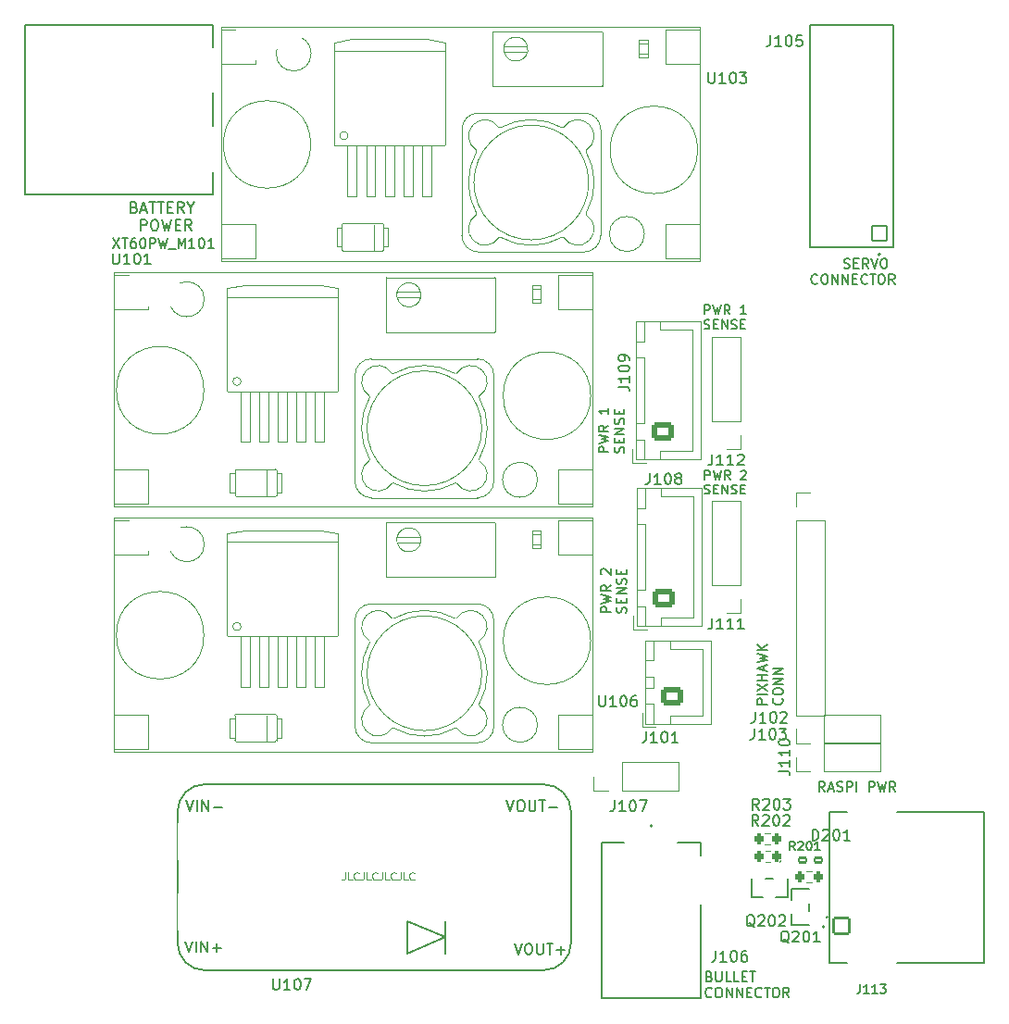
<source format=gto>
G04 #@! TF.GenerationSoftware,KiCad,Pcbnew,7.0.8*
G04 #@! TF.CreationDate,2024-04-19T19:44:49-04:00*
G04 #@! TF.ProjectId,Aero_PDB,4165726f-5f50-4444-922e-6b696361645f,rev?*
G04 #@! TF.SameCoordinates,Original*
G04 #@! TF.FileFunction,Legend,Top*
G04 #@! TF.FilePolarity,Positive*
%FSLAX46Y46*%
G04 Gerber Fmt 4.6, Leading zero omitted, Abs format (unit mm)*
G04 Created by KiCad (PCBNEW 7.0.8) date 2024-04-19 19:44:49*
%MOMM*%
%LPD*%
G01*
G04 APERTURE LIST*
G04 Aperture macros list*
%AMRoundRect*
0 Rectangle with rounded corners*
0 $1 Rounding radius*
0 $2 $3 $4 $5 $6 $7 $8 $9 X,Y pos of 4 corners*
0 Add a 4 corners polygon primitive as box body*
4,1,4,$2,$3,$4,$5,$6,$7,$8,$9,$2,$3,0*
0 Add four circle primitives for the rounded corners*
1,1,$1+$1,$2,$3*
1,1,$1+$1,$4,$5*
1,1,$1+$1,$6,$7*
1,1,$1+$1,$8,$9*
0 Add four rect primitives between the rounded corners*
20,1,$1+$1,$2,$3,$4,$5,0*
20,1,$1+$1,$4,$5,$6,$7,0*
20,1,$1+$1,$6,$7,$8,$9,0*
20,1,$1+$1,$8,$9,$2,$3,0*%
G04 Aperture macros list end*
%ADD10C,0.150000*%
%ADD11C,0.120000*%
%ADD12C,0.200000*%
%ADD13C,0.152400*%
%ADD14C,0.127000*%
%ADD15R,5.000000X3.500000*%
%ADD16R,2.540000X2.540000*%
%ADD17C,2.540000*%
%ADD18R,1.700000X1.700000*%
%ADD19O,1.700000X1.700000*%
%ADD20RoundRect,0.102000X-0.345000X-0.200000X0.345000X-0.200000X0.345000X0.200000X-0.345000X0.200000X0*%
%ADD21O,4.604000X2.404000*%
%ADD22O,4.204000X2.204000*%
%ADD23O,2.204000X4.204000*%
%ADD24RoundRect,0.200000X-0.200000X-0.275000X0.200000X-0.275000X0.200000X0.275000X-0.200000X0.275000X0*%
%ADD25RoundRect,0.102000X0.714000X-0.714000X0.714000X0.714000X-0.714000X0.714000X-0.714000X-0.714000X0*%
%ADD26C,1.632000*%
%ADD27C,3.480000*%
%ADD28RoundRect,0.250000X0.750000X-0.600000X0.750000X0.600000X-0.750000X0.600000X-0.750000X-0.600000X0*%
%ADD29O,2.000000X1.700000*%
%ADD30R,1.320800X0.558800*%
%ADD31R,0.558800X1.320800*%
%ADD32RoundRect,0.102000X0.685000X-0.685000X0.685000X0.685000X-0.685000X0.685000X-0.685000X-0.685000X0*%
%ADD33C,1.574000*%
%ADD34RoundRect,0.250000X0.725000X-0.600000X0.725000X0.600000X-0.725000X0.600000X-0.725000X-0.600000X0*%
%ADD35O,1.950000X1.700000*%
%ADD36C,3.920000*%
%ADD37O,2.804000X1.504000*%
G04 APERTURE END LIST*
D10*
X120378457Y-115053830D02*
X119478457Y-115053830D01*
X119478457Y-115053830D02*
X119478457Y-114710973D01*
X119478457Y-114710973D02*
X119521314Y-114625258D01*
X119521314Y-114625258D02*
X119564171Y-114582401D01*
X119564171Y-114582401D02*
X119649885Y-114539544D01*
X119649885Y-114539544D02*
X119778457Y-114539544D01*
X119778457Y-114539544D02*
X119864171Y-114582401D01*
X119864171Y-114582401D02*
X119907028Y-114625258D01*
X119907028Y-114625258D02*
X119949885Y-114710973D01*
X119949885Y-114710973D02*
X119949885Y-115053830D01*
X120378457Y-114153830D02*
X119478457Y-114153830D01*
X119478457Y-113810973D02*
X120378457Y-113210973D01*
X119478457Y-113210973D02*
X120378457Y-113810973D01*
X120378457Y-112868116D02*
X119478457Y-112868116D01*
X119907028Y-112868116D02*
X119907028Y-112353830D01*
X120378457Y-112353830D02*
X119478457Y-112353830D01*
X120121314Y-111968116D02*
X120121314Y-111539545D01*
X120378457Y-112053830D02*
X119478457Y-111753830D01*
X119478457Y-111753830D02*
X120378457Y-111453830D01*
X119478457Y-111239544D02*
X120378457Y-111025258D01*
X120378457Y-111025258D02*
X119735600Y-110853830D01*
X119735600Y-110853830D02*
X120378457Y-110682401D01*
X120378457Y-110682401D02*
X119478457Y-110468116D01*
X120378457Y-110125259D02*
X119478457Y-110125259D01*
X120378457Y-109610973D02*
X119864171Y-109996687D01*
X119478457Y-109610973D02*
X119992742Y-110125259D01*
X121741742Y-114539544D02*
X121784600Y-114582401D01*
X121784600Y-114582401D02*
X121827457Y-114710973D01*
X121827457Y-114710973D02*
X121827457Y-114796687D01*
X121827457Y-114796687D02*
X121784600Y-114925258D01*
X121784600Y-114925258D02*
X121698885Y-115010973D01*
X121698885Y-115010973D02*
X121613171Y-115053830D01*
X121613171Y-115053830D02*
X121441742Y-115096687D01*
X121441742Y-115096687D02*
X121313171Y-115096687D01*
X121313171Y-115096687D02*
X121141742Y-115053830D01*
X121141742Y-115053830D02*
X121056028Y-115010973D01*
X121056028Y-115010973D02*
X120970314Y-114925258D01*
X120970314Y-114925258D02*
X120927457Y-114796687D01*
X120927457Y-114796687D02*
X120927457Y-114710973D01*
X120927457Y-114710973D02*
X120970314Y-114582401D01*
X120970314Y-114582401D02*
X121013171Y-114539544D01*
X120927457Y-113982401D02*
X120927457Y-113810973D01*
X120927457Y-113810973D02*
X120970314Y-113725258D01*
X120970314Y-113725258D02*
X121056028Y-113639544D01*
X121056028Y-113639544D02*
X121227457Y-113596687D01*
X121227457Y-113596687D02*
X121527457Y-113596687D01*
X121527457Y-113596687D02*
X121698885Y-113639544D01*
X121698885Y-113639544D02*
X121784600Y-113725258D01*
X121784600Y-113725258D02*
X121827457Y-113810973D01*
X121827457Y-113810973D02*
X121827457Y-113982401D01*
X121827457Y-113982401D02*
X121784600Y-114068116D01*
X121784600Y-114068116D02*
X121698885Y-114153830D01*
X121698885Y-114153830D02*
X121527457Y-114196687D01*
X121527457Y-114196687D02*
X121227457Y-114196687D01*
X121227457Y-114196687D02*
X121056028Y-114153830D01*
X121056028Y-114153830D02*
X120970314Y-114068116D01*
X120970314Y-114068116D02*
X120927457Y-113982401D01*
X121827457Y-113210973D02*
X120927457Y-113210973D01*
X120927457Y-113210973D02*
X121827457Y-112696687D01*
X121827457Y-112696687D02*
X120927457Y-112696687D01*
X121827457Y-112268116D02*
X120927457Y-112268116D01*
X120927457Y-112268116D02*
X121827457Y-111753830D01*
X121827457Y-111753830D02*
X120927457Y-111753830D01*
G36*
X81683479Y-131194505D02*
G01*
X81669118Y-131194251D01*
X81655003Y-131193491D01*
X81641134Y-131192224D01*
X81627510Y-131190450D01*
X81614133Y-131188170D01*
X81601001Y-131185382D01*
X81588115Y-131182088D01*
X81575474Y-131178287D01*
X81563080Y-131173979D01*
X81550931Y-131169165D01*
X81539028Y-131163843D01*
X81527371Y-131158015D01*
X81515959Y-131151680D01*
X81504794Y-131144838D01*
X81493874Y-131137489D01*
X81483200Y-131129634D01*
X81537128Y-131052453D01*
X81543252Y-131057324D01*
X81551432Y-131063471D01*
X81559631Y-131069222D01*
X81567849Y-131074575D01*
X81576084Y-131079532D01*
X81584338Y-131084092D01*
X81592610Y-131088254D01*
X81600901Y-131092020D01*
X81602976Y-131092900D01*
X81611412Y-131096151D01*
X81620110Y-131098969D01*
X81629070Y-131101354D01*
X81638294Y-131103304D01*
X81647779Y-131104822D01*
X81657528Y-131105906D01*
X81667539Y-131106556D01*
X81677812Y-131106773D01*
X81688949Y-131106446D01*
X81699570Y-131105468D01*
X81709676Y-131103836D01*
X81719266Y-131101552D01*
X81728342Y-131098615D01*
X81736902Y-131095026D01*
X81744947Y-131090784D01*
X81752477Y-131085890D01*
X81759492Y-131080343D01*
X81765992Y-131074143D01*
X81770038Y-131069648D01*
X81775695Y-131062429D01*
X81780796Y-131054696D01*
X81785340Y-131046447D01*
X81789327Y-131037683D01*
X81792759Y-131028403D01*
X81795633Y-131018609D01*
X81797952Y-131008299D01*
X81799714Y-130997474D01*
X81800919Y-130986134D01*
X81801414Y-130978288D01*
X81801661Y-130970212D01*
X81801692Y-130966089D01*
X81801692Y-130456696D01*
X81905251Y-130456696D01*
X81905251Y-130966480D01*
X81905134Y-130976568D01*
X81904784Y-130986416D01*
X81904200Y-130996022D01*
X81903383Y-131005387D01*
X81902332Y-131014511D01*
X81901047Y-131023394D01*
X81899529Y-131032036D01*
X81897777Y-131040436D01*
X81895792Y-131048596D01*
X81893573Y-131056514D01*
X81891121Y-131064190D01*
X81888435Y-131071626D01*
X81883968Y-131082327D01*
X81878976Y-131092486D01*
X81875356Y-131098957D01*
X81869607Y-131108233D01*
X81863497Y-131117012D01*
X81857027Y-131125292D01*
X81850196Y-131133075D01*
X81843004Y-131140359D01*
X81835452Y-131147145D01*
X81827539Y-131153434D01*
X81819265Y-131159224D01*
X81810631Y-131164516D01*
X81801636Y-131169310D01*
X81795440Y-131172230D01*
X81785956Y-131176211D01*
X81776263Y-131179800D01*
X81766360Y-131182997D01*
X81756248Y-131185804D01*
X81745926Y-131188218D01*
X81735395Y-131190241D01*
X81724654Y-131191873D01*
X81713704Y-131193113D01*
X81702544Y-131193961D01*
X81691175Y-131194418D01*
X81683479Y-131194505D01*
G37*
G36*
X82181539Y-131094267D02*
G01*
X82539501Y-131094267D01*
X82539501Y-131182000D01*
X82077980Y-131182000D01*
X82077980Y-130456696D01*
X82181539Y-130456696D01*
X82181539Y-131094267D01*
G37*
G36*
X82905865Y-131194505D02*
G01*
X82891942Y-131194326D01*
X82878309Y-131193790D01*
X82864965Y-131192897D01*
X82851912Y-131191647D01*
X82839149Y-131190040D01*
X82826676Y-131188075D01*
X82814492Y-131185753D01*
X82802599Y-131183074D01*
X82790996Y-131180038D01*
X82779683Y-131176644D01*
X82768660Y-131172894D01*
X82757927Y-131168786D01*
X82747484Y-131164321D01*
X82737332Y-131159499D01*
X82727469Y-131154319D01*
X82717896Y-131148782D01*
X82708620Y-131142895D01*
X82699648Y-131136714D01*
X82690980Y-131130238D01*
X82682615Y-131123467D01*
X82674554Y-131116401D01*
X82666797Y-131109041D01*
X82659344Y-131101386D01*
X82652195Y-131093437D01*
X82645349Y-131085193D01*
X82638807Y-131076655D01*
X82632569Y-131067821D01*
X82626635Y-131058693D01*
X82621004Y-131049271D01*
X82615677Y-131039554D01*
X82610654Y-131029542D01*
X82605935Y-131019236D01*
X82601510Y-131008641D01*
X82597371Y-130997810D01*
X82593518Y-130986744D01*
X82589949Y-130975443D01*
X82586667Y-130963907D01*
X82583669Y-130952136D01*
X82580957Y-130940130D01*
X82578531Y-130927889D01*
X82576390Y-130915413D01*
X82574535Y-130902702D01*
X82572965Y-130889755D01*
X82571680Y-130876574D01*
X82570681Y-130863157D01*
X82569967Y-130849506D01*
X82569539Y-130835619D01*
X82569396Y-130821497D01*
X82569442Y-130813312D01*
X82569579Y-130805221D01*
X82569807Y-130797221D01*
X82570126Y-130789315D01*
X82570536Y-130781501D01*
X82571631Y-130766152D01*
X82573090Y-130751174D01*
X82574914Y-130736567D01*
X82577103Y-130722330D01*
X82579657Y-130708465D01*
X82582576Y-130694971D01*
X82585860Y-130681847D01*
X82589508Y-130669095D01*
X82593521Y-130656713D01*
X82597899Y-130644702D01*
X82602642Y-130633063D01*
X82607750Y-130621794D01*
X82613222Y-130610896D01*
X82616096Y-130605586D01*
X82622045Y-130595214D01*
X82628219Y-130585201D01*
X82634618Y-130575547D01*
X82641240Y-130566251D01*
X82648088Y-130557314D01*
X82655159Y-130548736D01*
X82662455Y-130540516D01*
X82669975Y-130532655D01*
X82677720Y-130525153D01*
X82685689Y-130518010D01*
X82693883Y-130511225D01*
X82702301Y-130504800D01*
X82710943Y-130498732D01*
X82719810Y-130493024D01*
X82728901Y-130487674D01*
X82738217Y-130482683D01*
X82747702Y-130478022D01*
X82757301Y-130473662D01*
X82767015Y-130469602D01*
X82776844Y-130465843D01*
X82786787Y-130462385D01*
X82796844Y-130459227D01*
X82807016Y-130456370D01*
X82817303Y-130453814D01*
X82827704Y-130451558D01*
X82838219Y-130449604D01*
X82848849Y-130447950D01*
X82859593Y-130446596D01*
X82870452Y-130445544D01*
X82881426Y-130444792D01*
X82892514Y-130444341D01*
X82903716Y-130444191D01*
X82912247Y-130444256D01*
X82920694Y-130444453D01*
X82929057Y-130444781D01*
X82937336Y-130445241D01*
X82945531Y-130445832D01*
X82953642Y-130446554D01*
X82961669Y-130447407D01*
X82969613Y-130448392D01*
X82977472Y-130449508D01*
X82985247Y-130450755D01*
X82996753Y-130452872D01*
X83008069Y-130455284D01*
X83019197Y-130457992D01*
X83030136Y-130460995D01*
X83040972Y-130464248D01*
X83051719Y-130467779D01*
X83062377Y-130471589D01*
X83072946Y-130475677D01*
X83083425Y-130480043D01*
X83093815Y-130484687D01*
X83104115Y-130489609D01*
X83114327Y-130494810D01*
X83124448Y-130500289D01*
X83134481Y-130506046D01*
X83141120Y-130510039D01*
X83096179Y-130588196D01*
X83085141Y-130581382D01*
X83074008Y-130575007D01*
X83062781Y-130569072D01*
X83051458Y-130563577D01*
X83040042Y-130558521D01*
X83028530Y-130553905D01*
X83016924Y-130549728D01*
X83005223Y-130545991D01*
X82993428Y-130542694D01*
X82981538Y-130539836D01*
X82969553Y-130537418D01*
X82957474Y-130535440D01*
X82945300Y-130533901D01*
X82933031Y-130532802D01*
X82920668Y-130532143D01*
X82908210Y-130531923D01*
X82893819Y-130532221D01*
X82879908Y-130533116D01*
X82866476Y-130534609D01*
X82853524Y-130536698D01*
X82841051Y-130539384D01*
X82829057Y-130542666D01*
X82817542Y-130546546D01*
X82806507Y-130551023D01*
X82795951Y-130556096D01*
X82785875Y-130561766D01*
X82776278Y-130568033D01*
X82767160Y-130574897D01*
X82758521Y-130582358D01*
X82750362Y-130590416D01*
X82742682Y-130599070D01*
X82735481Y-130608322D01*
X82728738Y-130618063D01*
X82722430Y-130628237D01*
X82716556Y-130638842D01*
X82711118Y-130649880D01*
X82706115Y-130661349D01*
X82701547Y-130673251D01*
X82697414Y-130685584D01*
X82693716Y-130698350D01*
X82690453Y-130711547D01*
X82687625Y-130725177D01*
X82685232Y-130739238D01*
X82683275Y-130753732D01*
X82681752Y-130768657D01*
X82680664Y-130784015D01*
X82680283Y-130791856D01*
X82680012Y-130799804D01*
X82679848Y-130807861D01*
X82679794Y-130816026D01*
X82679851Y-130824457D01*
X82680022Y-130832773D01*
X82680308Y-130840977D01*
X82680707Y-130849066D01*
X82681220Y-130857042D01*
X82681848Y-130864904D01*
X82683445Y-130880286D01*
X82685499Y-130895214D01*
X82688010Y-130909687D01*
X82690977Y-130923705D01*
X82694400Y-130937268D01*
X82698279Y-130950376D01*
X82702615Y-130963030D01*
X82707408Y-130975228D01*
X82712657Y-130986972D01*
X82718362Y-130998260D01*
X82724524Y-131009094D01*
X82731142Y-131019473D01*
X82738217Y-131029397D01*
X82745759Y-131038766D01*
X82753732Y-131047532D01*
X82762136Y-131055692D01*
X82770970Y-131063249D01*
X82780234Y-131070200D01*
X82789929Y-131076548D01*
X82800055Y-131082290D01*
X82810611Y-131087429D01*
X82821597Y-131091962D01*
X82833014Y-131095892D01*
X82844861Y-131099216D01*
X82857139Y-131101937D01*
X82869847Y-131104052D01*
X82882986Y-131105564D01*
X82896555Y-131106470D01*
X82910555Y-131106773D01*
X82921191Y-131106642D01*
X82931632Y-131106251D01*
X82941877Y-131105598D01*
X82951926Y-131104684D01*
X82961780Y-131103510D01*
X82971438Y-131102074D01*
X82980900Y-131100377D01*
X82990166Y-131098420D01*
X82999236Y-131096201D01*
X83008111Y-131093721D01*
X83013918Y-131091923D01*
X83022599Y-131088992D01*
X83031277Y-131085841D01*
X83039951Y-131082471D01*
X83048622Y-131078880D01*
X83057290Y-131075070D01*
X83065953Y-131071040D01*
X83074614Y-131066790D01*
X83083271Y-131062321D01*
X83091925Y-131057631D01*
X83100575Y-131052722D01*
X83106340Y-131049327D01*
X83147959Y-131124163D01*
X83140520Y-131128421D01*
X83133103Y-131132549D01*
X83125707Y-131136548D01*
X83118332Y-131140417D01*
X83110979Y-131144156D01*
X83103647Y-131147766D01*
X83096336Y-131151246D01*
X83089047Y-131154595D01*
X83081780Y-131157816D01*
X83074533Y-131160906D01*
X83063704Y-131165298D01*
X83052922Y-131169399D01*
X83042189Y-131173207D01*
X83031504Y-131176724D01*
X83020738Y-131179901D01*
X83009762Y-131182767D01*
X82998577Y-131185319D01*
X82987183Y-131187559D01*
X82979470Y-131188879D01*
X82971664Y-131190060D01*
X82963765Y-131191101D01*
X82955773Y-131192004D01*
X82947688Y-131192768D01*
X82939510Y-131193393D01*
X82931238Y-131193880D01*
X82922874Y-131194227D01*
X82914416Y-131194435D01*
X82905865Y-131194505D01*
G37*
G36*
X83377156Y-131194505D02*
G01*
X83362796Y-131194251D01*
X83348681Y-131193491D01*
X83334811Y-131192224D01*
X83321188Y-131190450D01*
X83307810Y-131188170D01*
X83294678Y-131185382D01*
X83281792Y-131182088D01*
X83269152Y-131178287D01*
X83256757Y-131173979D01*
X83244609Y-131169165D01*
X83232706Y-131163843D01*
X83221048Y-131158015D01*
X83209637Y-131151680D01*
X83198471Y-131144838D01*
X83187551Y-131137489D01*
X83176877Y-131129634D01*
X83230806Y-131052453D01*
X83236929Y-131057324D01*
X83245110Y-131063471D01*
X83253309Y-131069222D01*
X83261526Y-131074575D01*
X83269762Y-131079532D01*
X83278016Y-131084092D01*
X83286288Y-131088254D01*
X83294578Y-131092020D01*
X83296654Y-131092900D01*
X83305089Y-131096151D01*
X83313787Y-131098969D01*
X83322748Y-131101354D01*
X83331971Y-131103304D01*
X83341457Y-131104822D01*
X83351205Y-131105906D01*
X83361216Y-131106556D01*
X83371490Y-131106773D01*
X83382626Y-131106446D01*
X83393247Y-131105468D01*
X83403353Y-131103836D01*
X83412944Y-131101552D01*
X83422019Y-131098615D01*
X83430580Y-131095026D01*
X83438625Y-131090784D01*
X83446155Y-131085890D01*
X83453170Y-131080343D01*
X83459669Y-131074143D01*
X83463716Y-131069648D01*
X83469373Y-131062429D01*
X83474473Y-131054696D01*
X83479017Y-131046447D01*
X83483005Y-131037683D01*
X83486436Y-131028403D01*
X83489311Y-131018609D01*
X83491629Y-131008299D01*
X83493391Y-130997474D01*
X83494597Y-130986134D01*
X83495092Y-130978288D01*
X83495339Y-130970212D01*
X83495370Y-130966089D01*
X83495370Y-130456696D01*
X83598929Y-130456696D01*
X83598929Y-130966480D01*
X83598812Y-130976568D01*
X83598462Y-130986416D01*
X83597878Y-130996022D01*
X83597060Y-131005387D01*
X83596009Y-131014511D01*
X83594725Y-131023394D01*
X83593207Y-131032036D01*
X83591455Y-131040436D01*
X83589470Y-131048596D01*
X83587251Y-131056514D01*
X83584799Y-131064190D01*
X83582113Y-131071626D01*
X83577646Y-131082327D01*
X83572654Y-131092486D01*
X83569033Y-131098957D01*
X83563284Y-131108233D01*
X83557175Y-131117012D01*
X83550704Y-131125292D01*
X83543873Y-131133075D01*
X83536682Y-131140359D01*
X83529129Y-131147145D01*
X83521217Y-131153434D01*
X83512943Y-131159224D01*
X83504309Y-131164516D01*
X83495314Y-131169310D01*
X83489117Y-131172230D01*
X83479633Y-131176211D01*
X83469940Y-131179800D01*
X83460038Y-131182997D01*
X83449925Y-131185804D01*
X83439604Y-131188218D01*
X83429072Y-131190241D01*
X83418332Y-131191873D01*
X83407381Y-131193113D01*
X83396221Y-131193961D01*
X83384852Y-131194418D01*
X83377156Y-131194505D01*
G37*
G36*
X83875216Y-131094267D02*
G01*
X84233179Y-131094267D01*
X84233179Y-131182000D01*
X83771657Y-131182000D01*
X83771657Y-130456696D01*
X83875216Y-130456696D01*
X83875216Y-131094267D01*
G37*
G36*
X84599543Y-131194505D02*
G01*
X84585619Y-131194326D01*
X84571986Y-131193790D01*
X84558643Y-131192897D01*
X84545590Y-131191647D01*
X84532826Y-131190040D01*
X84520353Y-131188075D01*
X84508170Y-131185753D01*
X84496277Y-131183074D01*
X84484674Y-131180038D01*
X84473361Y-131176644D01*
X84462338Y-131172894D01*
X84451605Y-131168786D01*
X84441162Y-131164321D01*
X84431009Y-131159499D01*
X84421146Y-131154319D01*
X84411574Y-131148782D01*
X84402298Y-131142895D01*
X84393326Y-131136714D01*
X84384657Y-131130238D01*
X84376293Y-131123467D01*
X84368232Y-131116401D01*
X84360475Y-131109041D01*
X84353022Y-131101386D01*
X84345872Y-131093437D01*
X84339027Y-131085193D01*
X84332485Y-131076655D01*
X84326247Y-131067821D01*
X84320312Y-131058693D01*
X84314682Y-131049271D01*
X84309355Y-131039554D01*
X84304332Y-131029542D01*
X84299613Y-131019236D01*
X84295188Y-131008641D01*
X84291049Y-130997810D01*
X84287195Y-130986744D01*
X84283627Y-130975443D01*
X84280344Y-130963907D01*
X84277347Y-130952136D01*
X84274635Y-130940130D01*
X84272209Y-130927889D01*
X84270068Y-130915413D01*
X84268212Y-130902702D01*
X84266642Y-130889755D01*
X84265358Y-130876574D01*
X84264358Y-130863157D01*
X84263645Y-130849506D01*
X84263217Y-130835619D01*
X84263074Y-130821497D01*
X84263119Y-130813312D01*
X84263256Y-130805221D01*
X84263484Y-130797221D01*
X84263804Y-130789315D01*
X84264214Y-130781501D01*
X84265309Y-130766152D01*
X84266768Y-130751174D01*
X84268592Y-130736567D01*
X84270781Y-130722330D01*
X84273335Y-130708465D01*
X84276254Y-130694971D01*
X84279537Y-130681847D01*
X84283186Y-130669095D01*
X84287199Y-130656713D01*
X84291577Y-130644702D01*
X84296320Y-130633063D01*
X84301427Y-130621794D01*
X84306900Y-130610896D01*
X84309773Y-130605586D01*
X84315723Y-130595214D01*
X84321897Y-130585201D01*
X84328295Y-130575547D01*
X84334918Y-130566251D01*
X84341765Y-130557314D01*
X84348837Y-130548736D01*
X84356133Y-130540516D01*
X84363653Y-130532655D01*
X84371398Y-130525153D01*
X84379367Y-130518010D01*
X84387561Y-130511225D01*
X84395979Y-130504800D01*
X84404621Y-130498732D01*
X84413488Y-130493024D01*
X84422579Y-130487674D01*
X84431895Y-130482683D01*
X84441380Y-130478022D01*
X84450979Y-130473662D01*
X84460693Y-130469602D01*
X84470522Y-130465843D01*
X84480465Y-130462385D01*
X84490522Y-130459227D01*
X84500694Y-130456370D01*
X84510980Y-130453814D01*
X84521381Y-130451558D01*
X84531897Y-130449604D01*
X84542527Y-130447950D01*
X84553271Y-130446596D01*
X84564130Y-130445544D01*
X84575103Y-130444792D01*
X84586191Y-130444341D01*
X84597393Y-130444191D01*
X84605924Y-130444256D01*
X84614371Y-130444453D01*
X84622734Y-130444781D01*
X84631014Y-130445241D01*
X84639209Y-130445832D01*
X84647320Y-130446554D01*
X84655347Y-130447407D01*
X84663290Y-130448392D01*
X84671149Y-130449508D01*
X84678925Y-130450755D01*
X84690430Y-130452872D01*
X84701747Y-130455284D01*
X84712875Y-130457992D01*
X84723814Y-130460995D01*
X84734650Y-130464248D01*
X84745397Y-130467779D01*
X84756055Y-130471589D01*
X84766623Y-130475677D01*
X84777102Y-130480043D01*
X84787492Y-130484687D01*
X84797793Y-130489609D01*
X84808004Y-130494810D01*
X84818126Y-130500289D01*
X84828159Y-130506046D01*
X84834798Y-130510039D01*
X84789857Y-130588196D01*
X84778819Y-130581382D01*
X84767686Y-130575007D01*
X84756458Y-130569072D01*
X84745136Y-130563577D01*
X84733719Y-130558521D01*
X84722208Y-130553905D01*
X84710602Y-130549728D01*
X84698901Y-130545991D01*
X84687105Y-130542694D01*
X84675215Y-130539836D01*
X84663231Y-130537418D01*
X84651151Y-130535440D01*
X84638977Y-130533901D01*
X84626709Y-130532802D01*
X84614345Y-130532143D01*
X84601888Y-130531923D01*
X84587497Y-130532221D01*
X84573586Y-130533116D01*
X84560154Y-130534609D01*
X84547202Y-130536698D01*
X84534728Y-130539384D01*
X84522735Y-130542666D01*
X84511220Y-130546546D01*
X84500185Y-130551023D01*
X84489629Y-130556096D01*
X84479552Y-130561766D01*
X84469955Y-130568033D01*
X84460837Y-130574897D01*
X84452199Y-130582358D01*
X84444040Y-130590416D01*
X84436360Y-130599070D01*
X84429159Y-130608322D01*
X84422416Y-130618063D01*
X84416107Y-130628237D01*
X84410234Y-130638842D01*
X84404796Y-130649880D01*
X84399793Y-130661349D01*
X84395225Y-130673251D01*
X84391091Y-130685584D01*
X84387393Y-130698350D01*
X84384131Y-130711547D01*
X84381303Y-130725177D01*
X84378910Y-130739238D01*
X84376952Y-130753732D01*
X84375429Y-130768657D01*
X84374342Y-130784015D01*
X84373961Y-130791856D01*
X84373689Y-130799804D01*
X84373526Y-130807861D01*
X84373472Y-130816026D01*
X84373529Y-130824457D01*
X84373700Y-130832773D01*
X84373985Y-130840977D01*
X84374385Y-130849066D01*
X84374898Y-130857042D01*
X84375526Y-130864904D01*
X84377123Y-130880286D01*
X84379177Y-130895214D01*
X84381687Y-130909687D01*
X84384654Y-130923705D01*
X84388077Y-130937268D01*
X84391957Y-130950376D01*
X84396293Y-130963030D01*
X84401086Y-130975228D01*
X84406335Y-130986972D01*
X84412040Y-130998260D01*
X84418202Y-131009094D01*
X84424820Y-131019473D01*
X84431895Y-131029397D01*
X84439437Y-131038766D01*
X84447410Y-131047532D01*
X84455814Y-131055692D01*
X84464648Y-131063249D01*
X84473912Y-131070200D01*
X84483607Y-131076548D01*
X84493732Y-131082290D01*
X84504288Y-131087429D01*
X84515274Y-131091962D01*
X84526691Y-131095892D01*
X84538539Y-131099216D01*
X84550816Y-131101937D01*
X84563525Y-131104052D01*
X84576663Y-131105564D01*
X84590233Y-131106470D01*
X84604232Y-131106773D01*
X84614869Y-131106642D01*
X84625310Y-131106251D01*
X84635555Y-131105598D01*
X84645604Y-131104684D01*
X84655457Y-131103510D01*
X84665115Y-131102074D01*
X84674577Y-131100377D01*
X84683843Y-131098420D01*
X84692914Y-131096201D01*
X84701788Y-131093721D01*
X84707596Y-131091923D01*
X84716277Y-131088992D01*
X84724955Y-131085841D01*
X84733629Y-131082471D01*
X84742300Y-131078880D01*
X84750967Y-131075070D01*
X84759631Y-131071040D01*
X84768292Y-131066790D01*
X84776949Y-131062321D01*
X84785602Y-131057631D01*
X84794252Y-131052722D01*
X84800017Y-131049327D01*
X84841636Y-131124163D01*
X84834198Y-131128421D01*
X84826780Y-131132549D01*
X84819384Y-131136548D01*
X84812010Y-131140417D01*
X84804656Y-131144156D01*
X84797325Y-131147766D01*
X84790014Y-131151246D01*
X84782725Y-131154595D01*
X84775457Y-131157816D01*
X84768211Y-131160906D01*
X84757381Y-131165298D01*
X84746600Y-131169399D01*
X84735867Y-131173207D01*
X84725181Y-131176724D01*
X84714415Y-131179901D01*
X84703440Y-131182767D01*
X84692255Y-131185319D01*
X84680860Y-131187559D01*
X84673148Y-131188879D01*
X84665342Y-131190060D01*
X84657443Y-131191101D01*
X84649451Y-131192004D01*
X84641366Y-131192768D01*
X84633187Y-131193393D01*
X84624916Y-131193880D01*
X84616551Y-131194227D01*
X84608094Y-131194435D01*
X84599543Y-131194505D01*
G37*
G36*
X85070834Y-131194505D02*
G01*
X85056473Y-131194251D01*
X85042358Y-131193491D01*
X85028489Y-131192224D01*
X85014866Y-131190450D01*
X85001488Y-131188170D01*
X84988356Y-131185382D01*
X84975470Y-131182088D01*
X84962830Y-131178287D01*
X84950435Y-131173979D01*
X84938286Y-131169165D01*
X84926383Y-131163843D01*
X84914726Y-131158015D01*
X84903315Y-131151680D01*
X84892149Y-131144838D01*
X84881229Y-131137489D01*
X84870555Y-131129634D01*
X84924484Y-131052453D01*
X84930607Y-131057324D01*
X84938788Y-131063471D01*
X84946986Y-131069222D01*
X84955204Y-131074575D01*
X84963439Y-131079532D01*
X84971693Y-131084092D01*
X84979965Y-131088254D01*
X84988256Y-131092020D01*
X84990331Y-131092900D01*
X84998767Y-131096151D01*
X85007465Y-131098969D01*
X85016426Y-131101354D01*
X85025649Y-131103304D01*
X85035135Y-131104822D01*
X85044883Y-131105906D01*
X85054894Y-131106556D01*
X85065167Y-131106773D01*
X85076304Y-131106446D01*
X85086925Y-131105468D01*
X85097031Y-131103836D01*
X85106622Y-131101552D01*
X85115697Y-131098615D01*
X85124257Y-131095026D01*
X85132303Y-131090784D01*
X85139832Y-131085890D01*
X85146847Y-131080343D01*
X85153347Y-131074143D01*
X85157393Y-131069648D01*
X85163050Y-131062429D01*
X85168151Y-131054696D01*
X85172695Y-131046447D01*
X85176683Y-131037683D01*
X85180114Y-131028403D01*
X85182989Y-131018609D01*
X85185307Y-131008299D01*
X85187069Y-130997474D01*
X85188275Y-130986134D01*
X85188769Y-130978288D01*
X85189016Y-130970212D01*
X85189047Y-130966089D01*
X85189047Y-130456696D01*
X85292606Y-130456696D01*
X85292606Y-130966480D01*
X85292490Y-130976568D01*
X85292139Y-130986416D01*
X85291555Y-130996022D01*
X85290738Y-131005387D01*
X85289687Y-131014511D01*
X85288402Y-131023394D01*
X85286884Y-131032036D01*
X85285133Y-131040436D01*
X85283147Y-131048596D01*
X85280928Y-131056514D01*
X85278476Y-131064190D01*
X85275790Y-131071626D01*
X85271323Y-131082327D01*
X85266331Y-131092486D01*
X85262711Y-131098957D01*
X85256962Y-131108233D01*
X85250852Y-131117012D01*
X85244382Y-131125292D01*
X85237551Y-131133075D01*
X85230359Y-131140359D01*
X85222807Y-131147145D01*
X85214894Y-131153434D01*
X85206621Y-131159224D01*
X85197986Y-131164516D01*
X85188992Y-131169310D01*
X85182795Y-131172230D01*
X85173311Y-131176211D01*
X85163618Y-131179800D01*
X85153715Y-131182997D01*
X85143603Y-131185804D01*
X85133281Y-131188218D01*
X85122750Y-131190241D01*
X85112009Y-131191873D01*
X85101059Y-131193113D01*
X85089899Y-131193961D01*
X85078530Y-131194418D01*
X85070834Y-131194505D01*
G37*
G36*
X85568894Y-131094267D02*
G01*
X85926856Y-131094267D01*
X85926856Y-131182000D01*
X85465335Y-131182000D01*
X85465335Y-130456696D01*
X85568894Y-130456696D01*
X85568894Y-131094267D01*
G37*
G36*
X86293220Y-131194505D02*
G01*
X86279297Y-131194326D01*
X86265664Y-131193790D01*
X86252320Y-131192897D01*
X86239267Y-131191647D01*
X86226504Y-131190040D01*
X86214031Y-131188075D01*
X86201848Y-131185753D01*
X86189955Y-131183074D01*
X86178351Y-131180038D01*
X86167038Y-131176644D01*
X86156015Y-131172894D01*
X86145283Y-131168786D01*
X86134840Y-131164321D01*
X86124687Y-131159499D01*
X86114824Y-131154319D01*
X86105251Y-131148782D01*
X86095975Y-131142895D01*
X86087003Y-131136714D01*
X86078335Y-131130238D01*
X86069970Y-131123467D01*
X86061909Y-131116401D01*
X86054152Y-131109041D01*
X86046699Y-131101386D01*
X86039550Y-131093437D01*
X86032704Y-131085193D01*
X86026162Y-131076655D01*
X86019924Y-131067821D01*
X86013990Y-131058693D01*
X86008359Y-131049271D01*
X86003032Y-131039554D01*
X85998009Y-131029542D01*
X85993290Y-131019236D01*
X85988866Y-131008641D01*
X85984726Y-130997810D01*
X85980873Y-130986744D01*
X85977305Y-130975443D01*
X85974022Y-130963907D01*
X85971024Y-130952136D01*
X85968313Y-130940130D01*
X85965886Y-130927889D01*
X85963745Y-130915413D01*
X85961890Y-130902702D01*
X85960320Y-130889755D01*
X85959035Y-130876574D01*
X85958036Y-130863157D01*
X85957322Y-130849506D01*
X85956894Y-130835619D01*
X85956751Y-130821497D01*
X85956797Y-130813312D01*
X85956934Y-130805221D01*
X85957162Y-130797221D01*
X85957481Y-130789315D01*
X85957892Y-130781501D01*
X85958986Y-130766152D01*
X85960445Y-130751174D01*
X85962270Y-130736567D01*
X85964459Y-130722330D01*
X85967013Y-130708465D01*
X85969931Y-130694971D01*
X85973215Y-130681847D01*
X85976863Y-130669095D01*
X85980876Y-130656713D01*
X85985254Y-130644702D01*
X85989997Y-130633063D01*
X85995105Y-130621794D01*
X86000578Y-130610896D01*
X86003451Y-130605586D01*
X86009400Y-130595214D01*
X86015574Y-130585201D01*
X86021973Y-130575547D01*
X86028596Y-130566251D01*
X86035443Y-130557314D01*
X86042514Y-130548736D01*
X86049810Y-130540516D01*
X86057331Y-130532655D01*
X86065075Y-130525153D01*
X86073045Y-130518010D01*
X86081238Y-130511225D01*
X86089656Y-130504800D01*
X86098299Y-130498732D01*
X86107165Y-130493024D01*
X86116257Y-130487674D01*
X86125572Y-130482683D01*
X86135057Y-130478022D01*
X86144657Y-130473662D01*
X86154371Y-130469602D01*
X86164199Y-130465843D01*
X86174142Y-130462385D01*
X86184200Y-130459227D01*
X86194372Y-130456370D01*
X86204658Y-130453814D01*
X86215059Y-130451558D01*
X86225574Y-130449604D01*
X86236204Y-130447950D01*
X86246949Y-130446596D01*
X86257808Y-130445544D01*
X86268781Y-130444792D01*
X86279869Y-130444341D01*
X86291071Y-130444191D01*
X86299602Y-130444256D01*
X86308049Y-130444453D01*
X86316412Y-130444781D01*
X86324691Y-130445241D01*
X86332886Y-130445832D01*
X86340997Y-130446554D01*
X86349025Y-130447407D01*
X86356968Y-130448392D01*
X86364827Y-130449508D01*
X86372602Y-130450755D01*
X86384108Y-130452872D01*
X86395425Y-130455284D01*
X86406552Y-130457992D01*
X86417491Y-130460995D01*
X86428328Y-130464248D01*
X86439075Y-130467779D01*
X86449732Y-130471589D01*
X86460301Y-130475677D01*
X86470780Y-130480043D01*
X86481170Y-130484687D01*
X86491470Y-130489609D01*
X86501682Y-130494810D01*
X86511804Y-130500289D01*
X86521836Y-130506046D01*
X86528475Y-130510039D01*
X86483534Y-130588196D01*
X86472496Y-130581382D01*
X86461363Y-130575007D01*
X86450136Y-130569072D01*
X86438814Y-130563577D01*
X86427397Y-130558521D01*
X86415885Y-130553905D01*
X86404279Y-130549728D01*
X86392578Y-130545991D01*
X86380783Y-130542694D01*
X86368893Y-130539836D01*
X86356908Y-130537418D01*
X86344829Y-130535440D01*
X86332655Y-130533901D01*
X86320386Y-130532802D01*
X86308023Y-130532143D01*
X86295565Y-130531923D01*
X86281175Y-130532221D01*
X86267264Y-130533116D01*
X86253832Y-130534609D01*
X86240879Y-130536698D01*
X86228406Y-130539384D01*
X86216412Y-130542666D01*
X86204898Y-130546546D01*
X86193862Y-130551023D01*
X86183307Y-130556096D01*
X86173230Y-130561766D01*
X86163633Y-130568033D01*
X86154515Y-130574897D01*
X86145876Y-130582358D01*
X86137717Y-130590416D01*
X86130037Y-130599070D01*
X86122837Y-130608322D01*
X86116093Y-130618063D01*
X86109785Y-130628237D01*
X86103912Y-130638842D01*
X86098473Y-130649880D01*
X86093470Y-130661349D01*
X86088902Y-130673251D01*
X86084769Y-130685584D01*
X86081071Y-130698350D01*
X86077808Y-130711547D01*
X86074980Y-130725177D01*
X86072587Y-130739238D01*
X86070630Y-130753732D01*
X86069107Y-130768657D01*
X86068019Y-130784015D01*
X86067639Y-130791856D01*
X86067367Y-130799804D01*
X86067204Y-130807861D01*
X86067149Y-130816026D01*
X86067206Y-130824457D01*
X86067377Y-130832773D01*
X86067663Y-130840977D01*
X86068062Y-130849066D01*
X86068576Y-130857042D01*
X86069203Y-130864904D01*
X86070801Y-130880286D01*
X86072855Y-130895214D01*
X86075365Y-130909687D01*
X86078332Y-130923705D01*
X86081755Y-130937268D01*
X86085635Y-130950376D01*
X86089971Y-130963030D01*
X86094763Y-130975228D01*
X86100012Y-130986972D01*
X86105717Y-130998260D01*
X86111879Y-131009094D01*
X86118497Y-131019473D01*
X86125572Y-131029397D01*
X86133115Y-131038766D01*
X86141088Y-131047532D01*
X86149491Y-131055692D01*
X86158325Y-131063249D01*
X86167590Y-131070200D01*
X86177284Y-131076548D01*
X86187410Y-131082290D01*
X86197966Y-131087429D01*
X86208952Y-131091962D01*
X86220369Y-131095892D01*
X86232216Y-131099216D01*
X86244494Y-131101937D01*
X86257202Y-131104052D01*
X86270341Y-131105564D01*
X86283910Y-131106470D01*
X86297910Y-131106773D01*
X86308546Y-131106642D01*
X86318987Y-131106251D01*
X86329232Y-131105598D01*
X86339282Y-131104684D01*
X86349135Y-131103510D01*
X86358793Y-131102074D01*
X86368255Y-131100377D01*
X86377521Y-131098420D01*
X86386591Y-131096201D01*
X86395466Y-131093721D01*
X86401273Y-131091923D01*
X86409955Y-131088992D01*
X86418632Y-131085841D01*
X86427307Y-131082471D01*
X86435977Y-131078880D01*
X86444645Y-131075070D01*
X86453309Y-131071040D01*
X86461969Y-131066790D01*
X86470626Y-131062321D01*
X86479280Y-131057631D01*
X86487930Y-131052722D01*
X86493695Y-131049327D01*
X86535314Y-131124163D01*
X86527875Y-131128421D01*
X86520458Y-131132549D01*
X86513062Y-131136548D01*
X86505687Y-131140417D01*
X86498334Y-131144156D01*
X86491002Y-131147766D01*
X86483692Y-131151246D01*
X86476403Y-131154595D01*
X86469135Y-131157816D01*
X86461888Y-131160906D01*
X86451059Y-131165298D01*
X86440278Y-131169399D01*
X86429544Y-131173207D01*
X86418859Y-131176724D01*
X86408093Y-131179901D01*
X86397118Y-131182767D01*
X86385933Y-131185319D01*
X86374538Y-131187559D01*
X86366825Y-131188879D01*
X86359019Y-131190060D01*
X86351120Y-131191101D01*
X86343128Y-131192004D01*
X86335043Y-131192768D01*
X86326865Y-131193393D01*
X86318593Y-131193880D01*
X86310229Y-131194227D01*
X86301771Y-131194435D01*
X86293220Y-131194505D01*
G37*
G36*
X86764511Y-131194505D02*
G01*
X86750151Y-131194251D01*
X86736036Y-131193491D01*
X86722167Y-131192224D01*
X86708543Y-131190450D01*
X86695166Y-131188170D01*
X86682034Y-131185382D01*
X86669148Y-131182088D01*
X86656507Y-131178287D01*
X86644113Y-131173979D01*
X86631964Y-131169165D01*
X86620061Y-131163843D01*
X86608404Y-131158015D01*
X86596992Y-131151680D01*
X86585826Y-131144838D01*
X86574906Y-131137489D01*
X86564232Y-131129634D01*
X86618161Y-131052453D01*
X86624285Y-131057324D01*
X86632465Y-131063471D01*
X86640664Y-131069222D01*
X86648881Y-131074575D01*
X86657117Y-131079532D01*
X86665371Y-131084092D01*
X86673643Y-131088254D01*
X86681933Y-131092020D01*
X86684009Y-131092900D01*
X86692445Y-131096151D01*
X86701143Y-131098969D01*
X86710103Y-131101354D01*
X86719327Y-131103304D01*
X86728812Y-131104822D01*
X86738561Y-131105906D01*
X86748572Y-131106556D01*
X86758845Y-131106773D01*
X86769981Y-131106446D01*
X86780602Y-131105468D01*
X86790708Y-131103836D01*
X86800299Y-131101552D01*
X86809375Y-131098615D01*
X86817935Y-131095026D01*
X86825980Y-131090784D01*
X86833510Y-131085890D01*
X86840525Y-131080343D01*
X86847024Y-131074143D01*
X86851071Y-131069648D01*
X86856728Y-131062429D01*
X86861828Y-131054696D01*
X86866373Y-131046447D01*
X86870360Y-131037683D01*
X86873791Y-131028403D01*
X86876666Y-131018609D01*
X86878985Y-131008299D01*
X86880747Y-130997474D01*
X86881952Y-130986134D01*
X86882447Y-130978288D01*
X86882694Y-130970212D01*
X86882725Y-130966089D01*
X86882725Y-130456696D01*
X86986284Y-130456696D01*
X86986284Y-130966480D01*
X86986167Y-130976568D01*
X86985817Y-130986416D01*
X86985233Y-130996022D01*
X86984415Y-131005387D01*
X86983364Y-131014511D01*
X86982080Y-131023394D01*
X86980562Y-131032036D01*
X86978810Y-131040436D01*
X86976825Y-131048596D01*
X86974606Y-131056514D01*
X86972154Y-131064190D01*
X86969468Y-131071626D01*
X86965001Y-131082327D01*
X86960009Y-131092486D01*
X86956389Y-131098957D01*
X86950640Y-131108233D01*
X86944530Y-131117012D01*
X86938060Y-131125292D01*
X86931229Y-131133075D01*
X86924037Y-131140359D01*
X86916485Y-131147145D01*
X86908572Y-131153434D01*
X86900298Y-131159224D01*
X86891664Y-131164516D01*
X86882669Y-131169310D01*
X86876472Y-131172230D01*
X86866989Y-131176211D01*
X86857295Y-131179800D01*
X86847393Y-131182997D01*
X86837281Y-131185804D01*
X86826959Y-131188218D01*
X86816428Y-131190241D01*
X86805687Y-131191873D01*
X86794736Y-131193113D01*
X86783577Y-131193961D01*
X86772207Y-131194418D01*
X86764511Y-131194505D01*
G37*
G36*
X87262571Y-131094267D02*
G01*
X87620534Y-131094267D01*
X87620534Y-131182000D01*
X87159012Y-131182000D01*
X87159012Y-130456696D01*
X87262571Y-130456696D01*
X87262571Y-131094267D01*
G37*
G36*
X87986898Y-131194505D02*
G01*
X87972975Y-131194326D01*
X87959341Y-131193790D01*
X87945998Y-131192897D01*
X87932945Y-131191647D01*
X87920182Y-131190040D01*
X87907708Y-131188075D01*
X87895525Y-131185753D01*
X87883632Y-131183074D01*
X87872029Y-131180038D01*
X87860716Y-131176644D01*
X87849693Y-131172894D01*
X87838960Y-131168786D01*
X87828517Y-131164321D01*
X87818364Y-131159499D01*
X87808502Y-131154319D01*
X87798929Y-131148782D01*
X87789653Y-131142895D01*
X87780681Y-131136714D01*
X87772012Y-131130238D01*
X87763648Y-131123467D01*
X87755587Y-131116401D01*
X87747830Y-131109041D01*
X87740377Y-131101386D01*
X87733227Y-131093437D01*
X87726382Y-131085193D01*
X87719840Y-131076655D01*
X87713602Y-131067821D01*
X87707667Y-131058693D01*
X87702037Y-131049271D01*
X87696710Y-131039554D01*
X87691687Y-131029542D01*
X87686968Y-131019236D01*
X87682543Y-131008641D01*
X87678404Y-130997810D01*
X87674550Y-130986744D01*
X87670982Y-130975443D01*
X87667699Y-130963907D01*
X87664702Y-130952136D01*
X87661990Y-130940130D01*
X87659564Y-130927889D01*
X87657423Y-130915413D01*
X87655567Y-130902702D01*
X87653997Y-130889755D01*
X87652713Y-130876574D01*
X87651714Y-130863157D01*
X87651000Y-130849506D01*
X87650572Y-130835619D01*
X87650429Y-130821497D01*
X87650475Y-130813312D01*
X87650612Y-130805221D01*
X87650840Y-130797221D01*
X87651159Y-130789315D01*
X87651569Y-130781501D01*
X87652664Y-130766152D01*
X87654123Y-130751174D01*
X87655947Y-130736567D01*
X87658136Y-130722330D01*
X87660690Y-130708465D01*
X87663609Y-130694971D01*
X87666892Y-130681847D01*
X87670541Y-130669095D01*
X87674554Y-130656713D01*
X87678932Y-130644702D01*
X87683675Y-130633063D01*
X87688783Y-130621794D01*
X87694255Y-130610896D01*
X87697128Y-130605586D01*
X87703078Y-130595214D01*
X87709252Y-130585201D01*
X87715650Y-130575547D01*
X87722273Y-130566251D01*
X87729120Y-130557314D01*
X87736192Y-130548736D01*
X87743488Y-130540516D01*
X87751008Y-130532655D01*
X87758753Y-130525153D01*
X87766722Y-130518010D01*
X87774916Y-130511225D01*
X87783334Y-130504800D01*
X87791976Y-130498732D01*
X87800843Y-130493024D01*
X87809934Y-130487674D01*
X87819250Y-130482683D01*
X87828735Y-130478022D01*
X87838334Y-130473662D01*
X87848048Y-130469602D01*
X87857877Y-130465843D01*
X87867820Y-130462385D01*
X87877877Y-130459227D01*
X87888049Y-130456370D01*
X87898336Y-130453814D01*
X87908737Y-130451558D01*
X87919252Y-130449604D01*
X87929882Y-130447950D01*
X87940626Y-130446596D01*
X87951485Y-130445544D01*
X87962458Y-130444792D01*
X87973546Y-130444341D01*
X87984749Y-130444191D01*
X87993280Y-130444256D01*
X88001727Y-130444453D01*
X88010090Y-130444781D01*
X88018369Y-130445241D01*
X88026564Y-130445832D01*
X88034675Y-130446554D01*
X88042702Y-130447407D01*
X88050645Y-130448392D01*
X88058505Y-130449508D01*
X88066280Y-130450755D01*
X88077786Y-130452872D01*
X88089102Y-130455284D01*
X88100230Y-130457992D01*
X88111169Y-130460995D01*
X88122005Y-130464248D01*
X88132752Y-130467779D01*
X88143410Y-130471589D01*
X88153978Y-130475677D01*
X88164458Y-130480043D01*
X88174847Y-130484687D01*
X88185148Y-130489609D01*
X88195359Y-130494810D01*
X88205481Y-130500289D01*
X88215514Y-130506046D01*
X88222153Y-130510039D01*
X88177212Y-130588196D01*
X88166174Y-130581382D01*
X88155041Y-130575007D01*
X88143813Y-130569072D01*
X88132491Y-130563577D01*
X88121074Y-130558521D01*
X88109563Y-130553905D01*
X88097957Y-130549728D01*
X88086256Y-130545991D01*
X88074461Y-130542694D01*
X88062571Y-130539836D01*
X88050586Y-130537418D01*
X88038507Y-130535440D01*
X88026333Y-130533901D01*
X88014064Y-130532802D01*
X88001701Y-130532143D01*
X87989243Y-130531923D01*
X87974852Y-130532221D01*
X87960941Y-130533116D01*
X87947509Y-130534609D01*
X87934557Y-130536698D01*
X87922084Y-130539384D01*
X87910090Y-130542666D01*
X87898575Y-130546546D01*
X87887540Y-130551023D01*
X87876984Y-130556096D01*
X87866908Y-130561766D01*
X87857310Y-130568033D01*
X87848193Y-130574897D01*
X87839554Y-130582358D01*
X87831395Y-130590416D01*
X87823715Y-130599070D01*
X87816514Y-130608322D01*
X87809771Y-130618063D01*
X87803462Y-130628237D01*
X87797589Y-130638842D01*
X87792151Y-130649880D01*
X87787148Y-130661349D01*
X87782580Y-130673251D01*
X87778447Y-130685584D01*
X87774749Y-130698350D01*
X87771486Y-130711547D01*
X87768658Y-130725177D01*
X87766265Y-130739238D01*
X87764307Y-130753732D01*
X87762785Y-130768657D01*
X87761697Y-130784015D01*
X87761316Y-130791856D01*
X87761044Y-130799804D01*
X87760881Y-130807861D01*
X87760827Y-130816026D01*
X87760884Y-130824457D01*
X87761055Y-130832773D01*
X87761340Y-130840977D01*
X87761740Y-130849066D01*
X87762253Y-130857042D01*
X87762881Y-130864904D01*
X87764478Y-130880286D01*
X87766532Y-130895214D01*
X87769043Y-130909687D01*
X87772009Y-130923705D01*
X87775433Y-130937268D01*
X87779312Y-130950376D01*
X87783648Y-130963030D01*
X87788441Y-130975228D01*
X87793690Y-130986972D01*
X87799395Y-130998260D01*
X87805557Y-131009094D01*
X87812175Y-131019473D01*
X87819250Y-131029397D01*
X87826792Y-131038766D01*
X87834765Y-131047532D01*
X87843169Y-131055692D01*
X87852003Y-131063249D01*
X87861267Y-131070200D01*
X87870962Y-131076548D01*
X87881087Y-131082290D01*
X87891643Y-131087429D01*
X87902630Y-131091962D01*
X87914046Y-131095892D01*
X87925894Y-131099216D01*
X87938172Y-131101937D01*
X87950880Y-131104052D01*
X87964019Y-131105564D01*
X87977588Y-131106470D01*
X87991587Y-131106773D01*
X88002224Y-131106642D01*
X88012665Y-131106251D01*
X88022910Y-131105598D01*
X88032959Y-131104684D01*
X88042813Y-131103510D01*
X88052470Y-131102074D01*
X88061932Y-131100377D01*
X88071198Y-131098420D01*
X88080269Y-131096201D01*
X88089143Y-131093721D01*
X88094951Y-131091923D01*
X88103632Y-131088992D01*
X88112310Y-131085841D01*
X88120984Y-131082471D01*
X88129655Y-131078880D01*
X88138322Y-131075070D01*
X88146986Y-131071040D01*
X88155647Y-131066790D01*
X88164304Y-131062321D01*
X88172957Y-131057631D01*
X88181608Y-131052722D01*
X88187373Y-131049327D01*
X88228992Y-131124163D01*
X88221553Y-131128421D01*
X88214135Y-131132549D01*
X88206739Y-131136548D01*
X88199365Y-131140417D01*
X88192012Y-131144156D01*
X88184680Y-131147766D01*
X88177369Y-131151246D01*
X88170080Y-131154595D01*
X88162812Y-131157816D01*
X88155566Y-131160906D01*
X88144737Y-131165298D01*
X88133955Y-131169399D01*
X88123222Y-131173207D01*
X88112537Y-131176724D01*
X88101771Y-131179901D01*
X88090795Y-131182767D01*
X88079610Y-131185319D01*
X88068216Y-131187559D01*
X88060503Y-131188879D01*
X88052697Y-131190060D01*
X88044798Y-131191101D01*
X88036806Y-131192004D01*
X88028721Y-131192768D01*
X88020542Y-131193393D01*
X88012271Y-131193880D01*
X88003906Y-131194227D01*
X87995449Y-131194435D01*
X87986898Y-131194505D01*
G37*
X106078257Y-106646430D02*
X105178257Y-106646430D01*
X105178257Y-106646430D02*
X105178257Y-106303573D01*
X105178257Y-106303573D02*
X105221114Y-106217858D01*
X105221114Y-106217858D02*
X105263971Y-106175001D01*
X105263971Y-106175001D02*
X105349685Y-106132144D01*
X105349685Y-106132144D02*
X105478257Y-106132144D01*
X105478257Y-106132144D02*
X105563971Y-106175001D01*
X105563971Y-106175001D02*
X105606828Y-106217858D01*
X105606828Y-106217858D02*
X105649685Y-106303573D01*
X105649685Y-106303573D02*
X105649685Y-106646430D01*
X105178257Y-105832144D02*
X106078257Y-105617858D01*
X106078257Y-105617858D02*
X105435400Y-105446430D01*
X105435400Y-105446430D02*
X106078257Y-105275001D01*
X106078257Y-105275001D02*
X105178257Y-105060716D01*
X106078257Y-104203573D02*
X105649685Y-104503573D01*
X106078257Y-104717859D02*
X105178257Y-104717859D01*
X105178257Y-104717859D02*
X105178257Y-104375002D01*
X105178257Y-104375002D02*
X105221114Y-104289287D01*
X105221114Y-104289287D02*
X105263971Y-104246430D01*
X105263971Y-104246430D02*
X105349685Y-104203573D01*
X105349685Y-104203573D02*
X105478257Y-104203573D01*
X105478257Y-104203573D02*
X105563971Y-104246430D01*
X105563971Y-104246430D02*
X105606828Y-104289287D01*
X105606828Y-104289287D02*
X105649685Y-104375002D01*
X105649685Y-104375002D02*
X105649685Y-104717859D01*
X105263971Y-103175002D02*
X105221114Y-103132145D01*
X105221114Y-103132145D02*
X105178257Y-103046431D01*
X105178257Y-103046431D02*
X105178257Y-102832145D01*
X105178257Y-102832145D02*
X105221114Y-102746431D01*
X105221114Y-102746431D02*
X105263971Y-102703573D01*
X105263971Y-102703573D02*
X105349685Y-102660716D01*
X105349685Y-102660716D02*
X105435400Y-102660716D01*
X105435400Y-102660716D02*
X105563971Y-102703573D01*
X105563971Y-102703573D02*
X106078257Y-103217859D01*
X106078257Y-103217859D02*
X106078257Y-102660716D01*
X107484400Y-106689287D02*
X107527257Y-106560716D01*
X107527257Y-106560716D02*
X107527257Y-106346430D01*
X107527257Y-106346430D02*
X107484400Y-106260716D01*
X107484400Y-106260716D02*
X107441542Y-106217858D01*
X107441542Y-106217858D02*
X107355828Y-106175001D01*
X107355828Y-106175001D02*
X107270114Y-106175001D01*
X107270114Y-106175001D02*
X107184400Y-106217858D01*
X107184400Y-106217858D02*
X107141542Y-106260716D01*
X107141542Y-106260716D02*
X107098685Y-106346430D01*
X107098685Y-106346430D02*
X107055828Y-106517858D01*
X107055828Y-106517858D02*
X107012971Y-106603573D01*
X107012971Y-106603573D02*
X106970114Y-106646430D01*
X106970114Y-106646430D02*
X106884400Y-106689287D01*
X106884400Y-106689287D02*
X106798685Y-106689287D01*
X106798685Y-106689287D02*
X106712971Y-106646430D01*
X106712971Y-106646430D02*
X106670114Y-106603573D01*
X106670114Y-106603573D02*
X106627257Y-106517858D01*
X106627257Y-106517858D02*
X106627257Y-106303573D01*
X106627257Y-106303573D02*
X106670114Y-106175001D01*
X107055828Y-105789287D02*
X107055828Y-105489287D01*
X107527257Y-105360715D02*
X107527257Y-105789287D01*
X107527257Y-105789287D02*
X106627257Y-105789287D01*
X106627257Y-105789287D02*
X106627257Y-105360715D01*
X107527257Y-104975001D02*
X106627257Y-104975001D01*
X106627257Y-104975001D02*
X107527257Y-104460715D01*
X107527257Y-104460715D02*
X106627257Y-104460715D01*
X107484400Y-104075001D02*
X107527257Y-103946430D01*
X107527257Y-103946430D02*
X107527257Y-103732144D01*
X107527257Y-103732144D02*
X107484400Y-103646430D01*
X107484400Y-103646430D02*
X107441542Y-103603572D01*
X107441542Y-103603572D02*
X107355828Y-103560715D01*
X107355828Y-103560715D02*
X107270114Y-103560715D01*
X107270114Y-103560715D02*
X107184400Y-103603572D01*
X107184400Y-103603572D02*
X107141542Y-103646430D01*
X107141542Y-103646430D02*
X107098685Y-103732144D01*
X107098685Y-103732144D02*
X107055828Y-103903572D01*
X107055828Y-103903572D02*
X107012971Y-103989287D01*
X107012971Y-103989287D02*
X106970114Y-104032144D01*
X106970114Y-104032144D02*
X106884400Y-104075001D01*
X106884400Y-104075001D02*
X106798685Y-104075001D01*
X106798685Y-104075001D02*
X106712971Y-104032144D01*
X106712971Y-104032144D02*
X106670114Y-103989287D01*
X106670114Y-103989287D02*
X106627257Y-103903572D01*
X106627257Y-103903572D02*
X106627257Y-103689287D01*
X106627257Y-103689287D02*
X106670114Y-103560715D01*
X107055828Y-103175001D02*
X107055828Y-102875001D01*
X107527257Y-102746429D02*
X107527257Y-103175001D01*
X107527257Y-103175001D02*
X106627257Y-103175001D01*
X106627257Y-103175001D02*
X106627257Y-102746429D01*
X114677264Y-79393277D02*
X114677264Y-78543277D01*
X114677264Y-78543277D02*
X115001074Y-78543277D01*
X115001074Y-78543277D02*
X115082026Y-78583753D01*
X115082026Y-78583753D02*
X115122503Y-78624229D01*
X115122503Y-78624229D02*
X115162979Y-78705181D01*
X115162979Y-78705181D02*
X115162979Y-78826610D01*
X115162979Y-78826610D02*
X115122503Y-78907562D01*
X115122503Y-78907562D02*
X115082026Y-78948039D01*
X115082026Y-78948039D02*
X115001074Y-78988515D01*
X115001074Y-78988515D02*
X114677264Y-78988515D01*
X115446312Y-78543277D02*
X115648693Y-79393277D01*
X115648693Y-79393277D02*
X115810598Y-78786134D01*
X115810598Y-78786134D02*
X115972503Y-79393277D01*
X115972503Y-79393277D02*
X116174884Y-78543277D01*
X116984408Y-79393277D02*
X116701074Y-78988515D01*
X116498693Y-79393277D02*
X116498693Y-78543277D01*
X116498693Y-78543277D02*
X116822503Y-78543277D01*
X116822503Y-78543277D02*
X116903455Y-78583753D01*
X116903455Y-78583753D02*
X116943932Y-78624229D01*
X116943932Y-78624229D02*
X116984408Y-78705181D01*
X116984408Y-78705181D02*
X116984408Y-78826610D01*
X116984408Y-78826610D02*
X116943932Y-78907562D01*
X116943932Y-78907562D02*
X116903455Y-78948039D01*
X116903455Y-78948039D02*
X116822503Y-78988515D01*
X116822503Y-78988515D02*
X116498693Y-78988515D01*
X118441551Y-79393277D02*
X117955836Y-79393277D01*
X118198693Y-79393277D02*
X118198693Y-78543277D01*
X118198693Y-78543277D02*
X118117741Y-78664705D01*
X118117741Y-78664705D02*
X118036789Y-78745658D01*
X118036789Y-78745658D02*
X117955836Y-78786134D01*
X114636788Y-80721301D02*
X114758217Y-80761777D01*
X114758217Y-80761777D02*
X114960598Y-80761777D01*
X114960598Y-80761777D02*
X115041550Y-80721301D01*
X115041550Y-80721301D02*
X115082026Y-80680824D01*
X115082026Y-80680824D02*
X115122503Y-80599872D01*
X115122503Y-80599872D02*
X115122503Y-80518920D01*
X115122503Y-80518920D02*
X115082026Y-80437967D01*
X115082026Y-80437967D02*
X115041550Y-80397491D01*
X115041550Y-80397491D02*
X114960598Y-80357015D01*
X114960598Y-80357015D02*
X114798693Y-80316539D01*
X114798693Y-80316539D02*
X114717741Y-80276062D01*
X114717741Y-80276062D02*
X114677264Y-80235586D01*
X114677264Y-80235586D02*
X114636788Y-80154634D01*
X114636788Y-80154634D02*
X114636788Y-80073681D01*
X114636788Y-80073681D02*
X114677264Y-79992729D01*
X114677264Y-79992729D02*
X114717741Y-79952253D01*
X114717741Y-79952253D02*
X114798693Y-79911777D01*
X114798693Y-79911777D02*
X115001074Y-79911777D01*
X115001074Y-79911777D02*
X115122503Y-79952253D01*
X115486788Y-80316539D02*
X115770122Y-80316539D01*
X115891550Y-80761777D02*
X115486788Y-80761777D01*
X115486788Y-80761777D02*
X115486788Y-79911777D01*
X115486788Y-79911777D02*
X115891550Y-79911777D01*
X116255836Y-80761777D02*
X116255836Y-79911777D01*
X116255836Y-79911777D02*
X116741551Y-80761777D01*
X116741551Y-80761777D02*
X116741551Y-79911777D01*
X117105836Y-80721301D02*
X117227265Y-80761777D01*
X117227265Y-80761777D02*
X117429646Y-80761777D01*
X117429646Y-80761777D02*
X117510598Y-80721301D01*
X117510598Y-80721301D02*
X117551074Y-80680824D01*
X117551074Y-80680824D02*
X117591551Y-80599872D01*
X117591551Y-80599872D02*
X117591551Y-80518920D01*
X117591551Y-80518920D02*
X117551074Y-80437967D01*
X117551074Y-80437967D02*
X117510598Y-80397491D01*
X117510598Y-80397491D02*
X117429646Y-80357015D01*
X117429646Y-80357015D02*
X117267741Y-80316539D01*
X117267741Y-80316539D02*
X117186789Y-80276062D01*
X117186789Y-80276062D02*
X117146312Y-80235586D01*
X117146312Y-80235586D02*
X117105836Y-80154634D01*
X117105836Y-80154634D02*
X117105836Y-80073681D01*
X117105836Y-80073681D02*
X117146312Y-79992729D01*
X117146312Y-79992729D02*
X117186789Y-79952253D01*
X117186789Y-79952253D02*
X117267741Y-79911777D01*
X117267741Y-79911777D02*
X117470122Y-79911777D01*
X117470122Y-79911777D02*
X117591551Y-79952253D01*
X117955836Y-80316539D02*
X118239170Y-80316539D01*
X118360598Y-80761777D02*
X117955836Y-80761777D01*
X117955836Y-80761777D02*
X117955836Y-79911777D01*
X117955836Y-79911777D02*
X118360598Y-79911777D01*
X105875057Y-92016030D02*
X104975057Y-92016030D01*
X104975057Y-92016030D02*
X104975057Y-91673173D01*
X104975057Y-91673173D02*
X105017914Y-91587458D01*
X105017914Y-91587458D02*
X105060771Y-91544601D01*
X105060771Y-91544601D02*
X105146485Y-91501744D01*
X105146485Y-91501744D02*
X105275057Y-91501744D01*
X105275057Y-91501744D02*
X105360771Y-91544601D01*
X105360771Y-91544601D02*
X105403628Y-91587458D01*
X105403628Y-91587458D02*
X105446485Y-91673173D01*
X105446485Y-91673173D02*
X105446485Y-92016030D01*
X104975057Y-91201744D02*
X105875057Y-90987458D01*
X105875057Y-90987458D02*
X105232200Y-90816030D01*
X105232200Y-90816030D02*
X105875057Y-90644601D01*
X105875057Y-90644601D02*
X104975057Y-90430316D01*
X105875057Y-89573173D02*
X105446485Y-89873173D01*
X105875057Y-90087459D02*
X104975057Y-90087459D01*
X104975057Y-90087459D02*
X104975057Y-89744602D01*
X104975057Y-89744602D02*
X105017914Y-89658887D01*
X105017914Y-89658887D02*
X105060771Y-89616030D01*
X105060771Y-89616030D02*
X105146485Y-89573173D01*
X105146485Y-89573173D02*
X105275057Y-89573173D01*
X105275057Y-89573173D02*
X105360771Y-89616030D01*
X105360771Y-89616030D02*
X105403628Y-89658887D01*
X105403628Y-89658887D02*
X105446485Y-89744602D01*
X105446485Y-89744602D02*
X105446485Y-90087459D01*
X105875057Y-88030316D02*
X105875057Y-88544602D01*
X105875057Y-88287459D02*
X104975057Y-88287459D01*
X104975057Y-88287459D02*
X105103628Y-88373173D01*
X105103628Y-88373173D02*
X105189342Y-88458888D01*
X105189342Y-88458888D02*
X105232200Y-88544602D01*
X107281200Y-92058887D02*
X107324057Y-91930316D01*
X107324057Y-91930316D02*
X107324057Y-91716030D01*
X107324057Y-91716030D02*
X107281200Y-91630316D01*
X107281200Y-91630316D02*
X107238342Y-91587458D01*
X107238342Y-91587458D02*
X107152628Y-91544601D01*
X107152628Y-91544601D02*
X107066914Y-91544601D01*
X107066914Y-91544601D02*
X106981200Y-91587458D01*
X106981200Y-91587458D02*
X106938342Y-91630316D01*
X106938342Y-91630316D02*
X106895485Y-91716030D01*
X106895485Y-91716030D02*
X106852628Y-91887458D01*
X106852628Y-91887458D02*
X106809771Y-91973173D01*
X106809771Y-91973173D02*
X106766914Y-92016030D01*
X106766914Y-92016030D02*
X106681200Y-92058887D01*
X106681200Y-92058887D02*
X106595485Y-92058887D01*
X106595485Y-92058887D02*
X106509771Y-92016030D01*
X106509771Y-92016030D02*
X106466914Y-91973173D01*
X106466914Y-91973173D02*
X106424057Y-91887458D01*
X106424057Y-91887458D02*
X106424057Y-91673173D01*
X106424057Y-91673173D02*
X106466914Y-91544601D01*
X106852628Y-91158887D02*
X106852628Y-90858887D01*
X107324057Y-90730315D02*
X107324057Y-91158887D01*
X107324057Y-91158887D02*
X106424057Y-91158887D01*
X106424057Y-91158887D02*
X106424057Y-90730315D01*
X107324057Y-90344601D02*
X106424057Y-90344601D01*
X106424057Y-90344601D02*
X107324057Y-89830315D01*
X107324057Y-89830315D02*
X106424057Y-89830315D01*
X107281200Y-89444601D02*
X107324057Y-89316030D01*
X107324057Y-89316030D02*
X107324057Y-89101744D01*
X107324057Y-89101744D02*
X107281200Y-89016030D01*
X107281200Y-89016030D02*
X107238342Y-88973172D01*
X107238342Y-88973172D02*
X107152628Y-88930315D01*
X107152628Y-88930315D02*
X107066914Y-88930315D01*
X107066914Y-88930315D02*
X106981200Y-88973172D01*
X106981200Y-88973172D02*
X106938342Y-89016030D01*
X106938342Y-89016030D02*
X106895485Y-89101744D01*
X106895485Y-89101744D02*
X106852628Y-89273172D01*
X106852628Y-89273172D02*
X106809771Y-89358887D01*
X106809771Y-89358887D02*
X106766914Y-89401744D01*
X106766914Y-89401744D02*
X106681200Y-89444601D01*
X106681200Y-89444601D02*
X106595485Y-89444601D01*
X106595485Y-89444601D02*
X106509771Y-89401744D01*
X106509771Y-89401744D02*
X106466914Y-89358887D01*
X106466914Y-89358887D02*
X106424057Y-89273172D01*
X106424057Y-89273172D02*
X106424057Y-89058887D01*
X106424057Y-89058887D02*
X106466914Y-88930315D01*
X106852628Y-88544601D02*
X106852628Y-88244601D01*
X107324057Y-88116029D02*
X107324057Y-88544601D01*
X107324057Y-88544601D02*
X106424057Y-88544601D01*
X106424057Y-88544601D02*
X106424057Y-88116029D01*
X127435315Y-75147800D02*
X127563887Y-75190657D01*
X127563887Y-75190657D02*
X127778172Y-75190657D01*
X127778172Y-75190657D02*
X127863887Y-75147800D01*
X127863887Y-75147800D02*
X127906744Y-75104942D01*
X127906744Y-75104942D02*
X127949601Y-75019228D01*
X127949601Y-75019228D02*
X127949601Y-74933514D01*
X127949601Y-74933514D02*
X127906744Y-74847800D01*
X127906744Y-74847800D02*
X127863887Y-74804942D01*
X127863887Y-74804942D02*
X127778172Y-74762085D01*
X127778172Y-74762085D02*
X127606744Y-74719228D01*
X127606744Y-74719228D02*
X127521029Y-74676371D01*
X127521029Y-74676371D02*
X127478172Y-74633514D01*
X127478172Y-74633514D02*
X127435315Y-74547800D01*
X127435315Y-74547800D02*
X127435315Y-74462085D01*
X127435315Y-74462085D02*
X127478172Y-74376371D01*
X127478172Y-74376371D02*
X127521029Y-74333514D01*
X127521029Y-74333514D02*
X127606744Y-74290657D01*
X127606744Y-74290657D02*
X127821029Y-74290657D01*
X127821029Y-74290657D02*
X127949601Y-74333514D01*
X128335315Y-74719228D02*
X128635315Y-74719228D01*
X128763887Y-75190657D02*
X128335315Y-75190657D01*
X128335315Y-75190657D02*
X128335315Y-74290657D01*
X128335315Y-74290657D02*
X128763887Y-74290657D01*
X129663887Y-75190657D02*
X129363887Y-74762085D01*
X129149601Y-75190657D02*
X129149601Y-74290657D01*
X129149601Y-74290657D02*
X129492458Y-74290657D01*
X129492458Y-74290657D02*
X129578173Y-74333514D01*
X129578173Y-74333514D02*
X129621030Y-74376371D01*
X129621030Y-74376371D02*
X129663887Y-74462085D01*
X129663887Y-74462085D02*
X129663887Y-74590657D01*
X129663887Y-74590657D02*
X129621030Y-74676371D01*
X129621030Y-74676371D02*
X129578173Y-74719228D01*
X129578173Y-74719228D02*
X129492458Y-74762085D01*
X129492458Y-74762085D02*
X129149601Y-74762085D01*
X129921030Y-74290657D02*
X130221030Y-75190657D01*
X130221030Y-75190657D02*
X130521030Y-74290657D01*
X130992459Y-74290657D02*
X131163887Y-74290657D01*
X131163887Y-74290657D02*
X131249602Y-74333514D01*
X131249602Y-74333514D02*
X131335316Y-74419228D01*
X131335316Y-74419228D02*
X131378173Y-74590657D01*
X131378173Y-74590657D02*
X131378173Y-74890657D01*
X131378173Y-74890657D02*
X131335316Y-75062085D01*
X131335316Y-75062085D02*
X131249602Y-75147800D01*
X131249602Y-75147800D02*
X131163887Y-75190657D01*
X131163887Y-75190657D02*
X130992459Y-75190657D01*
X130992459Y-75190657D02*
X130906745Y-75147800D01*
X130906745Y-75147800D02*
X130821030Y-75062085D01*
X130821030Y-75062085D02*
X130778173Y-74890657D01*
X130778173Y-74890657D02*
X130778173Y-74590657D01*
X130778173Y-74590657D02*
X130821030Y-74419228D01*
X130821030Y-74419228D02*
X130906745Y-74333514D01*
X130906745Y-74333514D02*
X130992459Y-74290657D01*
X124992459Y-76553942D02*
X124949602Y-76596800D01*
X124949602Y-76596800D02*
X124821030Y-76639657D01*
X124821030Y-76639657D02*
X124735316Y-76639657D01*
X124735316Y-76639657D02*
X124606745Y-76596800D01*
X124606745Y-76596800D02*
X124521030Y-76511085D01*
X124521030Y-76511085D02*
X124478173Y-76425371D01*
X124478173Y-76425371D02*
X124435316Y-76253942D01*
X124435316Y-76253942D02*
X124435316Y-76125371D01*
X124435316Y-76125371D02*
X124478173Y-75953942D01*
X124478173Y-75953942D02*
X124521030Y-75868228D01*
X124521030Y-75868228D02*
X124606745Y-75782514D01*
X124606745Y-75782514D02*
X124735316Y-75739657D01*
X124735316Y-75739657D02*
X124821030Y-75739657D01*
X124821030Y-75739657D02*
X124949602Y-75782514D01*
X124949602Y-75782514D02*
X124992459Y-75825371D01*
X125549602Y-75739657D02*
X125721030Y-75739657D01*
X125721030Y-75739657D02*
X125806745Y-75782514D01*
X125806745Y-75782514D02*
X125892459Y-75868228D01*
X125892459Y-75868228D02*
X125935316Y-76039657D01*
X125935316Y-76039657D02*
X125935316Y-76339657D01*
X125935316Y-76339657D02*
X125892459Y-76511085D01*
X125892459Y-76511085D02*
X125806745Y-76596800D01*
X125806745Y-76596800D02*
X125721030Y-76639657D01*
X125721030Y-76639657D02*
X125549602Y-76639657D01*
X125549602Y-76639657D02*
X125463888Y-76596800D01*
X125463888Y-76596800D02*
X125378173Y-76511085D01*
X125378173Y-76511085D02*
X125335316Y-76339657D01*
X125335316Y-76339657D02*
X125335316Y-76039657D01*
X125335316Y-76039657D02*
X125378173Y-75868228D01*
X125378173Y-75868228D02*
X125463888Y-75782514D01*
X125463888Y-75782514D02*
X125549602Y-75739657D01*
X126321030Y-76639657D02*
X126321030Y-75739657D01*
X126321030Y-75739657D02*
X126835316Y-76639657D01*
X126835316Y-76639657D02*
X126835316Y-75739657D01*
X127263887Y-76639657D02*
X127263887Y-75739657D01*
X127263887Y-75739657D02*
X127778173Y-76639657D01*
X127778173Y-76639657D02*
X127778173Y-75739657D01*
X128206744Y-76168228D02*
X128506744Y-76168228D01*
X128635316Y-76639657D02*
X128206744Y-76639657D01*
X128206744Y-76639657D02*
X128206744Y-75739657D01*
X128206744Y-75739657D02*
X128635316Y-75739657D01*
X129535316Y-76553942D02*
X129492459Y-76596800D01*
X129492459Y-76596800D02*
X129363887Y-76639657D01*
X129363887Y-76639657D02*
X129278173Y-76639657D01*
X129278173Y-76639657D02*
X129149602Y-76596800D01*
X129149602Y-76596800D02*
X129063887Y-76511085D01*
X129063887Y-76511085D02*
X129021030Y-76425371D01*
X129021030Y-76425371D02*
X128978173Y-76253942D01*
X128978173Y-76253942D02*
X128978173Y-76125371D01*
X128978173Y-76125371D02*
X129021030Y-75953942D01*
X129021030Y-75953942D02*
X129063887Y-75868228D01*
X129063887Y-75868228D02*
X129149602Y-75782514D01*
X129149602Y-75782514D02*
X129278173Y-75739657D01*
X129278173Y-75739657D02*
X129363887Y-75739657D01*
X129363887Y-75739657D02*
X129492459Y-75782514D01*
X129492459Y-75782514D02*
X129535316Y-75825371D01*
X129792459Y-75739657D02*
X130306745Y-75739657D01*
X130049602Y-76639657D02*
X130049602Y-75739657D01*
X130778173Y-75739657D02*
X130949601Y-75739657D01*
X130949601Y-75739657D02*
X131035316Y-75782514D01*
X131035316Y-75782514D02*
X131121030Y-75868228D01*
X131121030Y-75868228D02*
X131163887Y-76039657D01*
X131163887Y-76039657D02*
X131163887Y-76339657D01*
X131163887Y-76339657D02*
X131121030Y-76511085D01*
X131121030Y-76511085D02*
X131035316Y-76596800D01*
X131035316Y-76596800D02*
X130949601Y-76639657D01*
X130949601Y-76639657D02*
X130778173Y-76639657D01*
X130778173Y-76639657D02*
X130692459Y-76596800D01*
X130692459Y-76596800D02*
X130606744Y-76511085D01*
X130606744Y-76511085D02*
X130563887Y-76339657D01*
X130563887Y-76339657D02*
X130563887Y-76039657D01*
X130563887Y-76039657D02*
X130606744Y-75868228D01*
X130606744Y-75868228D02*
X130692459Y-75782514D01*
X130692459Y-75782514D02*
X130778173Y-75739657D01*
X132063887Y-76639657D02*
X131763887Y-76211085D01*
X131549601Y-76639657D02*
X131549601Y-75739657D01*
X131549601Y-75739657D02*
X131892458Y-75739657D01*
X131892458Y-75739657D02*
X131978173Y-75782514D01*
X131978173Y-75782514D02*
X132021030Y-75825371D01*
X132021030Y-75825371D02*
X132063887Y-75911085D01*
X132063887Y-75911085D02*
X132063887Y-76039657D01*
X132063887Y-76039657D02*
X132021030Y-76125371D01*
X132021030Y-76125371D02*
X131978173Y-76168228D01*
X131978173Y-76168228D02*
X131892458Y-76211085D01*
X131892458Y-76211085D02*
X131549601Y-76211085D01*
X115116169Y-139947628D02*
X115244741Y-139990485D01*
X115244741Y-139990485D02*
X115287598Y-140033342D01*
X115287598Y-140033342D02*
X115330455Y-140119057D01*
X115330455Y-140119057D02*
X115330455Y-140247628D01*
X115330455Y-140247628D02*
X115287598Y-140333342D01*
X115287598Y-140333342D02*
X115244741Y-140376200D01*
X115244741Y-140376200D02*
X115159026Y-140419057D01*
X115159026Y-140419057D02*
X114816169Y-140419057D01*
X114816169Y-140419057D02*
X114816169Y-139519057D01*
X114816169Y-139519057D02*
X115116169Y-139519057D01*
X115116169Y-139519057D02*
X115201884Y-139561914D01*
X115201884Y-139561914D02*
X115244741Y-139604771D01*
X115244741Y-139604771D02*
X115287598Y-139690485D01*
X115287598Y-139690485D02*
X115287598Y-139776200D01*
X115287598Y-139776200D02*
X115244741Y-139861914D01*
X115244741Y-139861914D02*
X115201884Y-139904771D01*
X115201884Y-139904771D02*
X115116169Y-139947628D01*
X115116169Y-139947628D02*
X114816169Y-139947628D01*
X115716169Y-139519057D02*
X115716169Y-140247628D01*
X115716169Y-140247628D02*
X115759026Y-140333342D01*
X115759026Y-140333342D02*
X115801884Y-140376200D01*
X115801884Y-140376200D02*
X115887598Y-140419057D01*
X115887598Y-140419057D02*
X116059026Y-140419057D01*
X116059026Y-140419057D02*
X116144741Y-140376200D01*
X116144741Y-140376200D02*
X116187598Y-140333342D01*
X116187598Y-140333342D02*
X116230455Y-140247628D01*
X116230455Y-140247628D02*
X116230455Y-139519057D01*
X117087598Y-140419057D02*
X116659026Y-140419057D01*
X116659026Y-140419057D02*
X116659026Y-139519057D01*
X117816169Y-140419057D02*
X117387597Y-140419057D01*
X117387597Y-140419057D02*
X117387597Y-139519057D01*
X118116168Y-139947628D02*
X118416168Y-139947628D01*
X118544740Y-140419057D02*
X118116168Y-140419057D01*
X118116168Y-140419057D02*
X118116168Y-139519057D01*
X118116168Y-139519057D02*
X118544740Y-139519057D01*
X118801883Y-139519057D02*
X119316169Y-139519057D01*
X119059026Y-140419057D02*
X119059026Y-139519057D01*
X115330455Y-141782342D02*
X115287598Y-141825200D01*
X115287598Y-141825200D02*
X115159026Y-141868057D01*
X115159026Y-141868057D02*
X115073312Y-141868057D01*
X115073312Y-141868057D02*
X114944741Y-141825200D01*
X114944741Y-141825200D02*
X114859026Y-141739485D01*
X114859026Y-141739485D02*
X114816169Y-141653771D01*
X114816169Y-141653771D02*
X114773312Y-141482342D01*
X114773312Y-141482342D02*
X114773312Y-141353771D01*
X114773312Y-141353771D02*
X114816169Y-141182342D01*
X114816169Y-141182342D02*
X114859026Y-141096628D01*
X114859026Y-141096628D02*
X114944741Y-141010914D01*
X114944741Y-141010914D02*
X115073312Y-140968057D01*
X115073312Y-140968057D02*
X115159026Y-140968057D01*
X115159026Y-140968057D02*
X115287598Y-141010914D01*
X115287598Y-141010914D02*
X115330455Y-141053771D01*
X115887598Y-140968057D02*
X116059026Y-140968057D01*
X116059026Y-140968057D02*
X116144741Y-141010914D01*
X116144741Y-141010914D02*
X116230455Y-141096628D01*
X116230455Y-141096628D02*
X116273312Y-141268057D01*
X116273312Y-141268057D02*
X116273312Y-141568057D01*
X116273312Y-141568057D02*
X116230455Y-141739485D01*
X116230455Y-141739485D02*
X116144741Y-141825200D01*
X116144741Y-141825200D02*
X116059026Y-141868057D01*
X116059026Y-141868057D02*
X115887598Y-141868057D01*
X115887598Y-141868057D02*
X115801884Y-141825200D01*
X115801884Y-141825200D02*
X115716169Y-141739485D01*
X115716169Y-141739485D02*
X115673312Y-141568057D01*
X115673312Y-141568057D02*
X115673312Y-141268057D01*
X115673312Y-141268057D02*
X115716169Y-141096628D01*
X115716169Y-141096628D02*
X115801884Y-141010914D01*
X115801884Y-141010914D02*
X115887598Y-140968057D01*
X116659026Y-141868057D02*
X116659026Y-140968057D01*
X116659026Y-140968057D02*
X117173312Y-141868057D01*
X117173312Y-141868057D02*
X117173312Y-140968057D01*
X117601883Y-141868057D02*
X117601883Y-140968057D01*
X117601883Y-140968057D02*
X118116169Y-141868057D01*
X118116169Y-141868057D02*
X118116169Y-140968057D01*
X118544740Y-141396628D02*
X118844740Y-141396628D01*
X118973312Y-141868057D02*
X118544740Y-141868057D01*
X118544740Y-141868057D02*
X118544740Y-140968057D01*
X118544740Y-140968057D02*
X118973312Y-140968057D01*
X119873312Y-141782342D02*
X119830455Y-141825200D01*
X119830455Y-141825200D02*
X119701883Y-141868057D01*
X119701883Y-141868057D02*
X119616169Y-141868057D01*
X119616169Y-141868057D02*
X119487598Y-141825200D01*
X119487598Y-141825200D02*
X119401883Y-141739485D01*
X119401883Y-141739485D02*
X119359026Y-141653771D01*
X119359026Y-141653771D02*
X119316169Y-141482342D01*
X119316169Y-141482342D02*
X119316169Y-141353771D01*
X119316169Y-141353771D02*
X119359026Y-141182342D01*
X119359026Y-141182342D02*
X119401883Y-141096628D01*
X119401883Y-141096628D02*
X119487598Y-141010914D01*
X119487598Y-141010914D02*
X119616169Y-140968057D01*
X119616169Y-140968057D02*
X119701883Y-140968057D01*
X119701883Y-140968057D02*
X119830455Y-141010914D01*
X119830455Y-141010914D02*
X119873312Y-141053771D01*
X120130455Y-140968057D02*
X120644741Y-140968057D01*
X120387598Y-141868057D02*
X120387598Y-140968057D01*
X121116169Y-140968057D02*
X121287597Y-140968057D01*
X121287597Y-140968057D02*
X121373312Y-141010914D01*
X121373312Y-141010914D02*
X121459026Y-141096628D01*
X121459026Y-141096628D02*
X121501883Y-141268057D01*
X121501883Y-141268057D02*
X121501883Y-141568057D01*
X121501883Y-141568057D02*
X121459026Y-141739485D01*
X121459026Y-141739485D02*
X121373312Y-141825200D01*
X121373312Y-141825200D02*
X121287597Y-141868057D01*
X121287597Y-141868057D02*
X121116169Y-141868057D01*
X121116169Y-141868057D02*
X121030455Y-141825200D01*
X121030455Y-141825200D02*
X120944740Y-141739485D01*
X120944740Y-141739485D02*
X120901883Y-141568057D01*
X120901883Y-141568057D02*
X120901883Y-141268057D01*
X120901883Y-141268057D02*
X120944740Y-141096628D01*
X120944740Y-141096628D02*
X121030455Y-141010914D01*
X121030455Y-141010914D02*
X121116169Y-140968057D01*
X122401883Y-141868057D02*
X122101883Y-141439485D01*
X121887597Y-141868057D02*
X121887597Y-140968057D01*
X121887597Y-140968057D02*
X122230454Y-140968057D01*
X122230454Y-140968057D02*
X122316169Y-141010914D01*
X122316169Y-141010914D02*
X122359026Y-141053771D01*
X122359026Y-141053771D02*
X122401883Y-141139485D01*
X122401883Y-141139485D02*
X122401883Y-141268057D01*
X122401883Y-141268057D02*
X122359026Y-141353771D01*
X122359026Y-141353771D02*
X122316169Y-141396628D01*
X122316169Y-141396628D02*
X122230454Y-141439485D01*
X122230454Y-141439485D02*
X121887597Y-141439485D01*
X125668255Y-123046657D02*
X125368255Y-122618085D01*
X125153969Y-123046657D02*
X125153969Y-122146657D01*
X125153969Y-122146657D02*
X125496826Y-122146657D01*
X125496826Y-122146657D02*
X125582541Y-122189514D01*
X125582541Y-122189514D02*
X125625398Y-122232371D01*
X125625398Y-122232371D02*
X125668255Y-122318085D01*
X125668255Y-122318085D02*
X125668255Y-122446657D01*
X125668255Y-122446657D02*
X125625398Y-122532371D01*
X125625398Y-122532371D02*
X125582541Y-122575228D01*
X125582541Y-122575228D02*
X125496826Y-122618085D01*
X125496826Y-122618085D02*
X125153969Y-122618085D01*
X126011112Y-122789514D02*
X126439684Y-122789514D01*
X125925398Y-123046657D02*
X126225398Y-122146657D01*
X126225398Y-122146657D02*
X126525398Y-123046657D01*
X126782541Y-123003800D02*
X126911113Y-123046657D01*
X126911113Y-123046657D02*
X127125398Y-123046657D01*
X127125398Y-123046657D02*
X127211113Y-123003800D01*
X127211113Y-123003800D02*
X127253970Y-122960942D01*
X127253970Y-122960942D02*
X127296827Y-122875228D01*
X127296827Y-122875228D02*
X127296827Y-122789514D01*
X127296827Y-122789514D02*
X127253970Y-122703800D01*
X127253970Y-122703800D02*
X127211113Y-122660942D01*
X127211113Y-122660942D02*
X127125398Y-122618085D01*
X127125398Y-122618085D02*
X126953970Y-122575228D01*
X126953970Y-122575228D02*
X126868255Y-122532371D01*
X126868255Y-122532371D02*
X126825398Y-122489514D01*
X126825398Y-122489514D02*
X126782541Y-122403800D01*
X126782541Y-122403800D02*
X126782541Y-122318085D01*
X126782541Y-122318085D02*
X126825398Y-122232371D01*
X126825398Y-122232371D02*
X126868255Y-122189514D01*
X126868255Y-122189514D02*
X126953970Y-122146657D01*
X126953970Y-122146657D02*
X127168255Y-122146657D01*
X127168255Y-122146657D02*
X127296827Y-122189514D01*
X127682541Y-123046657D02*
X127682541Y-122146657D01*
X127682541Y-122146657D02*
X128025398Y-122146657D01*
X128025398Y-122146657D02*
X128111113Y-122189514D01*
X128111113Y-122189514D02*
X128153970Y-122232371D01*
X128153970Y-122232371D02*
X128196827Y-122318085D01*
X128196827Y-122318085D02*
X128196827Y-122446657D01*
X128196827Y-122446657D02*
X128153970Y-122532371D01*
X128153970Y-122532371D02*
X128111113Y-122575228D01*
X128111113Y-122575228D02*
X128025398Y-122618085D01*
X128025398Y-122618085D02*
X127682541Y-122618085D01*
X128582541Y-123046657D02*
X128582541Y-122146657D01*
X129696826Y-123046657D02*
X129696826Y-122146657D01*
X129696826Y-122146657D02*
X130039683Y-122146657D01*
X130039683Y-122146657D02*
X130125398Y-122189514D01*
X130125398Y-122189514D02*
X130168255Y-122232371D01*
X130168255Y-122232371D02*
X130211112Y-122318085D01*
X130211112Y-122318085D02*
X130211112Y-122446657D01*
X130211112Y-122446657D02*
X130168255Y-122532371D01*
X130168255Y-122532371D02*
X130125398Y-122575228D01*
X130125398Y-122575228D02*
X130039683Y-122618085D01*
X130039683Y-122618085D02*
X129696826Y-122618085D01*
X130511112Y-122146657D02*
X130725398Y-123046657D01*
X130725398Y-123046657D02*
X130896826Y-122403800D01*
X130896826Y-122403800D02*
X131068255Y-123046657D01*
X131068255Y-123046657D02*
X131282541Y-122146657D01*
X132139683Y-123046657D02*
X131839683Y-122618085D01*
X131625397Y-123046657D02*
X131625397Y-122146657D01*
X131625397Y-122146657D02*
X131968254Y-122146657D01*
X131968254Y-122146657D02*
X132053969Y-122189514D01*
X132053969Y-122189514D02*
X132096826Y-122232371D01*
X132096826Y-122232371D02*
X132139683Y-122318085D01*
X132139683Y-122318085D02*
X132139683Y-122446657D01*
X132139683Y-122446657D02*
X132096826Y-122532371D01*
X132096826Y-122532371D02*
X132053969Y-122575228D01*
X132053969Y-122575228D02*
X131968254Y-122618085D01*
X131968254Y-122618085D02*
X131625397Y-122618085D01*
X62524047Y-69618009D02*
X62666904Y-69665628D01*
X62666904Y-69665628D02*
X62714523Y-69713247D01*
X62714523Y-69713247D02*
X62762142Y-69808485D01*
X62762142Y-69808485D02*
X62762142Y-69951342D01*
X62762142Y-69951342D02*
X62714523Y-70046580D01*
X62714523Y-70046580D02*
X62666904Y-70094200D01*
X62666904Y-70094200D02*
X62571666Y-70141819D01*
X62571666Y-70141819D02*
X62190714Y-70141819D01*
X62190714Y-70141819D02*
X62190714Y-69141819D01*
X62190714Y-69141819D02*
X62524047Y-69141819D01*
X62524047Y-69141819D02*
X62619285Y-69189438D01*
X62619285Y-69189438D02*
X62666904Y-69237057D01*
X62666904Y-69237057D02*
X62714523Y-69332295D01*
X62714523Y-69332295D02*
X62714523Y-69427533D01*
X62714523Y-69427533D02*
X62666904Y-69522771D01*
X62666904Y-69522771D02*
X62619285Y-69570390D01*
X62619285Y-69570390D02*
X62524047Y-69618009D01*
X62524047Y-69618009D02*
X62190714Y-69618009D01*
X63143095Y-69856104D02*
X63619285Y-69856104D01*
X63047857Y-70141819D02*
X63381190Y-69141819D01*
X63381190Y-69141819D02*
X63714523Y-70141819D01*
X63905000Y-69141819D02*
X64476428Y-69141819D01*
X64190714Y-70141819D02*
X64190714Y-69141819D01*
X64666905Y-69141819D02*
X65238333Y-69141819D01*
X64952619Y-70141819D02*
X64952619Y-69141819D01*
X65571667Y-69618009D02*
X65905000Y-69618009D01*
X66047857Y-70141819D02*
X65571667Y-70141819D01*
X65571667Y-70141819D02*
X65571667Y-69141819D01*
X65571667Y-69141819D02*
X66047857Y-69141819D01*
X67047857Y-70141819D02*
X66714524Y-69665628D01*
X66476429Y-70141819D02*
X66476429Y-69141819D01*
X66476429Y-69141819D02*
X66857381Y-69141819D01*
X66857381Y-69141819D02*
X66952619Y-69189438D01*
X66952619Y-69189438D02*
X67000238Y-69237057D01*
X67000238Y-69237057D02*
X67047857Y-69332295D01*
X67047857Y-69332295D02*
X67047857Y-69475152D01*
X67047857Y-69475152D02*
X67000238Y-69570390D01*
X67000238Y-69570390D02*
X66952619Y-69618009D01*
X66952619Y-69618009D02*
X66857381Y-69665628D01*
X66857381Y-69665628D02*
X66476429Y-69665628D01*
X67666905Y-69665628D02*
X67666905Y-70141819D01*
X67333572Y-69141819D02*
X67666905Y-69665628D01*
X67666905Y-69665628D02*
X68000238Y-69141819D01*
X63095476Y-71751819D02*
X63095476Y-70751819D01*
X63095476Y-70751819D02*
X63476428Y-70751819D01*
X63476428Y-70751819D02*
X63571666Y-70799438D01*
X63571666Y-70799438D02*
X63619285Y-70847057D01*
X63619285Y-70847057D02*
X63666904Y-70942295D01*
X63666904Y-70942295D02*
X63666904Y-71085152D01*
X63666904Y-71085152D02*
X63619285Y-71180390D01*
X63619285Y-71180390D02*
X63571666Y-71228009D01*
X63571666Y-71228009D02*
X63476428Y-71275628D01*
X63476428Y-71275628D02*
X63095476Y-71275628D01*
X64285952Y-70751819D02*
X64476428Y-70751819D01*
X64476428Y-70751819D02*
X64571666Y-70799438D01*
X64571666Y-70799438D02*
X64666904Y-70894676D01*
X64666904Y-70894676D02*
X64714523Y-71085152D01*
X64714523Y-71085152D02*
X64714523Y-71418485D01*
X64714523Y-71418485D02*
X64666904Y-71608961D01*
X64666904Y-71608961D02*
X64571666Y-71704200D01*
X64571666Y-71704200D02*
X64476428Y-71751819D01*
X64476428Y-71751819D02*
X64285952Y-71751819D01*
X64285952Y-71751819D02*
X64190714Y-71704200D01*
X64190714Y-71704200D02*
X64095476Y-71608961D01*
X64095476Y-71608961D02*
X64047857Y-71418485D01*
X64047857Y-71418485D02*
X64047857Y-71085152D01*
X64047857Y-71085152D02*
X64095476Y-70894676D01*
X64095476Y-70894676D02*
X64190714Y-70799438D01*
X64190714Y-70799438D02*
X64285952Y-70751819D01*
X65047857Y-70751819D02*
X65285952Y-71751819D01*
X65285952Y-71751819D02*
X65476428Y-71037533D01*
X65476428Y-71037533D02*
X65666904Y-71751819D01*
X65666904Y-71751819D02*
X65905000Y-70751819D01*
X66285952Y-71228009D02*
X66619285Y-71228009D01*
X66762142Y-71751819D02*
X66285952Y-71751819D01*
X66285952Y-71751819D02*
X66285952Y-70751819D01*
X66285952Y-70751819D02*
X66762142Y-70751819D01*
X67762142Y-71751819D02*
X67428809Y-71275628D01*
X67190714Y-71751819D02*
X67190714Y-70751819D01*
X67190714Y-70751819D02*
X67571666Y-70751819D01*
X67571666Y-70751819D02*
X67666904Y-70799438D01*
X67666904Y-70799438D02*
X67714523Y-70847057D01*
X67714523Y-70847057D02*
X67762142Y-70942295D01*
X67762142Y-70942295D02*
X67762142Y-71085152D01*
X67762142Y-71085152D02*
X67714523Y-71180390D01*
X67714523Y-71180390D02*
X67666904Y-71228009D01*
X67666904Y-71228009D02*
X67571666Y-71275628D01*
X67571666Y-71275628D02*
X67190714Y-71275628D01*
X114702664Y-94516695D02*
X114702664Y-93716695D01*
X114702664Y-93716695D02*
X115026474Y-93716695D01*
X115026474Y-93716695D02*
X115107426Y-93754790D01*
X115107426Y-93754790D02*
X115147903Y-93792885D01*
X115147903Y-93792885D02*
X115188379Y-93869076D01*
X115188379Y-93869076D02*
X115188379Y-93983361D01*
X115188379Y-93983361D02*
X115147903Y-94059552D01*
X115147903Y-94059552D02*
X115107426Y-94097647D01*
X115107426Y-94097647D02*
X115026474Y-94135742D01*
X115026474Y-94135742D02*
X114702664Y-94135742D01*
X115471712Y-93716695D02*
X115674093Y-94516695D01*
X115674093Y-94516695D02*
X115835998Y-93945266D01*
X115835998Y-93945266D02*
X115997903Y-94516695D01*
X115997903Y-94516695D02*
X116200284Y-93716695D01*
X117009808Y-94516695D02*
X116726474Y-94135742D01*
X116524093Y-94516695D02*
X116524093Y-93716695D01*
X116524093Y-93716695D02*
X116847903Y-93716695D01*
X116847903Y-93716695D02*
X116928855Y-93754790D01*
X116928855Y-93754790D02*
X116969332Y-93792885D01*
X116969332Y-93792885D02*
X117009808Y-93869076D01*
X117009808Y-93869076D02*
X117009808Y-93983361D01*
X117009808Y-93983361D02*
X116969332Y-94059552D01*
X116969332Y-94059552D02*
X116928855Y-94097647D01*
X116928855Y-94097647D02*
X116847903Y-94135742D01*
X116847903Y-94135742D02*
X116524093Y-94135742D01*
X117981236Y-93792885D02*
X118021712Y-93754790D01*
X118021712Y-93754790D02*
X118102665Y-93716695D01*
X118102665Y-93716695D02*
X118305046Y-93716695D01*
X118305046Y-93716695D02*
X118385998Y-93754790D01*
X118385998Y-93754790D02*
X118426474Y-93792885D01*
X118426474Y-93792885D02*
X118466951Y-93869076D01*
X118466951Y-93869076D02*
X118466951Y-93945266D01*
X118466951Y-93945266D02*
X118426474Y-94059552D01*
X118426474Y-94059552D02*
X117940760Y-94516695D01*
X117940760Y-94516695D02*
X118466951Y-94516695D01*
X114662188Y-95766600D02*
X114783617Y-95804695D01*
X114783617Y-95804695D02*
X114985998Y-95804695D01*
X114985998Y-95804695D02*
X115066950Y-95766600D01*
X115066950Y-95766600D02*
X115107426Y-95728504D01*
X115107426Y-95728504D02*
X115147903Y-95652314D01*
X115147903Y-95652314D02*
X115147903Y-95576123D01*
X115147903Y-95576123D02*
X115107426Y-95499933D01*
X115107426Y-95499933D02*
X115066950Y-95461838D01*
X115066950Y-95461838D02*
X114985998Y-95423742D01*
X114985998Y-95423742D02*
X114824093Y-95385647D01*
X114824093Y-95385647D02*
X114743141Y-95347552D01*
X114743141Y-95347552D02*
X114702664Y-95309457D01*
X114702664Y-95309457D02*
X114662188Y-95233266D01*
X114662188Y-95233266D02*
X114662188Y-95157076D01*
X114662188Y-95157076D02*
X114702664Y-95080885D01*
X114702664Y-95080885D02*
X114743141Y-95042790D01*
X114743141Y-95042790D02*
X114824093Y-95004695D01*
X114824093Y-95004695D02*
X115026474Y-95004695D01*
X115026474Y-95004695D02*
X115147903Y-95042790D01*
X115512188Y-95385647D02*
X115795522Y-95385647D01*
X115916950Y-95804695D02*
X115512188Y-95804695D01*
X115512188Y-95804695D02*
X115512188Y-95004695D01*
X115512188Y-95004695D02*
X115916950Y-95004695D01*
X116281236Y-95804695D02*
X116281236Y-95004695D01*
X116281236Y-95004695D02*
X116766951Y-95804695D01*
X116766951Y-95804695D02*
X116766951Y-95004695D01*
X117131236Y-95766600D02*
X117252665Y-95804695D01*
X117252665Y-95804695D02*
X117455046Y-95804695D01*
X117455046Y-95804695D02*
X117535998Y-95766600D01*
X117535998Y-95766600D02*
X117576474Y-95728504D01*
X117576474Y-95728504D02*
X117616951Y-95652314D01*
X117616951Y-95652314D02*
X117616951Y-95576123D01*
X117616951Y-95576123D02*
X117576474Y-95499933D01*
X117576474Y-95499933D02*
X117535998Y-95461838D01*
X117535998Y-95461838D02*
X117455046Y-95423742D01*
X117455046Y-95423742D02*
X117293141Y-95385647D01*
X117293141Y-95385647D02*
X117212189Y-95347552D01*
X117212189Y-95347552D02*
X117171712Y-95309457D01*
X117171712Y-95309457D02*
X117131236Y-95233266D01*
X117131236Y-95233266D02*
X117131236Y-95157076D01*
X117131236Y-95157076D02*
X117171712Y-95080885D01*
X117171712Y-95080885D02*
X117212189Y-95042790D01*
X117212189Y-95042790D02*
X117293141Y-95004695D01*
X117293141Y-95004695D02*
X117495522Y-95004695D01*
X117495522Y-95004695D02*
X117616951Y-95042790D01*
X117981236Y-95385647D02*
X118264570Y-95385647D01*
X118385998Y-95804695D02*
X117981236Y-95804695D01*
X117981236Y-95804695D02*
X117981236Y-95004695D01*
X117981236Y-95004695D02*
X118385998Y-95004695D01*
X105016514Y-114262819D02*
X105016514Y-115072342D01*
X105016514Y-115072342D02*
X105064133Y-115167580D01*
X105064133Y-115167580D02*
X105111752Y-115215200D01*
X105111752Y-115215200D02*
X105206990Y-115262819D01*
X105206990Y-115262819D02*
X105397466Y-115262819D01*
X105397466Y-115262819D02*
X105492704Y-115215200D01*
X105492704Y-115215200D02*
X105540323Y-115167580D01*
X105540323Y-115167580D02*
X105587942Y-115072342D01*
X105587942Y-115072342D02*
X105587942Y-114262819D01*
X106587942Y-115262819D02*
X106016514Y-115262819D01*
X106302228Y-115262819D02*
X106302228Y-114262819D01*
X106302228Y-114262819D02*
X106206990Y-114405676D01*
X106206990Y-114405676D02*
X106111752Y-114500914D01*
X106111752Y-114500914D02*
X106016514Y-114548533D01*
X107206990Y-114262819D02*
X107302228Y-114262819D01*
X107302228Y-114262819D02*
X107397466Y-114310438D01*
X107397466Y-114310438D02*
X107445085Y-114358057D01*
X107445085Y-114358057D02*
X107492704Y-114453295D01*
X107492704Y-114453295D02*
X107540323Y-114643771D01*
X107540323Y-114643771D02*
X107540323Y-114881866D01*
X107540323Y-114881866D02*
X107492704Y-115072342D01*
X107492704Y-115072342D02*
X107445085Y-115167580D01*
X107445085Y-115167580D02*
X107397466Y-115215200D01*
X107397466Y-115215200D02*
X107302228Y-115262819D01*
X107302228Y-115262819D02*
X107206990Y-115262819D01*
X107206990Y-115262819D02*
X107111752Y-115215200D01*
X107111752Y-115215200D02*
X107064133Y-115167580D01*
X107064133Y-115167580D02*
X107016514Y-115072342D01*
X107016514Y-115072342D02*
X106968895Y-114881866D01*
X106968895Y-114881866D02*
X106968895Y-114643771D01*
X106968895Y-114643771D02*
X107016514Y-114453295D01*
X107016514Y-114453295D02*
X107064133Y-114358057D01*
X107064133Y-114358057D02*
X107111752Y-114310438D01*
X107111752Y-114310438D02*
X107206990Y-114262819D01*
X108397466Y-114262819D02*
X108206990Y-114262819D01*
X108206990Y-114262819D02*
X108111752Y-114310438D01*
X108111752Y-114310438D02*
X108064133Y-114358057D01*
X108064133Y-114358057D02*
X107968895Y-114500914D01*
X107968895Y-114500914D02*
X107921276Y-114691390D01*
X107921276Y-114691390D02*
X107921276Y-115072342D01*
X107921276Y-115072342D02*
X107968895Y-115167580D01*
X107968895Y-115167580D02*
X108016514Y-115215200D01*
X108016514Y-115215200D02*
X108111752Y-115262819D01*
X108111752Y-115262819D02*
X108302228Y-115262819D01*
X108302228Y-115262819D02*
X108397466Y-115215200D01*
X108397466Y-115215200D02*
X108445085Y-115167580D01*
X108445085Y-115167580D02*
X108492704Y-115072342D01*
X108492704Y-115072342D02*
X108492704Y-114834247D01*
X108492704Y-114834247D02*
X108445085Y-114739009D01*
X108445085Y-114739009D02*
X108397466Y-114691390D01*
X108397466Y-114691390D02*
X108302228Y-114643771D01*
X108302228Y-114643771D02*
X108111752Y-114643771D01*
X108111752Y-114643771D02*
X108016514Y-114691390D01*
X108016514Y-114691390D02*
X107968895Y-114739009D01*
X107968895Y-114739009D02*
X107921276Y-114834247D01*
X119288085Y-115761419D02*
X119288085Y-116475704D01*
X119288085Y-116475704D02*
X119240466Y-116618561D01*
X119240466Y-116618561D02*
X119145228Y-116713800D01*
X119145228Y-116713800D02*
X119002371Y-116761419D01*
X119002371Y-116761419D02*
X118907133Y-116761419D01*
X120288085Y-116761419D02*
X119716657Y-116761419D01*
X120002371Y-116761419D02*
X120002371Y-115761419D01*
X120002371Y-115761419D02*
X119907133Y-115904276D01*
X119907133Y-115904276D02*
X119811895Y-115999514D01*
X119811895Y-115999514D02*
X119716657Y-116047133D01*
X120907133Y-115761419D02*
X121002371Y-115761419D01*
X121002371Y-115761419D02*
X121097609Y-115809038D01*
X121097609Y-115809038D02*
X121145228Y-115856657D01*
X121145228Y-115856657D02*
X121192847Y-115951895D01*
X121192847Y-115951895D02*
X121240466Y-116142371D01*
X121240466Y-116142371D02*
X121240466Y-116380466D01*
X121240466Y-116380466D02*
X121192847Y-116570942D01*
X121192847Y-116570942D02*
X121145228Y-116666180D01*
X121145228Y-116666180D02*
X121097609Y-116713800D01*
X121097609Y-116713800D02*
X121002371Y-116761419D01*
X121002371Y-116761419D02*
X120907133Y-116761419D01*
X120907133Y-116761419D02*
X120811895Y-116713800D01*
X120811895Y-116713800D02*
X120764276Y-116666180D01*
X120764276Y-116666180D02*
X120716657Y-116570942D01*
X120716657Y-116570942D02*
X120669038Y-116380466D01*
X120669038Y-116380466D02*
X120669038Y-116142371D01*
X120669038Y-116142371D02*
X120716657Y-115951895D01*
X120716657Y-115951895D02*
X120764276Y-115856657D01*
X120764276Y-115856657D02*
X120811895Y-115809038D01*
X120811895Y-115809038D02*
X120907133Y-115761419D01*
X121621419Y-115856657D02*
X121669038Y-115809038D01*
X121669038Y-115809038D02*
X121764276Y-115761419D01*
X121764276Y-115761419D02*
X122002371Y-115761419D01*
X122002371Y-115761419D02*
X122097609Y-115809038D01*
X122097609Y-115809038D02*
X122145228Y-115856657D01*
X122145228Y-115856657D02*
X122192847Y-115951895D01*
X122192847Y-115951895D02*
X122192847Y-116047133D01*
X122192847Y-116047133D02*
X122145228Y-116189990D01*
X122145228Y-116189990D02*
X121573800Y-116761419D01*
X121573800Y-116761419D02*
X122192847Y-116761419D01*
X75196914Y-140170819D02*
X75196914Y-140980342D01*
X75196914Y-140980342D02*
X75244533Y-141075580D01*
X75244533Y-141075580D02*
X75292152Y-141123200D01*
X75292152Y-141123200D02*
X75387390Y-141170819D01*
X75387390Y-141170819D02*
X75577866Y-141170819D01*
X75577866Y-141170819D02*
X75673104Y-141123200D01*
X75673104Y-141123200D02*
X75720723Y-141075580D01*
X75720723Y-141075580D02*
X75768342Y-140980342D01*
X75768342Y-140980342D02*
X75768342Y-140170819D01*
X76768342Y-141170819D02*
X76196914Y-141170819D01*
X76482628Y-141170819D02*
X76482628Y-140170819D01*
X76482628Y-140170819D02*
X76387390Y-140313676D01*
X76387390Y-140313676D02*
X76292152Y-140408914D01*
X76292152Y-140408914D02*
X76196914Y-140456533D01*
X77387390Y-140170819D02*
X77482628Y-140170819D01*
X77482628Y-140170819D02*
X77577866Y-140218438D01*
X77577866Y-140218438D02*
X77625485Y-140266057D01*
X77625485Y-140266057D02*
X77673104Y-140361295D01*
X77673104Y-140361295D02*
X77720723Y-140551771D01*
X77720723Y-140551771D02*
X77720723Y-140789866D01*
X77720723Y-140789866D02*
X77673104Y-140980342D01*
X77673104Y-140980342D02*
X77625485Y-141075580D01*
X77625485Y-141075580D02*
X77577866Y-141123200D01*
X77577866Y-141123200D02*
X77482628Y-141170819D01*
X77482628Y-141170819D02*
X77387390Y-141170819D01*
X77387390Y-141170819D02*
X77292152Y-141123200D01*
X77292152Y-141123200D02*
X77244533Y-141075580D01*
X77244533Y-141075580D02*
X77196914Y-140980342D01*
X77196914Y-140980342D02*
X77149295Y-140789866D01*
X77149295Y-140789866D02*
X77149295Y-140551771D01*
X77149295Y-140551771D02*
X77196914Y-140361295D01*
X77196914Y-140361295D02*
X77244533Y-140266057D01*
X77244533Y-140266057D02*
X77292152Y-140218438D01*
X77292152Y-140218438D02*
X77387390Y-140170819D01*
X78054057Y-140170819D02*
X78720723Y-140170819D01*
X78720723Y-140170819D02*
X78292152Y-141170819D01*
X67246715Y-123841419D02*
X67580048Y-124841419D01*
X67580048Y-124841419D02*
X67913381Y-123841419D01*
X68246715Y-124841419D02*
X68246715Y-123841419D01*
X68722905Y-124841419D02*
X68722905Y-123841419D01*
X68722905Y-123841419D02*
X69294333Y-124841419D01*
X69294333Y-124841419D02*
X69294333Y-123841419D01*
X69770524Y-124460466D02*
X70532429Y-124460466D01*
X97288648Y-136946619D02*
X97621981Y-137946619D01*
X97621981Y-137946619D02*
X97955314Y-136946619D01*
X98479124Y-136946619D02*
X98669600Y-136946619D01*
X98669600Y-136946619D02*
X98764838Y-136994238D01*
X98764838Y-136994238D02*
X98860076Y-137089476D01*
X98860076Y-137089476D02*
X98907695Y-137279952D01*
X98907695Y-137279952D02*
X98907695Y-137613285D01*
X98907695Y-137613285D02*
X98860076Y-137803761D01*
X98860076Y-137803761D02*
X98764838Y-137899000D01*
X98764838Y-137899000D02*
X98669600Y-137946619D01*
X98669600Y-137946619D02*
X98479124Y-137946619D01*
X98479124Y-137946619D02*
X98383886Y-137899000D01*
X98383886Y-137899000D02*
X98288648Y-137803761D01*
X98288648Y-137803761D02*
X98241029Y-137613285D01*
X98241029Y-137613285D02*
X98241029Y-137279952D01*
X98241029Y-137279952D02*
X98288648Y-137089476D01*
X98288648Y-137089476D02*
X98383886Y-136994238D01*
X98383886Y-136994238D02*
X98479124Y-136946619D01*
X99336267Y-136946619D02*
X99336267Y-137756142D01*
X99336267Y-137756142D02*
X99383886Y-137851380D01*
X99383886Y-137851380D02*
X99431505Y-137899000D01*
X99431505Y-137899000D02*
X99526743Y-137946619D01*
X99526743Y-137946619D02*
X99717219Y-137946619D01*
X99717219Y-137946619D02*
X99812457Y-137899000D01*
X99812457Y-137899000D02*
X99860076Y-137851380D01*
X99860076Y-137851380D02*
X99907695Y-137756142D01*
X99907695Y-137756142D02*
X99907695Y-136946619D01*
X100241029Y-136946619D02*
X100812457Y-136946619D01*
X100526743Y-137946619D02*
X100526743Y-136946619D01*
X101145791Y-137565666D02*
X101907696Y-137565666D01*
X101526743Y-137946619D02*
X101526743Y-137184714D01*
X67145115Y-136741819D02*
X67478448Y-137741819D01*
X67478448Y-137741819D02*
X67811781Y-136741819D01*
X68145115Y-137741819D02*
X68145115Y-136741819D01*
X68621305Y-137741819D02*
X68621305Y-136741819D01*
X68621305Y-136741819D02*
X69192733Y-137741819D01*
X69192733Y-137741819D02*
X69192733Y-136741819D01*
X69668924Y-137360866D02*
X70430829Y-137360866D01*
X70049876Y-137741819D02*
X70049876Y-136979914D01*
X96580048Y-123841419D02*
X96913381Y-124841419D01*
X96913381Y-124841419D02*
X97246714Y-123841419D01*
X97770524Y-123841419D02*
X97961000Y-123841419D01*
X97961000Y-123841419D02*
X98056238Y-123889038D01*
X98056238Y-123889038D02*
X98151476Y-123984276D01*
X98151476Y-123984276D02*
X98199095Y-124174752D01*
X98199095Y-124174752D02*
X98199095Y-124508085D01*
X98199095Y-124508085D02*
X98151476Y-124698561D01*
X98151476Y-124698561D02*
X98056238Y-124793800D01*
X98056238Y-124793800D02*
X97961000Y-124841419D01*
X97961000Y-124841419D02*
X97770524Y-124841419D01*
X97770524Y-124841419D02*
X97675286Y-124793800D01*
X97675286Y-124793800D02*
X97580048Y-124698561D01*
X97580048Y-124698561D02*
X97532429Y-124508085D01*
X97532429Y-124508085D02*
X97532429Y-124174752D01*
X97532429Y-124174752D02*
X97580048Y-123984276D01*
X97580048Y-123984276D02*
X97675286Y-123889038D01*
X97675286Y-123889038D02*
X97770524Y-123841419D01*
X98627667Y-123841419D02*
X98627667Y-124650942D01*
X98627667Y-124650942D02*
X98675286Y-124746180D01*
X98675286Y-124746180D02*
X98722905Y-124793800D01*
X98722905Y-124793800D02*
X98818143Y-124841419D01*
X98818143Y-124841419D02*
X99008619Y-124841419D01*
X99008619Y-124841419D02*
X99103857Y-124793800D01*
X99103857Y-124793800D02*
X99151476Y-124746180D01*
X99151476Y-124746180D02*
X99199095Y-124650942D01*
X99199095Y-124650942D02*
X99199095Y-123841419D01*
X99532429Y-123841419D02*
X100103857Y-123841419D01*
X99818143Y-124841419D02*
X99818143Y-123841419D01*
X100437191Y-124460466D02*
X101199096Y-124460466D01*
X115024114Y-57265219D02*
X115024114Y-58074742D01*
X115024114Y-58074742D02*
X115071733Y-58169980D01*
X115071733Y-58169980D02*
X115119352Y-58217600D01*
X115119352Y-58217600D02*
X115214590Y-58265219D01*
X115214590Y-58265219D02*
X115405066Y-58265219D01*
X115405066Y-58265219D02*
X115500304Y-58217600D01*
X115500304Y-58217600D02*
X115547923Y-58169980D01*
X115547923Y-58169980D02*
X115595542Y-58074742D01*
X115595542Y-58074742D02*
X115595542Y-57265219D01*
X116595542Y-58265219D02*
X116024114Y-58265219D01*
X116309828Y-58265219D02*
X116309828Y-57265219D01*
X116309828Y-57265219D02*
X116214590Y-57408076D01*
X116214590Y-57408076D02*
X116119352Y-57503314D01*
X116119352Y-57503314D02*
X116024114Y-57550933D01*
X117214590Y-57265219D02*
X117309828Y-57265219D01*
X117309828Y-57265219D02*
X117405066Y-57312838D01*
X117405066Y-57312838D02*
X117452685Y-57360457D01*
X117452685Y-57360457D02*
X117500304Y-57455695D01*
X117500304Y-57455695D02*
X117547923Y-57646171D01*
X117547923Y-57646171D02*
X117547923Y-57884266D01*
X117547923Y-57884266D02*
X117500304Y-58074742D01*
X117500304Y-58074742D02*
X117452685Y-58169980D01*
X117452685Y-58169980D02*
X117405066Y-58217600D01*
X117405066Y-58217600D02*
X117309828Y-58265219D01*
X117309828Y-58265219D02*
X117214590Y-58265219D01*
X117214590Y-58265219D02*
X117119352Y-58217600D01*
X117119352Y-58217600D02*
X117071733Y-58169980D01*
X117071733Y-58169980D02*
X117024114Y-58074742D01*
X117024114Y-58074742D02*
X116976495Y-57884266D01*
X116976495Y-57884266D02*
X116976495Y-57646171D01*
X116976495Y-57646171D02*
X117024114Y-57455695D01*
X117024114Y-57455695D02*
X117071733Y-57360457D01*
X117071733Y-57360457D02*
X117119352Y-57312838D01*
X117119352Y-57312838D02*
X117214590Y-57265219D01*
X117881257Y-57265219D02*
X118500304Y-57265219D01*
X118500304Y-57265219D02*
X118166971Y-57646171D01*
X118166971Y-57646171D02*
X118309828Y-57646171D01*
X118309828Y-57646171D02*
X118405066Y-57693790D01*
X118405066Y-57693790D02*
X118452685Y-57741409D01*
X118452685Y-57741409D02*
X118500304Y-57836647D01*
X118500304Y-57836647D02*
X118500304Y-58074742D01*
X118500304Y-58074742D02*
X118452685Y-58169980D01*
X118452685Y-58169980D02*
X118405066Y-58217600D01*
X118405066Y-58217600D02*
X118309828Y-58265219D01*
X118309828Y-58265219D02*
X118024114Y-58265219D01*
X118024114Y-58265219D02*
X117928876Y-58217600D01*
X117928876Y-58217600D02*
X117881257Y-58169980D01*
X124541364Y-127513179D02*
X124541364Y-126513179D01*
X124541364Y-126513179D02*
X124779459Y-126513179D01*
X124779459Y-126513179D02*
X124922316Y-126560798D01*
X124922316Y-126560798D02*
X125017554Y-126656036D01*
X125017554Y-126656036D02*
X125065173Y-126751274D01*
X125065173Y-126751274D02*
X125112792Y-126941750D01*
X125112792Y-126941750D02*
X125112792Y-127084607D01*
X125112792Y-127084607D02*
X125065173Y-127275083D01*
X125065173Y-127275083D02*
X125017554Y-127370321D01*
X125017554Y-127370321D02*
X124922316Y-127465560D01*
X124922316Y-127465560D02*
X124779459Y-127513179D01*
X124779459Y-127513179D02*
X124541364Y-127513179D01*
X125493745Y-126608417D02*
X125541364Y-126560798D01*
X125541364Y-126560798D02*
X125636602Y-126513179D01*
X125636602Y-126513179D02*
X125874697Y-126513179D01*
X125874697Y-126513179D02*
X125969935Y-126560798D01*
X125969935Y-126560798D02*
X126017554Y-126608417D01*
X126017554Y-126608417D02*
X126065173Y-126703655D01*
X126065173Y-126703655D02*
X126065173Y-126798893D01*
X126065173Y-126798893D02*
X126017554Y-126941750D01*
X126017554Y-126941750D02*
X125446126Y-127513179D01*
X125446126Y-127513179D02*
X126065173Y-127513179D01*
X126684221Y-126513179D02*
X126779459Y-126513179D01*
X126779459Y-126513179D02*
X126874697Y-126560798D01*
X126874697Y-126560798D02*
X126922316Y-126608417D01*
X126922316Y-126608417D02*
X126969935Y-126703655D01*
X126969935Y-126703655D02*
X127017554Y-126894131D01*
X127017554Y-126894131D02*
X127017554Y-127132226D01*
X127017554Y-127132226D02*
X126969935Y-127322702D01*
X126969935Y-127322702D02*
X126922316Y-127417940D01*
X126922316Y-127417940D02*
X126874697Y-127465560D01*
X126874697Y-127465560D02*
X126779459Y-127513179D01*
X126779459Y-127513179D02*
X126684221Y-127513179D01*
X126684221Y-127513179D02*
X126588983Y-127465560D01*
X126588983Y-127465560D02*
X126541364Y-127417940D01*
X126541364Y-127417940D02*
X126493745Y-127322702D01*
X126493745Y-127322702D02*
X126446126Y-127132226D01*
X126446126Y-127132226D02*
X126446126Y-126894131D01*
X126446126Y-126894131D02*
X126493745Y-126703655D01*
X126493745Y-126703655D02*
X126541364Y-126608417D01*
X126541364Y-126608417D02*
X126588983Y-126560798D01*
X126588983Y-126560798D02*
X126684221Y-126513179D01*
X127969935Y-127513179D02*
X127398507Y-127513179D01*
X127684221Y-127513179D02*
X127684221Y-126513179D01*
X127684221Y-126513179D02*
X127588983Y-126656036D01*
X127588983Y-126656036D02*
X127493745Y-126751274D01*
X127493745Y-126751274D02*
X127398507Y-126798893D01*
X115681285Y-137605419D02*
X115681285Y-138319704D01*
X115681285Y-138319704D02*
X115633666Y-138462561D01*
X115633666Y-138462561D02*
X115538428Y-138557800D01*
X115538428Y-138557800D02*
X115395571Y-138605419D01*
X115395571Y-138605419D02*
X115300333Y-138605419D01*
X116681285Y-138605419D02*
X116109857Y-138605419D01*
X116395571Y-138605419D02*
X116395571Y-137605419D01*
X116395571Y-137605419D02*
X116300333Y-137748276D01*
X116300333Y-137748276D02*
X116205095Y-137843514D01*
X116205095Y-137843514D02*
X116109857Y-137891133D01*
X117300333Y-137605419D02*
X117395571Y-137605419D01*
X117395571Y-137605419D02*
X117490809Y-137653038D01*
X117490809Y-137653038D02*
X117538428Y-137700657D01*
X117538428Y-137700657D02*
X117586047Y-137795895D01*
X117586047Y-137795895D02*
X117633666Y-137986371D01*
X117633666Y-137986371D02*
X117633666Y-138224466D01*
X117633666Y-138224466D02*
X117586047Y-138414942D01*
X117586047Y-138414942D02*
X117538428Y-138510180D01*
X117538428Y-138510180D02*
X117490809Y-138557800D01*
X117490809Y-138557800D02*
X117395571Y-138605419D01*
X117395571Y-138605419D02*
X117300333Y-138605419D01*
X117300333Y-138605419D02*
X117205095Y-138557800D01*
X117205095Y-138557800D02*
X117157476Y-138510180D01*
X117157476Y-138510180D02*
X117109857Y-138414942D01*
X117109857Y-138414942D02*
X117062238Y-138224466D01*
X117062238Y-138224466D02*
X117062238Y-137986371D01*
X117062238Y-137986371D02*
X117109857Y-137795895D01*
X117109857Y-137795895D02*
X117157476Y-137700657D01*
X117157476Y-137700657D02*
X117205095Y-137653038D01*
X117205095Y-137653038D02*
X117300333Y-137605419D01*
X118490809Y-137605419D02*
X118300333Y-137605419D01*
X118300333Y-137605419D02*
X118205095Y-137653038D01*
X118205095Y-137653038D02*
X118157476Y-137700657D01*
X118157476Y-137700657D02*
X118062238Y-137843514D01*
X118062238Y-137843514D02*
X118014619Y-138033990D01*
X118014619Y-138033990D02*
X118014619Y-138414942D01*
X118014619Y-138414942D02*
X118062238Y-138510180D01*
X118062238Y-138510180D02*
X118109857Y-138557800D01*
X118109857Y-138557800D02*
X118205095Y-138605419D01*
X118205095Y-138605419D02*
X118395571Y-138605419D01*
X118395571Y-138605419D02*
X118490809Y-138557800D01*
X118490809Y-138557800D02*
X118538428Y-138510180D01*
X118538428Y-138510180D02*
X118586047Y-138414942D01*
X118586047Y-138414942D02*
X118586047Y-138176847D01*
X118586047Y-138176847D02*
X118538428Y-138081609D01*
X118538428Y-138081609D02*
X118490809Y-138033990D01*
X118490809Y-138033990D02*
X118395571Y-137986371D01*
X118395571Y-137986371D02*
X118205095Y-137986371D01*
X118205095Y-137986371D02*
X118109857Y-138033990D01*
X118109857Y-138033990D02*
X118062238Y-138081609D01*
X118062238Y-138081609D02*
X118014619Y-138176847D01*
X119657952Y-124711619D02*
X119324619Y-124235428D01*
X119086524Y-124711619D02*
X119086524Y-123711619D01*
X119086524Y-123711619D02*
X119467476Y-123711619D01*
X119467476Y-123711619D02*
X119562714Y-123759238D01*
X119562714Y-123759238D02*
X119610333Y-123806857D01*
X119610333Y-123806857D02*
X119657952Y-123902095D01*
X119657952Y-123902095D02*
X119657952Y-124044952D01*
X119657952Y-124044952D02*
X119610333Y-124140190D01*
X119610333Y-124140190D02*
X119562714Y-124187809D01*
X119562714Y-124187809D02*
X119467476Y-124235428D01*
X119467476Y-124235428D02*
X119086524Y-124235428D01*
X120038905Y-123806857D02*
X120086524Y-123759238D01*
X120086524Y-123759238D02*
X120181762Y-123711619D01*
X120181762Y-123711619D02*
X120419857Y-123711619D01*
X120419857Y-123711619D02*
X120515095Y-123759238D01*
X120515095Y-123759238D02*
X120562714Y-123806857D01*
X120562714Y-123806857D02*
X120610333Y-123902095D01*
X120610333Y-123902095D02*
X120610333Y-123997333D01*
X120610333Y-123997333D02*
X120562714Y-124140190D01*
X120562714Y-124140190D02*
X119991286Y-124711619D01*
X119991286Y-124711619D02*
X120610333Y-124711619D01*
X121229381Y-123711619D02*
X121324619Y-123711619D01*
X121324619Y-123711619D02*
X121419857Y-123759238D01*
X121419857Y-123759238D02*
X121467476Y-123806857D01*
X121467476Y-123806857D02*
X121515095Y-123902095D01*
X121515095Y-123902095D02*
X121562714Y-124092571D01*
X121562714Y-124092571D02*
X121562714Y-124330666D01*
X121562714Y-124330666D02*
X121515095Y-124521142D01*
X121515095Y-124521142D02*
X121467476Y-124616380D01*
X121467476Y-124616380D02*
X121419857Y-124664000D01*
X121419857Y-124664000D02*
X121324619Y-124711619D01*
X121324619Y-124711619D02*
X121229381Y-124711619D01*
X121229381Y-124711619D02*
X121134143Y-124664000D01*
X121134143Y-124664000D02*
X121086524Y-124616380D01*
X121086524Y-124616380D02*
X121038905Y-124521142D01*
X121038905Y-124521142D02*
X120991286Y-124330666D01*
X120991286Y-124330666D02*
X120991286Y-124092571D01*
X120991286Y-124092571D02*
X121038905Y-123902095D01*
X121038905Y-123902095D02*
X121086524Y-123806857D01*
X121086524Y-123806857D02*
X121134143Y-123759238D01*
X121134143Y-123759238D02*
X121229381Y-123711619D01*
X121896048Y-123711619D02*
X122515095Y-123711619D01*
X122515095Y-123711619D02*
X122181762Y-124092571D01*
X122181762Y-124092571D02*
X122324619Y-124092571D01*
X122324619Y-124092571D02*
X122419857Y-124140190D01*
X122419857Y-124140190D02*
X122467476Y-124187809D01*
X122467476Y-124187809D02*
X122515095Y-124283047D01*
X122515095Y-124283047D02*
X122515095Y-124521142D01*
X122515095Y-124521142D02*
X122467476Y-124616380D01*
X122467476Y-124616380D02*
X122419857Y-124664000D01*
X122419857Y-124664000D02*
X122324619Y-124711619D01*
X122324619Y-124711619D02*
X122038905Y-124711619D01*
X122038905Y-124711619D02*
X121943667Y-124664000D01*
X121943667Y-124664000D02*
X121896048Y-124616380D01*
X128917828Y-140684695D02*
X128917828Y-141256123D01*
X128917828Y-141256123D02*
X128879733Y-141370409D01*
X128879733Y-141370409D02*
X128803542Y-141446600D01*
X128803542Y-141446600D02*
X128689257Y-141484695D01*
X128689257Y-141484695D02*
X128613066Y-141484695D01*
X129717828Y-141484695D02*
X129260685Y-141484695D01*
X129489257Y-141484695D02*
X129489257Y-140684695D01*
X129489257Y-140684695D02*
X129413066Y-140798980D01*
X129413066Y-140798980D02*
X129336876Y-140875171D01*
X129336876Y-140875171D02*
X129260685Y-140913266D01*
X130479733Y-141484695D02*
X130022590Y-141484695D01*
X130251162Y-141484695D02*
X130251162Y-140684695D01*
X130251162Y-140684695D02*
X130174971Y-140798980D01*
X130174971Y-140798980D02*
X130098781Y-140875171D01*
X130098781Y-140875171D02*
X130022590Y-140913266D01*
X130746400Y-140684695D02*
X131241638Y-140684695D01*
X131241638Y-140684695D02*
X130974972Y-140989457D01*
X130974972Y-140989457D02*
X131089257Y-140989457D01*
X131089257Y-140989457D02*
X131165448Y-141027552D01*
X131165448Y-141027552D02*
X131203543Y-141065647D01*
X131203543Y-141065647D02*
X131241638Y-141141838D01*
X131241638Y-141141838D02*
X131241638Y-141332314D01*
X131241638Y-141332314D02*
X131203543Y-141408504D01*
X131203543Y-141408504D02*
X131165448Y-141446600D01*
X131165448Y-141446600D02*
X131089257Y-141484695D01*
X131089257Y-141484695D02*
X130860686Y-141484695D01*
X130860686Y-141484695D02*
X130784495Y-141446600D01*
X130784495Y-141446600D02*
X130746400Y-141408504D01*
X115376485Y-92208819D02*
X115376485Y-92923104D01*
X115376485Y-92923104D02*
X115328866Y-93065961D01*
X115328866Y-93065961D02*
X115233628Y-93161200D01*
X115233628Y-93161200D02*
X115090771Y-93208819D01*
X115090771Y-93208819D02*
X114995533Y-93208819D01*
X116376485Y-93208819D02*
X115805057Y-93208819D01*
X116090771Y-93208819D02*
X116090771Y-92208819D01*
X116090771Y-92208819D02*
X115995533Y-92351676D01*
X115995533Y-92351676D02*
X115900295Y-92446914D01*
X115900295Y-92446914D02*
X115805057Y-92494533D01*
X117328866Y-93208819D02*
X116757438Y-93208819D01*
X117043152Y-93208819D02*
X117043152Y-92208819D01*
X117043152Y-92208819D02*
X116947914Y-92351676D01*
X116947914Y-92351676D02*
X116852676Y-92446914D01*
X116852676Y-92446914D02*
X116757438Y-92494533D01*
X117709819Y-92304057D02*
X117757438Y-92256438D01*
X117757438Y-92256438D02*
X117852676Y-92208819D01*
X117852676Y-92208819D02*
X118090771Y-92208819D01*
X118090771Y-92208819D02*
X118186009Y-92256438D01*
X118186009Y-92256438D02*
X118233628Y-92304057D01*
X118233628Y-92304057D02*
X118281247Y-92399295D01*
X118281247Y-92399295D02*
X118281247Y-92494533D01*
X118281247Y-92494533D02*
X118233628Y-92637390D01*
X118233628Y-92637390D02*
X117662200Y-93208819D01*
X117662200Y-93208819D02*
X118281247Y-93208819D01*
X109331285Y-117564819D02*
X109331285Y-118279104D01*
X109331285Y-118279104D02*
X109283666Y-118421961D01*
X109283666Y-118421961D02*
X109188428Y-118517200D01*
X109188428Y-118517200D02*
X109045571Y-118564819D01*
X109045571Y-118564819D02*
X108950333Y-118564819D01*
X110331285Y-118564819D02*
X109759857Y-118564819D01*
X110045571Y-118564819D02*
X110045571Y-117564819D01*
X110045571Y-117564819D02*
X109950333Y-117707676D01*
X109950333Y-117707676D02*
X109855095Y-117802914D01*
X109855095Y-117802914D02*
X109759857Y-117850533D01*
X110950333Y-117564819D02*
X111045571Y-117564819D01*
X111045571Y-117564819D02*
X111140809Y-117612438D01*
X111140809Y-117612438D02*
X111188428Y-117660057D01*
X111188428Y-117660057D02*
X111236047Y-117755295D01*
X111236047Y-117755295D02*
X111283666Y-117945771D01*
X111283666Y-117945771D02*
X111283666Y-118183866D01*
X111283666Y-118183866D02*
X111236047Y-118374342D01*
X111236047Y-118374342D02*
X111188428Y-118469580D01*
X111188428Y-118469580D02*
X111140809Y-118517200D01*
X111140809Y-118517200D02*
X111045571Y-118564819D01*
X111045571Y-118564819D02*
X110950333Y-118564819D01*
X110950333Y-118564819D02*
X110855095Y-118517200D01*
X110855095Y-118517200D02*
X110807476Y-118469580D01*
X110807476Y-118469580D02*
X110759857Y-118374342D01*
X110759857Y-118374342D02*
X110712238Y-118183866D01*
X110712238Y-118183866D02*
X110712238Y-117945771D01*
X110712238Y-117945771D02*
X110759857Y-117755295D01*
X110759857Y-117755295D02*
X110807476Y-117660057D01*
X110807476Y-117660057D02*
X110855095Y-117612438D01*
X110855095Y-117612438D02*
X110950333Y-117564819D01*
X112236047Y-118564819D02*
X111664619Y-118564819D01*
X111950333Y-118564819D02*
X111950333Y-117564819D01*
X111950333Y-117564819D02*
X111855095Y-117707676D01*
X111855095Y-117707676D02*
X111759857Y-117802914D01*
X111759857Y-117802914D02*
X111664619Y-117850533D01*
X119211885Y-117285419D02*
X119211885Y-117999704D01*
X119211885Y-117999704D02*
X119164266Y-118142561D01*
X119164266Y-118142561D02*
X119069028Y-118237800D01*
X119069028Y-118237800D02*
X118926171Y-118285419D01*
X118926171Y-118285419D02*
X118830933Y-118285419D01*
X120211885Y-118285419D02*
X119640457Y-118285419D01*
X119926171Y-118285419D02*
X119926171Y-117285419D01*
X119926171Y-117285419D02*
X119830933Y-117428276D01*
X119830933Y-117428276D02*
X119735695Y-117523514D01*
X119735695Y-117523514D02*
X119640457Y-117571133D01*
X120830933Y-117285419D02*
X120926171Y-117285419D01*
X120926171Y-117285419D02*
X121021409Y-117333038D01*
X121021409Y-117333038D02*
X121069028Y-117380657D01*
X121069028Y-117380657D02*
X121116647Y-117475895D01*
X121116647Y-117475895D02*
X121164266Y-117666371D01*
X121164266Y-117666371D02*
X121164266Y-117904466D01*
X121164266Y-117904466D02*
X121116647Y-118094942D01*
X121116647Y-118094942D02*
X121069028Y-118190180D01*
X121069028Y-118190180D02*
X121021409Y-118237800D01*
X121021409Y-118237800D02*
X120926171Y-118285419D01*
X120926171Y-118285419D02*
X120830933Y-118285419D01*
X120830933Y-118285419D02*
X120735695Y-118237800D01*
X120735695Y-118237800D02*
X120688076Y-118190180D01*
X120688076Y-118190180D02*
X120640457Y-118094942D01*
X120640457Y-118094942D02*
X120592838Y-117904466D01*
X120592838Y-117904466D02*
X120592838Y-117666371D01*
X120592838Y-117666371D02*
X120640457Y-117475895D01*
X120640457Y-117475895D02*
X120688076Y-117380657D01*
X120688076Y-117380657D02*
X120735695Y-117333038D01*
X120735695Y-117333038D02*
X120830933Y-117285419D01*
X121497600Y-117285419D02*
X122116647Y-117285419D01*
X122116647Y-117285419D02*
X121783314Y-117666371D01*
X121783314Y-117666371D02*
X121926171Y-117666371D01*
X121926171Y-117666371D02*
X122021409Y-117713990D01*
X122021409Y-117713990D02*
X122069028Y-117761609D01*
X122069028Y-117761609D02*
X122116647Y-117856847D01*
X122116647Y-117856847D02*
X122116647Y-118094942D01*
X122116647Y-118094942D02*
X122069028Y-118190180D01*
X122069028Y-118190180D02*
X122021409Y-118237800D01*
X122021409Y-118237800D02*
X121926171Y-118285419D01*
X121926171Y-118285419D02*
X121640457Y-118285419D01*
X121640457Y-118285419D02*
X121545219Y-118237800D01*
X121545219Y-118237800D02*
X121497600Y-118190180D01*
X122396380Y-136897257D02*
X122301142Y-136849638D01*
X122301142Y-136849638D02*
X122205904Y-136754400D01*
X122205904Y-136754400D02*
X122063047Y-136611542D01*
X122063047Y-136611542D02*
X121967809Y-136563923D01*
X121967809Y-136563923D02*
X121872571Y-136563923D01*
X121920190Y-136802019D02*
X121824952Y-136754400D01*
X121824952Y-136754400D02*
X121729714Y-136659161D01*
X121729714Y-136659161D02*
X121682095Y-136468685D01*
X121682095Y-136468685D02*
X121682095Y-136135352D01*
X121682095Y-136135352D02*
X121729714Y-135944876D01*
X121729714Y-135944876D02*
X121824952Y-135849638D01*
X121824952Y-135849638D02*
X121920190Y-135802019D01*
X121920190Y-135802019D02*
X122110666Y-135802019D01*
X122110666Y-135802019D02*
X122205904Y-135849638D01*
X122205904Y-135849638D02*
X122301142Y-135944876D01*
X122301142Y-135944876D02*
X122348761Y-136135352D01*
X122348761Y-136135352D02*
X122348761Y-136468685D01*
X122348761Y-136468685D02*
X122301142Y-136659161D01*
X122301142Y-136659161D02*
X122205904Y-136754400D01*
X122205904Y-136754400D02*
X122110666Y-136802019D01*
X122110666Y-136802019D02*
X121920190Y-136802019D01*
X122729714Y-135897257D02*
X122777333Y-135849638D01*
X122777333Y-135849638D02*
X122872571Y-135802019D01*
X122872571Y-135802019D02*
X123110666Y-135802019D01*
X123110666Y-135802019D02*
X123205904Y-135849638D01*
X123205904Y-135849638D02*
X123253523Y-135897257D01*
X123253523Y-135897257D02*
X123301142Y-135992495D01*
X123301142Y-135992495D02*
X123301142Y-136087733D01*
X123301142Y-136087733D02*
X123253523Y-136230590D01*
X123253523Y-136230590D02*
X122682095Y-136802019D01*
X122682095Y-136802019D02*
X123301142Y-136802019D01*
X123920190Y-135802019D02*
X124015428Y-135802019D01*
X124015428Y-135802019D02*
X124110666Y-135849638D01*
X124110666Y-135849638D02*
X124158285Y-135897257D01*
X124158285Y-135897257D02*
X124205904Y-135992495D01*
X124205904Y-135992495D02*
X124253523Y-136182971D01*
X124253523Y-136182971D02*
X124253523Y-136421066D01*
X124253523Y-136421066D02*
X124205904Y-136611542D01*
X124205904Y-136611542D02*
X124158285Y-136706780D01*
X124158285Y-136706780D02*
X124110666Y-136754400D01*
X124110666Y-136754400D02*
X124015428Y-136802019D01*
X124015428Y-136802019D02*
X123920190Y-136802019D01*
X123920190Y-136802019D02*
X123824952Y-136754400D01*
X123824952Y-136754400D02*
X123777333Y-136706780D01*
X123777333Y-136706780D02*
X123729714Y-136611542D01*
X123729714Y-136611542D02*
X123682095Y-136421066D01*
X123682095Y-136421066D02*
X123682095Y-136182971D01*
X123682095Y-136182971D02*
X123729714Y-135992495D01*
X123729714Y-135992495D02*
X123777333Y-135897257D01*
X123777333Y-135897257D02*
X123824952Y-135849638D01*
X123824952Y-135849638D02*
X123920190Y-135802019D01*
X125205904Y-136802019D02*
X124634476Y-136802019D01*
X124920190Y-136802019D02*
X124920190Y-135802019D01*
X124920190Y-135802019D02*
X124824952Y-135944876D01*
X124824952Y-135944876D02*
X124729714Y-136040114D01*
X124729714Y-136040114D02*
X124634476Y-136087733D01*
X106435685Y-123838619D02*
X106435685Y-124552904D01*
X106435685Y-124552904D02*
X106388066Y-124695761D01*
X106388066Y-124695761D02*
X106292828Y-124791000D01*
X106292828Y-124791000D02*
X106149971Y-124838619D01*
X106149971Y-124838619D02*
X106054733Y-124838619D01*
X107435685Y-124838619D02*
X106864257Y-124838619D01*
X107149971Y-124838619D02*
X107149971Y-123838619D01*
X107149971Y-123838619D02*
X107054733Y-123981476D01*
X107054733Y-123981476D02*
X106959495Y-124076714D01*
X106959495Y-124076714D02*
X106864257Y-124124333D01*
X108054733Y-123838619D02*
X108149971Y-123838619D01*
X108149971Y-123838619D02*
X108245209Y-123886238D01*
X108245209Y-123886238D02*
X108292828Y-123933857D01*
X108292828Y-123933857D02*
X108340447Y-124029095D01*
X108340447Y-124029095D02*
X108388066Y-124219571D01*
X108388066Y-124219571D02*
X108388066Y-124457666D01*
X108388066Y-124457666D02*
X108340447Y-124648142D01*
X108340447Y-124648142D02*
X108292828Y-124743380D01*
X108292828Y-124743380D02*
X108245209Y-124791000D01*
X108245209Y-124791000D02*
X108149971Y-124838619D01*
X108149971Y-124838619D02*
X108054733Y-124838619D01*
X108054733Y-124838619D02*
X107959495Y-124791000D01*
X107959495Y-124791000D02*
X107911876Y-124743380D01*
X107911876Y-124743380D02*
X107864257Y-124648142D01*
X107864257Y-124648142D02*
X107816638Y-124457666D01*
X107816638Y-124457666D02*
X107816638Y-124219571D01*
X107816638Y-124219571D02*
X107864257Y-124029095D01*
X107864257Y-124029095D02*
X107911876Y-123933857D01*
X107911876Y-123933857D02*
X107959495Y-123886238D01*
X107959495Y-123886238D02*
X108054733Y-123838619D01*
X108721400Y-123838619D02*
X109388066Y-123838619D01*
X109388066Y-123838619D02*
X108959495Y-124838619D01*
X122952002Y-128409655D02*
X122685335Y-128028702D01*
X122494859Y-128409655D02*
X122494859Y-127609655D01*
X122494859Y-127609655D02*
X122799621Y-127609655D01*
X122799621Y-127609655D02*
X122875811Y-127647750D01*
X122875811Y-127647750D02*
X122913906Y-127685845D01*
X122913906Y-127685845D02*
X122952002Y-127762036D01*
X122952002Y-127762036D02*
X122952002Y-127876321D01*
X122952002Y-127876321D02*
X122913906Y-127952512D01*
X122913906Y-127952512D02*
X122875811Y-127990607D01*
X122875811Y-127990607D02*
X122799621Y-128028702D01*
X122799621Y-128028702D02*
X122494859Y-128028702D01*
X123256763Y-127685845D02*
X123294859Y-127647750D01*
X123294859Y-127647750D02*
X123371049Y-127609655D01*
X123371049Y-127609655D02*
X123561525Y-127609655D01*
X123561525Y-127609655D02*
X123637716Y-127647750D01*
X123637716Y-127647750D02*
X123675811Y-127685845D01*
X123675811Y-127685845D02*
X123713906Y-127762036D01*
X123713906Y-127762036D02*
X123713906Y-127838226D01*
X123713906Y-127838226D02*
X123675811Y-127952512D01*
X123675811Y-127952512D02*
X123218668Y-128409655D01*
X123218668Y-128409655D02*
X123713906Y-128409655D01*
X124209145Y-127609655D02*
X124285335Y-127609655D01*
X124285335Y-127609655D02*
X124361526Y-127647750D01*
X124361526Y-127647750D02*
X124399621Y-127685845D01*
X124399621Y-127685845D02*
X124437716Y-127762036D01*
X124437716Y-127762036D02*
X124475811Y-127914417D01*
X124475811Y-127914417D02*
X124475811Y-128104893D01*
X124475811Y-128104893D02*
X124437716Y-128257274D01*
X124437716Y-128257274D02*
X124399621Y-128333464D01*
X124399621Y-128333464D02*
X124361526Y-128371560D01*
X124361526Y-128371560D02*
X124285335Y-128409655D01*
X124285335Y-128409655D02*
X124209145Y-128409655D01*
X124209145Y-128409655D02*
X124132954Y-128371560D01*
X124132954Y-128371560D02*
X124094859Y-128333464D01*
X124094859Y-128333464D02*
X124056764Y-128257274D01*
X124056764Y-128257274D02*
X124018668Y-128104893D01*
X124018668Y-128104893D02*
X124018668Y-127914417D01*
X124018668Y-127914417D02*
X124056764Y-127762036D01*
X124056764Y-127762036D02*
X124094859Y-127685845D01*
X124094859Y-127685845D02*
X124132954Y-127647750D01*
X124132954Y-127647750D02*
X124209145Y-127609655D01*
X125237716Y-128409655D02*
X124780573Y-128409655D01*
X125009145Y-128409655D02*
X125009145Y-127609655D01*
X125009145Y-127609655D02*
X124932954Y-127723940D01*
X124932954Y-127723940D02*
X124856764Y-127800131D01*
X124856764Y-127800131D02*
X124780573Y-127838226D01*
X115376485Y-107194819D02*
X115376485Y-107909104D01*
X115376485Y-107909104D02*
X115328866Y-108051961D01*
X115328866Y-108051961D02*
X115233628Y-108147200D01*
X115233628Y-108147200D02*
X115090771Y-108194819D01*
X115090771Y-108194819D02*
X114995533Y-108194819D01*
X116376485Y-108194819D02*
X115805057Y-108194819D01*
X116090771Y-108194819D02*
X116090771Y-107194819D01*
X116090771Y-107194819D02*
X115995533Y-107337676D01*
X115995533Y-107337676D02*
X115900295Y-107432914D01*
X115900295Y-107432914D02*
X115805057Y-107480533D01*
X117328866Y-108194819D02*
X116757438Y-108194819D01*
X117043152Y-108194819D02*
X117043152Y-107194819D01*
X117043152Y-107194819D02*
X116947914Y-107337676D01*
X116947914Y-107337676D02*
X116852676Y-107432914D01*
X116852676Y-107432914D02*
X116757438Y-107480533D01*
X118281247Y-108194819D02*
X117709819Y-108194819D01*
X117995533Y-108194819D02*
X117995533Y-107194819D01*
X117995533Y-107194819D02*
X117900295Y-107337676D01*
X117900295Y-107337676D02*
X117805057Y-107432914D01*
X117805057Y-107432914D02*
X117709819Y-107480533D01*
X119246780Y-135449457D02*
X119151542Y-135401838D01*
X119151542Y-135401838D02*
X119056304Y-135306600D01*
X119056304Y-135306600D02*
X118913447Y-135163742D01*
X118913447Y-135163742D02*
X118818209Y-135116123D01*
X118818209Y-135116123D02*
X118722971Y-135116123D01*
X118770590Y-135354219D02*
X118675352Y-135306600D01*
X118675352Y-135306600D02*
X118580114Y-135211361D01*
X118580114Y-135211361D02*
X118532495Y-135020885D01*
X118532495Y-135020885D02*
X118532495Y-134687552D01*
X118532495Y-134687552D02*
X118580114Y-134497076D01*
X118580114Y-134497076D02*
X118675352Y-134401838D01*
X118675352Y-134401838D02*
X118770590Y-134354219D01*
X118770590Y-134354219D02*
X118961066Y-134354219D01*
X118961066Y-134354219D02*
X119056304Y-134401838D01*
X119056304Y-134401838D02*
X119151542Y-134497076D01*
X119151542Y-134497076D02*
X119199161Y-134687552D01*
X119199161Y-134687552D02*
X119199161Y-135020885D01*
X119199161Y-135020885D02*
X119151542Y-135211361D01*
X119151542Y-135211361D02*
X119056304Y-135306600D01*
X119056304Y-135306600D02*
X118961066Y-135354219D01*
X118961066Y-135354219D02*
X118770590Y-135354219D01*
X119580114Y-134449457D02*
X119627733Y-134401838D01*
X119627733Y-134401838D02*
X119722971Y-134354219D01*
X119722971Y-134354219D02*
X119961066Y-134354219D01*
X119961066Y-134354219D02*
X120056304Y-134401838D01*
X120056304Y-134401838D02*
X120103923Y-134449457D01*
X120103923Y-134449457D02*
X120151542Y-134544695D01*
X120151542Y-134544695D02*
X120151542Y-134639933D01*
X120151542Y-134639933D02*
X120103923Y-134782790D01*
X120103923Y-134782790D02*
X119532495Y-135354219D01*
X119532495Y-135354219D02*
X120151542Y-135354219D01*
X120770590Y-134354219D02*
X120865828Y-134354219D01*
X120865828Y-134354219D02*
X120961066Y-134401838D01*
X120961066Y-134401838D02*
X121008685Y-134449457D01*
X121008685Y-134449457D02*
X121056304Y-134544695D01*
X121056304Y-134544695D02*
X121103923Y-134735171D01*
X121103923Y-134735171D02*
X121103923Y-134973266D01*
X121103923Y-134973266D02*
X121056304Y-135163742D01*
X121056304Y-135163742D02*
X121008685Y-135258980D01*
X121008685Y-135258980D02*
X120961066Y-135306600D01*
X120961066Y-135306600D02*
X120865828Y-135354219D01*
X120865828Y-135354219D02*
X120770590Y-135354219D01*
X120770590Y-135354219D02*
X120675352Y-135306600D01*
X120675352Y-135306600D02*
X120627733Y-135258980D01*
X120627733Y-135258980D02*
X120580114Y-135163742D01*
X120580114Y-135163742D02*
X120532495Y-134973266D01*
X120532495Y-134973266D02*
X120532495Y-134735171D01*
X120532495Y-134735171D02*
X120580114Y-134544695D01*
X120580114Y-134544695D02*
X120627733Y-134449457D01*
X120627733Y-134449457D02*
X120675352Y-134401838D01*
X120675352Y-134401838D02*
X120770590Y-134354219D01*
X121484876Y-134449457D02*
X121532495Y-134401838D01*
X121532495Y-134401838D02*
X121627733Y-134354219D01*
X121627733Y-134354219D02*
X121865828Y-134354219D01*
X121865828Y-134354219D02*
X121961066Y-134401838D01*
X121961066Y-134401838D02*
X122008685Y-134449457D01*
X122008685Y-134449457D02*
X122056304Y-134544695D01*
X122056304Y-134544695D02*
X122056304Y-134639933D01*
X122056304Y-134639933D02*
X122008685Y-134782790D01*
X122008685Y-134782790D02*
X121437257Y-135354219D01*
X121437257Y-135354219D02*
X122056304Y-135354219D01*
X120710485Y-53887019D02*
X120710485Y-54601304D01*
X120710485Y-54601304D02*
X120662866Y-54744161D01*
X120662866Y-54744161D02*
X120567628Y-54839400D01*
X120567628Y-54839400D02*
X120424771Y-54887019D01*
X120424771Y-54887019D02*
X120329533Y-54887019D01*
X121710485Y-54887019D02*
X121139057Y-54887019D01*
X121424771Y-54887019D02*
X121424771Y-53887019D01*
X121424771Y-53887019D02*
X121329533Y-54029876D01*
X121329533Y-54029876D02*
X121234295Y-54125114D01*
X121234295Y-54125114D02*
X121139057Y-54172733D01*
X122329533Y-53887019D02*
X122424771Y-53887019D01*
X122424771Y-53887019D02*
X122520009Y-53934638D01*
X122520009Y-53934638D02*
X122567628Y-53982257D01*
X122567628Y-53982257D02*
X122615247Y-54077495D01*
X122615247Y-54077495D02*
X122662866Y-54267971D01*
X122662866Y-54267971D02*
X122662866Y-54506066D01*
X122662866Y-54506066D02*
X122615247Y-54696542D01*
X122615247Y-54696542D02*
X122567628Y-54791780D01*
X122567628Y-54791780D02*
X122520009Y-54839400D01*
X122520009Y-54839400D02*
X122424771Y-54887019D01*
X122424771Y-54887019D02*
X122329533Y-54887019D01*
X122329533Y-54887019D02*
X122234295Y-54839400D01*
X122234295Y-54839400D02*
X122186676Y-54791780D01*
X122186676Y-54791780D02*
X122139057Y-54696542D01*
X122139057Y-54696542D02*
X122091438Y-54506066D01*
X122091438Y-54506066D02*
X122091438Y-54267971D01*
X122091438Y-54267971D02*
X122139057Y-54077495D01*
X122139057Y-54077495D02*
X122186676Y-53982257D01*
X122186676Y-53982257D02*
X122234295Y-53934638D01*
X122234295Y-53934638D02*
X122329533Y-53887019D01*
X123567628Y-53887019D02*
X123091438Y-53887019D01*
X123091438Y-53887019D02*
X123043819Y-54363209D01*
X123043819Y-54363209D02*
X123091438Y-54315590D01*
X123091438Y-54315590D02*
X123186676Y-54267971D01*
X123186676Y-54267971D02*
X123424771Y-54267971D01*
X123424771Y-54267971D02*
X123520009Y-54315590D01*
X123520009Y-54315590D02*
X123567628Y-54363209D01*
X123567628Y-54363209D02*
X123615247Y-54458447D01*
X123615247Y-54458447D02*
X123615247Y-54696542D01*
X123615247Y-54696542D02*
X123567628Y-54791780D01*
X123567628Y-54791780D02*
X123520009Y-54839400D01*
X123520009Y-54839400D02*
X123424771Y-54887019D01*
X123424771Y-54887019D02*
X123186676Y-54887019D01*
X123186676Y-54887019D02*
X123091438Y-54839400D01*
X123091438Y-54839400D02*
X123043819Y-54791780D01*
X60541114Y-73826019D02*
X60541114Y-74635542D01*
X60541114Y-74635542D02*
X60588733Y-74730780D01*
X60588733Y-74730780D02*
X60636352Y-74778400D01*
X60636352Y-74778400D02*
X60731590Y-74826019D01*
X60731590Y-74826019D02*
X60922066Y-74826019D01*
X60922066Y-74826019D02*
X61017304Y-74778400D01*
X61017304Y-74778400D02*
X61064923Y-74730780D01*
X61064923Y-74730780D02*
X61112542Y-74635542D01*
X61112542Y-74635542D02*
X61112542Y-73826019D01*
X62112542Y-74826019D02*
X61541114Y-74826019D01*
X61826828Y-74826019D02*
X61826828Y-73826019D01*
X61826828Y-73826019D02*
X61731590Y-73968876D01*
X61731590Y-73968876D02*
X61636352Y-74064114D01*
X61636352Y-74064114D02*
X61541114Y-74111733D01*
X62731590Y-73826019D02*
X62826828Y-73826019D01*
X62826828Y-73826019D02*
X62922066Y-73873638D01*
X62922066Y-73873638D02*
X62969685Y-73921257D01*
X62969685Y-73921257D02*
X63017304Y-74016495D01*
X63017304Y-74016495D02*
X63064923Y-74206971D01*
X63064923Y-74206971D02*
X63064923Y-74445066D01*
X63064923Y-74445066D02*
X63017304Y-74635542D01*
X63017304Y-74635542D02*
X62969685Y-74730780D01*
X62969685Y-74730780D02*
X62922066Y-74778400D01*
X62922066Y-74778400D02*
X62826828Y-74826019D01*
X62826828Y-74826019D02*
X62731590Y-74826019D01*
X62731590Y-74826019D02*
X62636352Y-74778400D01*
X62636352Y-74778400D02*
X62588733Y-74730780D01*
X62588733Y-74730780D02*
X62541114Y-74635542D01*
X62541114Y-74635542D02*
X62493495Y-74445066D01*
X62493495Y-74445066D02*
X62493495Y-74206971D01*
X62493495Y-74206971D02*
X62541114Y-74016495D01*
X62541114Y-74016495D02*
X62588733Y-73921257D01*
X62588733Y-73921257D02*
X62636352Y-73873638D01*
X62636352Y-73873638D02*
X62731590Y-73826019D01*
X64017304Y-74826019D02*
X63445876Y-74826019D01*
X63731590Y-74826019D02*
X63731590Y-73826019D01*
X63731590Y-73826019D02*
X63636352Y-73968876D01*
X63636352Y-73968876D02*
X63541114Y-74064114D01*
X63541114Y-74064114D02*
X63445876Y-74111733D01*
X109661485Y-93942819D02*
X109661485Y-94657104D01*
X109661485Y-94657104D02*
X109613866Y-94799961D01*
X109613866Y-94799961D02*
X109518628Y-94895200D01*
X109518628Y-94895200D02*
X109375771Y-94942819D01*
X109375771Y-94942819D02*
X109280533Y-94942819D01*
X110661485Y-94942819D02*
X110090057Y-94942819D01*
X110375771Y-94942819D02*
X110375771Y-93942819D01*
X110375771Y-93942819D02*
X110280533Y-94085676D01*
X110280533Y-94085676D02*
X110185295Y-94180914D01*
X110185295Y-94180914D02*
X110090057Y-94228533D01*
X111280533Y-93942819D02*
X111375771Y-93942819D01*
X111375771Y-93942819D02*
X111471009Y-93990438D01*
X111471009Y-93990438D02*
X111518628Y-94038057D01*
X111518628Y-94038057D02*
X111566247Y-94133295D01*
X111566247Y-94133295D02*
X111613866Y-94323771D01*
X111613866Y-94323771D02*
X111613866Y-94561866D01*
X111613866Y-94561866D02*
X111566247Y-94752342D01*
X111566247Y-94752342D02*
X111518628Y-94847580D01*
X111518628Y-94847580D02*
X111471009Y-94895200D01*
X111471009Y-94895200D02*
X111375771Y-94942819D01*
X111375771Y-94942819D02*
X111280533Y-94942819D01*
X111280533Y-94942819D02*
X111185295Y-94895200D01*
X111185295Y-94895200D02*
X111137676Y-94847580D01*
X111137676Y-94847580D02*
X111090057Y-94752342D01*
X111090057Y-94752342D02*
X111042438Y-94561866D01*
X111042438Y-94561866D02*
X111042438Y-94323771D01*
X111042438Y-94323771D02*
X111090057Y-94133295D01*
X111090057Y-94133295D02*
X111137676Y-94038057D01*
X111137676Y-94038057D02*
X111185295Y-93990438D01*
X111185295Y-93990438D02*
X111280533Y-93942819D01*
X112185295Y-94371390D02*
X112090057Y-94323771D01*
X112090057Y-94323771D02*
X112042438Y-94276152D01*
X112042438Y-94276152D02*
X111994819Y-94180914D01*
X111994819Y-94180914D02*
X111994819Y-94133295D01*
X111994819Y-94133295D02*
X112042438Y-94038057D01*
X112042438Y-94038057D02*
X112090057Y-93990438D01*
X112090057Y-93990438D02*
X112185295Y-93942819D01*
X112185295Y-93942819D02*
X112375771Y-93942819D01*
X112375771Y-93942819D02*
X112471009Y-93990438D01*
X112471009Y-93990438D02*
X112518628Y-94038057D01*
X112518628Y-94038057D02*
X112566247Y-94133295D01*
X112566247Y-94133295D02*
X112566247Y-94180914D01*
X112566247Y-94180914D02*
X112518628Y-94276152D01*
X112518628Y-94276152D02*
X112471009Y-94323771D01*
X112471009Y-94323771D02*
X112375771Y-94371390D01*
X112375771Y-94371390D02*
X112185295Y-94371390D01*
X112185295Y-94371390D02*
X112090057Y-94419009D01*
X112090057Y-94419009D02*
X112042438Y-94466628D01*
X112042438Y-94466628D02*
X111994819Y-94561866D01*
X111994819Y-94561866D02*
X111994819Y-94752342D01*
X111994819Y-94752342D02*
X112042438Y-94847580D01*
X112042438Y-94847580D02*
X112090057Y-94895200D01*
X112090057Y-94895200D02*
X112185295Y-94942819D01*
X112185295Y-94942819D02*
X112375771Y-94942819D01*
X112375771Y-94942819D02*
X112471009Y-94895200D01*
X112471009Y-94895200D02*
X112518628Y-94847580D01*
X112518628Y-94847580D02*
X112566247Y-94752342D01*
X112566247Y-94752342D02*
X112566247Y-94561866D01*
X112566247Y-94561866D02*
X112518628Y-94466628D01*
X112518628Y-94466628D02*
X112471009Y-94419009D01*
X112471009Y-94419009D02*
X112375771Y-94371390D01*
X106795219Y-86020114D02*
X107509504Y-86020114D01*
X107509504Y-86020114D02*
X107652361Y-86067733D01*
X107652361Y-86067733D02*
X107747600Y-86162971D01*
X107747600Y-86162971D02*
X107795219Y-86305828D01*
X107795219Y-86305828D02*
X107795219Y-86401066D01*
X107795219Y-85020114D02*
X107795219Y-85591542D01*
X107795219Y-85305828D02*
X106795219Y-85305828D01*
X106795219Y-85305828D02*
X106938076Y-85401066D01*
X106938076Y-85401066D02*
X107033314Y-85496304D01*
X107033314Y-85496304D02*
X107080933Y-85591542D01*
X106795219Y-84401066D02*
X106795219Y-84305828D01*
X106795219Y-84305828D02*
X106842838Y-84210590D01*
X106842838Y-84210590D02*
X106890457Y-84162971D01*
X106890457Y-84162971D02*
X106985695Y-84115352D01*
X106985695Y-84115352D02*
X107176171Y-84067733D01*
X107176171Y-84067733D02*
X107414266Y-84067733D01*
X107414266Y-84067733D02*
X107604742Y-84115352D01*
X107604742Y-84115352D02*
X107699980Y-84162971D01*
X107699980Y-84162971D02*
X107747600Y-84210590D01*
X107747600Y-84210590D02*
X107795219Y-84305828D01*
X107795219Y-84305828D02*
X107795219Y-84401066D01*
X107795219Y-84401066D02*
X107747600Y-84496304D01*
X107747600Y-84496304D02*
X107699980Y-84543923D01*
X107699980Y-84543923D02*
X107604742Y-84591542D01*
X107604742Y-84591542D02*
X107414266Y-84639161D01*
X107414266Y-84639161D02*
X107176171Y-84639161D01*
X107176171Y-84639161D02*
X106985695Y-84591542D01*
X106985695Y-84591542D02*
X106890457Y-84543923D01*
X106890457Y-84543923D02*
X106842838Y-84496304D01*
X106842838Y-84496304D02*
X106795219Y-84401066D01*
X107795219Y-83591542D02*
X107795219Y-83401066D01*
X107795219Y-83401066D02*
X107747600Y-83305828D01*
X107747600Y-83305828D02*
X107699980Y-83258209D01*
X107699980Y-83258209D02*
X107557123Y-83162971D01*
X107557123Y-83162971D02*
X107366647Y-83115352D01*
X107366647Y-83115352D02*
X106985695Y-83115352D01*
X106985695Y-83115352D02*
X106890457Y-83162971D01*
X106890457Y-83162971D02*
X106842838Y-83210590D01*
X106842838Y-83210590D02*
X106795219Y-83305828D01*
X106795219Y-83305828D02*
X106795219Y-83496304D01*
X106795219Y-83496304D02*
X106842838Y-83591542D01*
X106842838Y-83591542D02*
X106890457Y-83639161D01*
X106890457Y-83639161D02*
X106985695Y-83686780D01*
X106985695Y-83686780D02*
X107223790Y-83686780D01*
X107223790Y-83686780D02*
X107319028Y-83639161D01*
X107319028Y-83639161D02*
X107366647Y-83591542D01*
X107366647Y-83591542D02*
X107414266Y-83496304D01*
X107414266Y-83496304D02*
X107414266Y-83305828D01*
X107414266Y-83305828D02*
X107366647Y-83210590D01*
X107366647Y-83210590D02*
X107319028Y-83162971D01*
X107319028Y-83162971D02*
X107223790Y-83115352D01*
X121461891Y-121173714D02*
X122176176Y-121173714D01*
X122176176Y-121173714D02*
X122319033Y-121221333D01*
X122319033Y-121221333D02*
X122414272Y-121316571D01*
X122414272Y-121316571D02*
X122461891Y-121459428D01*
X122461891Y-121459428D02*
X122461891Y-121554666D01*
X122461891Y-120173714D02*
X122461891Y-120745142D01*
X122461891Y-120459428D02*
X121461891Y-120459428D01*
X121461891Y-120459428D02*
X121604748Y-120554666D01*
X121604748Y-120554666D02*
X121699986Y-120649904D01*
X121699986Y-120649904D02*
X121747605Y-120745142D01*
X122461891Y-119221333D02*
X122461891Y-119792761D01*
X122461891Y-119507047D02*
X121461891Y-119507047D01*
X121461891Y-119507047D02*
X121604748Y-119602285D01*
X121604748Y-119602285D02*
X121699986Y-119697523D01*
X121699986Y-119697523D02*
X121747605Y-119792761D01*
X121461891Y-118602285D02*
X121461891Y-118507047D01*
X121461891Y-118507047D02*
X121509510Y-118411809D01*
X121509510Y-118411809D02*
X121557129Y-118364190D01*
X121557129Y-118364190D02*
X121652367Y-118316571D01*
X121652367Y-118316571D02*
X121842843Y-118268952D01*
X121842843Y-118268952D02*
X122080938Y-118268952D01*
X122080938Y-118268952D02*
X122271414Y-118316571D01*
X122271414Y-118316571D02*
X122366652Y-118364190D01*
X122366652Y-118364190D02*
X122414272Y-118411809D01*
X122414272Y-118411809D02*
X122461891Y-118507047D01*
X122461891Y-118507047D02*
X122461891Y-118602285D01*
X122461891Y-118602285D02*
X122414272Y-118697523D01*
X122414272Y-118697523D02*
X122366652Y-118745142D01*
X122366652Y-118745142D02*
X122271414Y-118792761D01*
X122271414Y-118792761D02*
X122080938Y-118840380D01*
X122080938Y-118840380D02*
X121842843Y-118840380D01*
X121842843Y-118840380D02*
X121652367Y-118792761D01*
X121652367Y-118792761D02*
X121557129Y-118745142D01*
X121557129Y-118745142D02*
X121509510Y-118697523D01*
X121509510Y-118697523D02*
X121461891Y-118602285D01*
X119607152Y-126184819D02*
X119273819Y-125708628D01*
X119035724Y-126184819D02*
X119035724Y-125184819D01*
X119035724Y-125184819D02*
X119416676Y-125184819D01*
X119416676Y-125184819D02*
X119511914Y-125232438D01*
X119511914Y-125232438D02*
X119559533Y-125280057D01*
X119559533Y-125280057D02*
X119607152Y-125375295D01*
X119607152Y-125375295D02*
X119607152Y-125518152D01*
X119607152Y-125518152D02*
X119559533Y-125613390D01*
X119559533Y-125613390D02*
X119511914Y-125661009D01*
X119511914Y-125661009D02*
X119416676Y-125708628D01*
X119416676Y-125708628D02*
X119035724Y-125708628D01*
X119988105Y-125280057D02*
X120035724Y-125232438D01*
X120035724Y-125232438D02*
X120130962Y-125184819D01*
X120130962Y-125184819D02*
X120369057Y-125184819D01*
X120369057Y-125184819D02*
X120464295Y-125232438D01*
X120464295Y-125232438D02*
X120511914Y-125280057D01*
X120511914Y-125280057D02*
X120559533Y-125375295D01*
X120559533Y-125375295D02*
X120559533Y-125470533D01*
X120559533Y-125470533D02*
X120511914Y-125613390D01*
X120511914Y-125613390D02*
X119940486Y-126184819D01*
X119940486Y-126184819D02*
X120559533Y-126184819D01*
X121178581Y-125184819D02*
X121273819Y-125184819D01*
X121273819Y-125184819D02*
X121369057Y-125232438D01*
X121369057Y-125232438D02*
X121416676Y-125280057D01*
X121416676Y-125280057D02*
X121464295Y-125375295D01*
X121464295Y-125375295D02*
X121511914Y-125565771D01*
X121511914Y-125565771D02*
X121511914Y-125803866D01*
X121511914Y-125803866D02*
X121464295Y-125994342D01*
X121464295Y-125994342D02*
X121416676Y-126089580D01*
X121416676Y-126089580D02*
X121369057Y-126137200D01*
X121369057Y-126137200D02*
X121273819Y-126184819D01*
X121273819Y-126184819D02*
X121178581Y-126184819D01*
X121178581Y-126184819D02*
X121083343Y-126137200D01*
X121083343Y-126137200D02*
X121035724Y-126089580D01*
X121035724Y-126089580D02*
X120988105Y-125994342D01*
X120988105Y-125994342D02*
X120940486Y-125803866D01*
X120940486Y-125803866D02*
X120940486Y-125565771D01*
X120940486Y-125565771D02*
X120988105Y-125375295D01*
X120988105Y-125375295D02*
X121035724Y-125280057D01*
X121035724Y-125280057D02*
X121083343Y-125232438D01*
X121083343Y-125232438D02*
X121178581Y-125184819D01*
X121892867Y-125280057D02*
X121940486Y-125232438D01*
X121940486Y-125232438D02*
X122035724Y-125184819D01*
X122035724Y-125184819D02*
X122273819Y-125184819D01*
X122273819Y-125184819D02*
X122369057Y-125232438D01*
X122369057Y-125232438D02*
X122416676Y-125280057D01*
X122416676Y-125280057D02*
X122464295Y-125375295D01*
X122464295Y-125375295D02*
X122464295Y-125470533D01*
X122464295Y-125470533D02*
X122416676Y-125613390D01*
X122416676Y-125613390D02*
X121845248Y-126184819D01*
X121845248Y-126184819D02*
X122464295Y-126184819D01*
X60594657Y-72457357D02*
X61194657Y-73357357D01*
X61194657Y-72457357D02*
X60594657Y-73357357D01*
X61408943Y-72457357D02*
X61923229Y-72457357D01*
X61666086Y-73357357D02*
X61666086Y-72457357D01*
X62608943Y-72457357D02*
X62437514Y-72457357D01*
X62437514Y-72457357D02*
X62351800Y-72500214D01*
X62351800Y-72500214D02*
X62308943Y-72543071D01*
X62308943Y-72543071D02*
X62223228Y-72671642D01*
X62223228Y-72671642D02*
X62180371Y-72843071D01*
X62180371Y-72843071D02*
X62180371Y-73185928D01*
X62180371Y-73185928D02*
X62223228Y-73271642D01*
X62223228Y-73271642D02*
X62266085Y-73314500D01*
X62266085Y-73314500D02*
X62351800Y-73357357D01*
X62351800Y-73357357D02*
X62523228Y-73357357D01*
X62523228Y-73357357D02*
X62608943Y-73314500D01*
X62608943Y-73314500D02*
X62651800Y-73271642D01*
X62651800Y-73271642D02*
X62694657Y-73185928D01*
X62694657Y-73185928D02*
X62694657Y-72971642D01*
X62694657Y-72971642D02*
X62651800Y-72885928D01*
X62651800Y-72885928D02*
X62608943Y-72843071D01*
X62608943Y-72843071D02*
X62523228Y-72800214D01*
X62523228Y-72800214D02*
X62351800Y-72800214D01*
X62351800Y-72800214D02*
X62266085Y-72843071D01*
X62266085Y-72843071D02*
X62223228Y-72885928D01*
X62223228Y-72885928D02*
X62180371Y-72971642D01*
X63251800Y-72457357D02*
X63337514Y-72457357D01*
X63337514Y-72457357D02*
X63423228Y-72500214D01*
X63423228Y-72500214D02*
X63466086Y-72543071D01*
X63466086Y-72543071D02*
X63508943Y-72628785D01*
X63508943Y-72628785D02*
X63551800Y-72800214D01*
X63551800Y-72800214D02*
X63551800Y-73014500D01*
X63551800Y-73014500D02*
X63508943Y-73185928D01*
X63508943Y-73185928D02*
X63466086Y-73271642D01*
X63466086Y-73271642D02*
X63423228Y-73314500D01*
X63423228Y-73314500D02*
X63337514Y-73357357D01*
X63337514Y-73357357D02*
X63251800Y-73357357D01*
X63251800Y-73357357D02*
X63166086Y-73314500D01*
X63166086Y-73314500D02*
X63123228Y-73271642D01*
X63123228Y-73271642D02*
X63080371Y-73185928D01*
X63080371Y-73185928D02*
X63037514Y-73014500D01*
X63037514Y-73014500D02*
X63037514Y-72800214D01*
X63037514Y-72800214D02*
X63080371Y-72628785D01*
X63080371Y-72628785D02*
X63123228Y-72543071D01*
X63123228Y-72543071D02*
X63166086Y-72500214D01*
X63166086Y-72500214D02*
X63251800Y-72457357D01*
X63937514Y-73357357D02*
X63937514Y-72457357D01*
X63937514Y-72457357D02*
X64280371Y-72457357D01*
X64280371Y-72457357D02*
X64366086Y-72500214D01*
X64366086Y-72500214D02*
X64408943Y-72543071D01*
X64408943Y-72543071D02*
X64451800Y-72628785D01*
X64451800Y-72628785D02*
X64451800Y-72757357D01*
X64451800Y-72757357D02*
X64408943Y-72843071D01*
X64408943Y-72843071D02*
X64366086Y-72885928D01*
X64366086Y-72885928D02*
X64280371Y-72928785D01*
X64280371Y-72928785D02*
X63937514Y-72928785D01*
X64751800Y-72457357D02*
X64966086Y-73357357D01*
X64966086Y-73357357D02*
X65137514Y-72714500D01*
X65137514Y-72714500D02*
X65308943Y-73357357D01*
X65308943Y-73357357D02*
X65523229Y-72457357D01*
X65651800Y-73443071D02*
X66337514Y-73443071D01*
X66551799Y-73357357D02*
X66551799Y-72457357D01*
X66551799Y-72457357D02*
X66851799Y-73100214D01*
X66851799Y-73100214D02*
X67151799Y-72457357D01*
X67151799Y-72457357D02*
X67151799Y-73357357D01*
X68051799Y-73357357D02*
X67537513Y-73357357D01*
X67794656Y-73357357D02*
X67794656Y-72457357D01*
X67794656Y-72457357D02*
X67708942Y-72585928D01*
X67708942Y-72585928D02*
X67623227Y-72671642D01*
X67623227Y-72671642D02*
X67537513Y-72714500D01*
X68608942Y-72457357D02*
X68694656Y-72457357D01*
X68694656Y-72457357D02*
X68780370Y-72500214D01*
X68780370Y-72500214D02*
X68823228Y-72543071D01*
X68823228Y-72543071D02*
X68866085Y-72628785D01*
X68866085Y-72628785D02*
X68908942Y-72800214D01*
X68908942Y-72800214D02*
X68908942Y-73014500D01*
X68908942Y-73014500D02*
X68866085Y-73185928D01*
X68866085Y-73185928D02*
X68823228Y-73271642D01*
X68823228Y-73271642D02*
X68780370Y-73314500D01*
X68780370Y-73314500D02*
X68694656Y-73357357D01*
X68694656Y-73357357D02*
X68608942Y-73357357D01*
X68608942Y-73357357D02*
X68523228Y-73314500D01*
X68523228Y-73314500D02*
X68480370Y-73271642D01*
X68480370Y-73271642D02*
X68437513Y-73185928D01*
X68437513Y-73185928D02*
X68394656Y-73014500D01*
X68394656Y-73014500D02*
X68394656Y-72800214D01*
X68394656Y-72800214D02*
X68437513Y-72628785D01*
X68437513Y-72628785D02*
X68480370Y-72543071D01*
X68480370Y-72543071D02*
X68523228Y-72500214D01*
X68523228Y-72500214D02*
X68608942Y-72457357D01*
X69766085Y-73357357D02*
X69251799Y-73357357D01*
X69508942Y-73357357D02*
X69508942Y-72457357D01*
X69508942Y-72457357D02*
X69423228Y-72585928D01*
X69423228Y-72585928D02*
X69337513Y-72671642D01*
X69337513Y-72671642D02*
X69251799Y-72714500D01*
D11*
X60675000Y-97961600D02*
X60675000Y-119411600D01*
X60675000Y-119411600D02*
X104425000Y-119411600D01*
X60680000Y-98216600D02*
X61980000Y-98216600D01*
X60680000Y-101371600D02*
X63810000Y-101376600D01*
X60680000Y-115996600D02*
X63810000Y-115996600D01*
X60680000Y-119156600D02*
X63810000Y-119156600D01*
X63810000Y-101066600D02*
X63810000Y-101376600D01*
X63810000Y-115996600D02*
X63810000Y-119156600D01*
X70979233Y-100800749D02*
X70979233Y-100962287D01*
X70980233Y-99434210D02*
X72630233Y-99143271D01*
X70980233Y-108785706D02*
X70980233Y-99434210D01*
X70980233Y-108785706D02*
X71057797Y-108863270D01*
X71057797Y-108863270D02*
X81062670Y-108863270D01*
X71261636Y-116354817D02*
X71711636Y-116354817D01*
X71261636Y-118104817D02*
X71261636Y-116354817D01*
X71711636Y-118104817D02*
X71261636Y-118104817D01*
X71711636Y-118379817D02*
X71711636Y-116079817D01*
X71811636Y-115979817D02*
X75411636Y-115979817D01*
X72240233Y-113493270D02*
X72240233Y-108863270D01*
X72240233Y-113493270D02*
X73080233Y-113493270D01*
X72630233Y-99143271D02*
X79490233Y-99143271D01*
X73080233Y-113493270D02*
X73080233Y-108863270D01*
X73940233Y-113493270D02*
X73940233Y-108863270D01*
X73940233Y-113493270D02*
X74780233Y-113493270D01*
X74641358Y-116079817D02*
X74641358Y-118379817D01*
X74780233Y-113493270D02*
X74780233Y-108863270D01*
X75411636Y-118479817D02*
X71811636Y-118479817D01*
X75511636Y-116079817D02*
X75511636Y-118379817D01*
X75511636Y-116354817D02*
X75961636Y-116354817D01*
X75512636Y-116591296D02*
X75512636Y-116496744D01*
X75640233Y-113493270D02*
X75640233Y-108863270D01*
X75640233Y-113493270D02*
X76480233Y-113493270D01*
X75961636Y-116354817D02*
X75961636Y-118104817D01*
X75961636Y-118104817D02*
X75511636Y-118104817D01*
X76480233Y-113493270D02*
X76480233Y-108863270D01*
X77340233Y-113493270D02*
X77340233Y-108863270D01*
X77340233Y-113493270D02*
X78180233Y-113493270D01*
X78180233Y-113493270D02*
X78180233Y-108863270D01*
X79040233Y-113493270D02*
X79040233Y-108863270D01*
X79040233Y-113493270D02*
X79880233Y-113493270D01*
X79490233Y-99143271D02*
X81140233Y-99434210D01*
X79880233Y-113493270D02*
X79880233Y-108863270D01*
X81062670Y-108863270D02*
X81140233Y-108785706D01*
X81140233Y-100223270D02*
X70980233Y-100223270D01*
X81140233Y-108785706D02*
X81140233Y-99434210D01*
X82697397Y-107382396D02*
X82697397Y-117082396D01*
X84197397Y-118582396D02*
X93897397Y-118582396D01*
X85529783Y-103378894D02*
X85529783Y-98478895D01*
X85579783Y-98428895D02*
X95479783Y-98428895D01*
X86566385Y-99747500D02*
X86590553Y-99778895D01*
X86578594Y-99803894D02*
X86554147Y-99798662D01*
X86578594Y-99803894D02*
X86585764Y-99772675D01*
X86578594Y-99803894D02*
X86590553Y-99778895D01*
X86590553Y-100278894D02*
X88669014Y-100278894D01*
X88669014Y-99778895D02*
X86590553Y-99778895D01*
X93897397Y-105882396D02*
X84197397Y-105882396D01*
X94088978Y-98427895D02*
X94044106Y-98427895D01*
X94172312Y-98427895D02*
X94138357Y-98427895D01*
X95397397Y-117082396D02*
X95397397Y-107382396D01*
X95479783Y-103428894D02*
X85579783Y-103428894D01*
X95529783Y-98478895D02*
X95529783Y-103378894D01*
X98878681Y-99496896D02*
X99678681Y-99496896D01*
X98878681Y-100776895D02*
X98878681Y-99176896D01*
X99678681Y-99176896D02*
X98878681Y-99176896D01*
X99678681Y-99176896D02*
X99678681Y-100776895D01*
X99678681Y-100456895D02*
X98878681Y-100456895D01*
X99678681Y-100776895D02*
X98878681Y-100776895D01*
X101290000Y-98216600D02*
X104405000Y-98216600D01*
X101290000Y-101376600D02*
X101290000Y-98216600D01*
X101290000Y-101376600D02*
X104450000Y-101376600D01*
X101290000Y-115996600D02*
X104405000Y-115996600D01*
X101290000Y-119156600D02*
X101290000Y-115996600D01*
X101290000Y-119156600D02*
X104405000Y-119156600D01*
X104425000Y-97961600D02*
X60675000Y-97961600D01*
X104425000Y-119411600D02*
X104425000Y-97961600D01*
X71811636Y-115979836D02*
G75*
G03*
X71711636Y-116079817I-36J-99964D01*
G01*
X71711683Y-118379817D02*
G75*
G03*
X71811636Y-118479817I99917J-83D01*
G01*
X75511683Y-116079817D02*
G75*
G03*
X75411636Y-115979817I-100083J-83D01*
G01*
X75411636Y-118479836D02*
G75*
G03*
X75511636Y-118379817I-36J100036D01*
G01*
X84197397Y-105882397D02*
G75*
G03*
X82697397Y-107382396I3J-1500003D01*
G01*
X84045191Y-109396768D02*
G75*
G03*
X84011131Y-109262610I-86791J49368D01*
G01*
X86077610Y-107196131D02*
G75*
G03*
X84011132Y-109262611I-1272850J-793629D01*
G01*
X84011118Y-115202159D02*
G75*
G03*
X84045216Y-115068009I-52918J84859D01*
G01*
X84045222Y-109396785D02*
G75*
G03*
X84045219Y-115068010I5002178J-2835615D01*
G01*
X82697404Y-117082396D02*
G75*
G03*
X84197397Y-118582396I1499996J-4D01*
G01*
X85579783Y-98428883D02*
G75*
G03*
X85529783Y-98478895I17J-50017D01*
G01*
X85529806Y-103378894D02*
G75*
G03*
X85579783Y-103428894I49994J-6D01*
G01*
X84011137Y-115202190D02*
G75*
G03*
X86077611Y-117268662I793663J-1272810D01*
G01*
X86211750Y-117234635D02*
G75*
G03*
X86077611Y-117268662I-49350J-86865D01*
G01*
X86077613Y-107196130D02*
G75*
G03*
X86211783Y-107230216I84887J53030D01*
G01*
X91883011Y-107230217D02*
G75*
G03*
X86211784Y-107230217I-2835613J-5002178D01*
G01*
X86566385Y-100310290D02*
G75*
G03*
X86554148Y-100259127I1063415J281390D01*
G01*
X86211783Y-117234576D02*
G75*
G03*
X91883011Y-117234576I2835614J5002180D01*
G01*
X92017161Y-117268676D02*
G75*
G03*
X91883011Y-117234577I-84861J-52924D01*
G01*
X91882998Y-107230241D02*
G75*
G03*
X92017183Y-107196131I49302J87041D01*
G01*
X94083667Y-109262618D02*
G75*
G03*
X92017183Y-107196131I-793667J1272818D01*
G01*
X95397404Y-107382396D02*
G75*
G03*
X93897397Y-105882396I-1500004J-4D01*
G01*
X94049579Y-115068012D02*
G75*
G03*
X94049576Y-109396783I-5002179J2835612D01*
G01*
X94083662Y-109262611D02*
G75*
G03*
X94049578Y-109396784I53038J-84889D01*
G01*
X92017182Y-117268662D02*
G75*
G03*
X94083662Y-115202182I1272858J793622D01*
G01*
X94049555Y-115067998D02*
G75*
G03*
X94083663Y-115202183I87045J-49302D01*
G01*
X93897397Y-118582397D02*
G75*
G03*
X95397397Y-117082396I3J1499997D01*
G01*
X95529805Y-98478895D02*
G75*
G03*
X95479783Y-98428895I-50005J-5D01*
G01*
X95479783Y-103428883D02*
G75*
G03*
X95529783Y-103378894I17J49983D01*
G01*
X68876666Y-108754018D02*
G75*
G03*
X68876666Y-108754018I-4000000J0D01*
G01*
X68908999Y-100431600D02*
G75*
G03*
X68908999Y-100431600I-1598999J0D01*
G01*
X72278179Y-107951194D02*
G75*
G03*
X72278179Y-107951194I-375000J0D01*
G01*
X94297397Y-112232396D02*
G75*
G03*
X94297397Y-112232396I-5250000J0D01*
G01*
X99389000Y-116941600D02*
G75*
G03*
X99389000Y-116941600I-1599000J0D01*
G01*
X104259307Y-109251806D02*
G75*
G03*
X104259307Y-109251806I-4000000J0D01*
G01*
X123003000Y-95672600D02*
X124333000Y-95672600D01*
X123003000Y-97002600D02*
X123003000Y-95672600D01*
X123003000Y-98272600D02*
X123003000Y-116112600D01*
X123003000Y-98272600D02*
X125663000Y-98272600D01*
X123003000Y-116112600D02*
X125663000Y-116112600D01*
X125663000Y-98272600D02*
X125663000Y-116112600D01*
D10*
X102461000Y-136886600D02*
X102461000Y-124886600D01*
X99961000Y-122386600D02*
X68961000Y-122386600D01*
X90961000Y-137886600D02*
X90961000Y-134886600D01*
X90961000Y-136386600D02*
X87461000Y-137886600D01*
X87461000Y-137886600D02*
X87461000Y-134886600D01*
X87461000Y-134886600D02*
X90961000Y-136386600D01*
X68961000Y-139386600D02*
X99961000Y-139386600D01*
X66461000Y-124886600D02*
X66461000Y-136886600D01*
X99961000Y-139386600D02*
G75*
G03*
X102461000Y-136886600I0J2500000D01*
G01*
X102461000Y-124886600D02*
G75*
G03*
X99961000Y-122386600I-2500000J0D01*
G01*
X66461000Y-136886600D02*
G75*
G03*
X68961000Y-139386600I2500000J0D01*
G01*
X68961000Y-122386600D02*
G75*
G03*
X66461000Y-124886600I0J-2500000D01*
G01*
D11*
X70454000Y-53079800D02*
X70454000Y-74529800D01*
X70454000Y-74529800D02*
X114204000Y-74529800D01*
X70459000Y-53334800D02*
X71759000Y-53334800D01*
X70459000Y-56489800D02*
X73589000Y-56494800D01*
X70459000Y-71114800D02*
X73589000Y-71114800D01*
X70459000Y-74274800D02*
X73589000Y-74274800D01*
X73589000Y-56184800D02*
X73589000Y-56494800D01*
X73589000Y-71114800D02*
X73589000Y-74274800D01*
X80758233Y-55918949D02*
X80758233Y-56080487D01*
X80759233Y-54552410D02*
X82409233Y-54261471D01*
X80759233Y-63903906D02*
X80759233Y-54552410D01*
X80759233Y-63903906D02*
X80836797Y-63981470D01*
X80836797Y-63981470D02*
X90841670Y-63981470D01*
X81040636Y-71473017D02*
X81490636Y-71473017D01*
X81040636Y-73223017D02*
X81040636Y-71473017D01*
X81490636Y-73223017D02*
X81040636Y-73223017D01*
X81490636Y-73498017D02*
X81490636Y-71198017D01*
X81590636Y-71098017D02*
X85190636Y-71098017D01*
X82019233Y-68611470D02*
X82019233Y-63981470D01*
X82019233Y-68611470D02*
X82859233Y-68611470D01*
X82409233Y-54261471D02*
X89269233Y-54261471D01*
X82859233Y-68611470D02*
X82859233Y-63981470D01*
X83719233Y-68611470D02*
X83719233Y-63981470D01*
X83719233Y-68611470D02*
X84559233Y-68611470D01*
X84420358Y-71198017D02*
X84420358Y-73498017D01*
X84559233Y-68611470D02*
X84559233Y-63981470D01*
X85190636Y-73598017D02*
X81590636Y-73598017D01*
X85290636Y-71198017D02*
X85290636Y-73498017D01*
X85290636Y-71473017D02*
X85740636Y-71473017D01*
X85291636Y-71709496D02*
X85291636Y-71614944D01*
X85419233Y-68611470D02*
X85419233Y-63981470D01*
X85419233Y-68611470D02*
X86259233Y-68611470D01*
X85740636Y-71473017D02*
X85740636Y-73223017D01*
X85740636Y-73223017D02*
X85290636Y-73223017D01*
X86259233Y-68611470D02*
X86259233Y-63981470D01*
X87119233Y-68611470D02*
X87119233Y-63981470D01*
X87119233Y-68611470D02*
X87959233Y-68611470D01*
X87959233Y-68611470D02*
X87959233Y-63981470D01*
X88819233Y-68611470D02*
X88819233Y-63981470D01*
X88819233Y-68611470D02*
X89659233Y-68611470D01*
X89269233Y-54261471D02*
X90919233Y-54552410D01*
X89659233Y-68611470D02*
X89659233Y-63981470D01*
X90841670Y-63981470D02*
X90919233Y-63903906D01*
X90919233Y-55341470D02*
X80759233Y-55341470D01*
X90919233Y-63903906D02*
X90919233Y-54552410D01*
X92476397Y-62500596D02*
X92476397Y-72200596D01*
X93976397Y-73700596D02*
X103676397Y-73700596D01*
X95308783Y-58497094D02*
X95308783Y-53597095D01*
X95358783Y-53547095D02*
X105258783Y-53547095D01*
X96345385Y-54865700D02*
X96369553Y-54897095D01*
X96357594Y-54922094D02*
X96333147Y-54916862D01*
X96357594Y-54922094D02*
X96364764Y-54890875D01*
X96357594Y-54922094D02*
X96369553Y-54897095D01*
X96369553Y-55397094D02*
X98448014Y-55397094D01*
X98448014Y-54897095D02*
X96369553Y-54897095D01*
X103676397Y-61000596D02*
X93976397Y-61000596D01*
X103867978Y-53546095D02*
X103823106Y-53546095D01*
X103951312Y-53546095D02*
X103917357Y-53546095D01*
X105176397Y-72200596D02*
X105176397Y-62500596D01*
X105258783Y-58547094D02*
X95358783Y-58547094D01*
X105308783Y-53597095D02*
X105308783Y-58497094D01*
X108657681Y-54615096D02*
X109457681Y-54615096D01*
X108657681Y-55895095D02*
X108657681Y-54295096D01*
X109457681Y-54295096D02*
X108657681Y-54295096D01*
X109457681Y-54295096D02*
X109457681Y-55895095D01*
X109457681Y-55575095D02*
X108657681Y-55575095D01*
X109457681Y-55895095D02*
X108657681Y-55895095D01*
X111069000Y-53334800D02*
X114184000Y-53334800D01*
X111069000Y-56494800D02*
X111069000Y-53334800D01*
X111069000Y-56494800D02*
X114229000Y-56494800D01*
X111069000Y-71114800D02*
X114184000Y-71114800D01*
X111069000Y-74274800D02*
X111069000Y-71114800D01*
X111069000Y-74274800D02*
X114184000Y-74274800D01*
X114204000Y-53079800D02*
X70454000Y-53079800D01*
X114204000Y-74529800D02*
X114204000Y-53079800D01*
X81590636Y-71098036D02*
G75*
G03*
X81490636Y-71198017I-36J-99964D01*
G01*
X81490683Y-73498017D02*
G75*
G03*
X81590636Y-73598017I99917J-83D01*
G01*
X85290683Y-71198017D02*
G75*
G03*
X85190636Y-71098017I-100083J-83D01*
G01*
X85190636Y-73598036D02*
G75*
G03*
X85290636Y-73498017I-36J100036D01*
G01*
X93976397Y-61000597D02*
G75*
G03*
X92476397Y-62500596I3J-1500003D01*
G01*
X93824191Y-64514968D02*
G75*
G03*
X93790131Y-64380810I-86791J49368D01*
G01*
X95856610Y-62314331D02*
G75*
G03*
X93790132Y-64380811I-1272850J-793629D01*
G01*
X93790118Y-70320359D02*
G75*
G03*
X93824216Y-70186209I-52918J84859D01*
G01*
X93824222Y-64514985D02*
G75*
G03*
X93824219Y-70186210I5002178J-2835615D01*
G01*
X92476404Y-72200596D02*
G75*
G03*
X93976397Y-73700596I1499996J-4D01*
G01*
X95358783Y-53547083D02*
G75*
G03*
X95308783Y-53597095I17J-50017D01*
G01*
X95308806Y-58497094D02*
G75*
G03*
X95358783Y-58547094I49994J-6D01*
G01*
X93790137Y-70320390D02*
G75*
G03*
X95856611Y-72386862I793663J-1272810D01*
G01*
X95990750Y-72352835D02*
G75*
G03*
X95856611Y-72386862I-49350J-86865D01*
G01*
X95856613Y-62314330D02*
G75*
G03*
X95990783Y-62348416I84887J53030D01*
G01*
X101662011Y-62348417D02*
G75*
G03*
X95990784Y-62348417I-2835613J-5002178D01*
G01*
X96345385Y-55428490D02*
G75*
G03*
X96333148Y-55377327I1063415J281390D01*
G01*
X95990783Y-72352776D02*
G75*
G03*
X101662011Y-72352776I2835614J5002180D01*
G01*
X101796161Y-72386876D02*
G75*
G03*
X101662011Y-72352777I-84861J-52924D01*
G01*
X101661998Y-62348441D02*
G75*
G03*
X101796183Y-62314331I49302J87041D01*
G01*
X103862667Y-64380818D02*
G75*
G03*
X101796183Y-62314331I-793667J1272818D01*
G01*
X105176404Y-62500596D02*
G75*
G03*
X103676397Y-61000596I-1500004J-4D01*
G01*
X103828579Y-70186212D02*
G75*
G03*
X103828576Y-64514983I-5002179J2835612D01*
G01*
X103862662Y-64380811D02*
G75*
G03*
X103828578Y-64514984I53038J-84889D01*
G01*
X101796182Y-72386862D02*
G75*
G03*
X103862662Y-70320382I1272858J793622D01*
G01*
X103828555Y-70186198D02*
G75*
G03*
X103862663Y-70320383I87045J-49302D01*
G01*
X103676397Y-73700597D02*
G75*
G03*
X105176397Y-72200596I3J1499997D01*
G01*
X105308805Y-53597095D02*
G75*
G03*
X105258783Y-53547095I-50005J-5D01*
G01*
X105258783Y-58547083D02*
G75*
G03*
X105308783Y-58497094I17J49983D01*
G01*
X78655666Y-63872218D02*
G75*
G03*
X78655666Y-63872218I-4000000J0D01*
G01*
X78687999Y-55549800D02*
G75*
G03*
X78687999Y-55549800I-1598999J0D01*
G01*
X82057179Y-63069394D02*
G75*
G03*
X82057179Y-63069394I-375000J0D01*
G01*
X104076397Y-67350596D02*
G75*
G03*
X104076397Y-67350596I-5250000J0D01*
G01*
X109168000Y-72059800D02*
G75*
G03*
X109168000Y-72059800I-1599000J0D01*
G01*
X114038307Y-64370006D02*
G75*
G03*
X114038307Y-64370006I-4000000J0D01*
G01*
D12*
X105289200Y-141974500D02*
X105289200Y-127674500D01*
X105289200Y-141974500D02*
X114289200Y-141974500D01*
X107339200Y-127674500D02*
X105289200Y-127674500D01*
X112239200Y-127674500D02*
X114289200Y-127674500D01*
X114289200Y-127674500D02*
X114289200Y-128924500D01*
X114289200Y-141974500D02*
X114289200Y-133424500D01*
X109889200Y-126174500D02*
G75*
G03*
X109889200Y-126174500I-100000J0D01*
G01*
D11*
X120207182Y-126833260D02*
X120681698Y-126833260D01*
X120207182Y-127878260D02*
X120681698Y-127878260D01*
D12*
X126060700Y-138709700D02*
X127720700Y-138709700D01*
X132310700Y-138709700D02*
X140220700Y-138709700D01*
X140220700Y-138709700D02*
X140220700Y-124909700D01*
X126060700Y-124909700D02*
X126060700Y-138709700D01*
X126060700Y-124909700D02*
X127720700Y-124909700D01*
X132310700Y-124909700D02*
X140220700Y-124909700D01*
X125640700Y-135409700D02*
G75*
G03*
X125640700Y-135409700I-100000J0D01*
G01*
D11*
X117992200Y-91754000D02*
X116662200Y-91754000D01*
X117992200Y-90424000D02*
X117992200Y-91754000D01*
X117992200Y-89154000D02*
X117992200Y-81474000D01*
X117992200Y-89154000D02*
X115332200Y-89154000D01*
X117992200Y-81474000D02*
X115332200Y-81474000D01*
X115332200Y-89154000D02*
X115332200Y-81474000D01*
X108959200Y-117150000D02*
X110209200Y-117150000D01*
X109249200Y-116860000D02*
X115219200Y-116860000D01*
X115219200Y-116860000D02*
X115219200Y-109240000D01*
X109259200Y-116850000D02*
X110009200Y-116850000D01*
X110009200Y-116850000D02*
X110009200Y-115050000D01*
X111509200Y-116850000D02*
X111509200Y-116100000D01*
X111509200Y-116100000D02*
X114459200Y-116100000D01*
X114459200Y-116100000D02*
X114459200Y-113050000D01*
X108959200Y-115900000D02*
X108959200Y-117150000D01*
X109259200Y-115050000D02*
X109259200Y-116850000D01*
X110009200Y-115050000D02*
X109259200Y-115050000D01*
X109259200Y-113550000D02*
X110009200Y-113550000D01*
X110009200Y-113550000D02*
X110009200Y-112550000D01*
X109259200Y-112550000D02*
X109259200Y-113550000D01*
X110009200Y-112550000D02*
X109259200Y-112550000D01*
X109259200Y-111050000D02*
X110009200Y-111050000D01*
X110009200Y-111050000D02*
X110009200Y-109250000D01*
X111509200Y-110000000D02*
X114459200Y-110000000D01*
X114459200Y-110000000D02*
X114459200Y-113050000D01*
X109259200Y-109250000D02*
X109259200Y-111050000D01*
X110009200Y-109250000D02*
X109259200Y-109250000D01*
X111509200Y-109250000D02*
X111509200Y-110000000D01*
X109249200Y-109240000D02*
X109249200Y-116860000D01*
X115219200Y-109240000D02*
X109249200Y-109240000D01*
X123003000Y-118652600D02*
X123003000Y-117322600D01*
X124333000Y-118652600D02*
X123003000Y-118652600D01*
X125603000Y-118652600D02*
X130743000Y-118652600D01*
X125603000Y-118652600D02*
X125603000Y-115992600D01*
X130743000Y-118652600D02*
X130743000Y-115992600D01*
X125603000Y-115992600D02*
X130743000Y-115992600D01*
D13*
X122589940Y-135248860D02*
X124240940Y-135248860D01*
X122589940Y-134210000D02*
X122589940Y-135248860D01*
X124240940Y-133938220D02*
X124240940Y-133257500D01*
X122589940Y-131946860D02*
X122589940Y-132985720D01*
X124240940Y-131946860D02*
X122589940Y-131946860D01*
X125930040Y-134550360D02*
G75*
G03*
X125930040Y-134550360I-76200J0D01*
G01*
D11*
X104537200Y-122996000D02*
X104537200Y-121666000D01*
X105867200Y-122996000D02*
X104537200Y-122996000D01*
X107137200Y-122996000D02*
X112277200Y-122996000D01*
X107137200Y-122996000D02*
X107137200Y-120336000D01*
X112277200Y-122996000D02*
X112277200Y-120336000D01*
X107137200Y-120336000D02*
X112277200Y-120336000D01*
X123990982Y-130344860D02*
X124465498Y-130344860D01*
X123990982Y-131389860D02*
X124465498Y-131389860D01*
X117992200Y-106740000D02*
X116662200Y-106740000D01*
X117992200Y-105410000D02*
X117992200Y-106740000D01*
X117992200Y-104140000D02*
X117992200Y-96460000D01*
X117992200Y-104140000D02*
X115332200Y-104140000D01*
X117992200Y-96460000D02*
X115332200Y-96460000D01*
X115332200Y-104140000D02*
X115332200Y-96460000D01*
D13*
X122247040Y-132683460D02*
X122247040Y-131032460D01*
X121208180Y-132683460D02*
X122247040Y-132683460D01*
X120936400Y-131032460D02*
X120255680Y-131032460D01*
X118945040Y-132683460D02*
X119983900Y-132683460D01*
X118945040Y-131032460D02*
X118945040Y-132683460D01*
X121624740Y-129419560D02*
G75*
G03*
X121624740Y-129419560I-76200J0D01*
G01*
D12*
X131902200Y-73279000D02*
X124282200Y-73279000D01*
X124282200Y-52959000D02*
X124282200Y-73279000D01*
X124282200Y-52959000D02*
X131902200Y-52959000D01*
X131902200Y-52959000D02*
X131902200Y-73279000D01*
X130732200Y-73929000D02*
G75*
G03*
X130732200Y-73929000I-100000J0D01*
G01*
D11*
X60675000Y-75558800D02*
X60675000Y-97008800D01*
X60675000Y-97008800D02*
X104425000Y-97008800D01*
X60680000Y-75813800D02*
X61980000Y-75813800D01*
X60680000Y-78968800D02*
X63810000Y-78973800D01*
X60680000Y-93593800D02*
X63810000Y-93593800D01*
X60680000Y-96753800D02*
X63810000Y-96753800D01*
X63810000Y-78663800D02*
X63810000Y-78973800D01*
X63810000Y-93593800D02*
X63810000Y-96753800D01*
X70979233Y-78397949D02*
X70979233Y-78559487D01*
X70980233Y-77031410D02*
X72630233Y-76740471D01*
X70980233Y-86382906D02*
X70980233Y-77031410D01*
X70980233Y-86382906D02*
X71057797Y-86460470D01*
X71057797Y-86460470D02*
X81062670Y-86460470D01*
X71261636Y-93952017D02*
X71711636Y-93952017D01*
X71261636Y-95702017D02*
X71261636Y-93952017D01*
X71711636Y-95702017D02*
X71261636Y-95702017D01*
X71711636Y-95977017D02*
X71711636Y-93677017D01*
X71811636Y-93577017D02*
X75411636Y-93577017D01*
X72240233Y-91090470D02*
X72240233Y-86460470D01*
X72240233Y-91090470D02*
X73080233Y-91090470D01*
X72630233Y-76740471D02*
X79490233Y-76740471D01*
X73080233Y-91090470D02*
X73080233Y-86460470D01*
X73940233Y-91090470D02*
X73940233Y-86460470D01*
X73940233Y-91090470D02*
X74780233Y-91090470D01*
X74641358Y-93677017D02*
X74641358Y-95977017D01*
X74780233Y-91090470D02*
X74780233Y-86460470D01*
X75411636Y-96077017D02*
X71811636Y-96077017D01*
X75511636Y-93677017D02*
X75511636Y-95977017D01*
X75511636Y-93952017D02*
X75961636Y-93952017D01*
X75512636Y-94188496D02*
X75512636Y-94093944D01*
X75640233Y-91090470D02*
X75640233Y-86460470D01*
X75640233Y-91090470D02*
X76480233Y-91090470D01*
X75961636Y-93952017D02*
X75961636Y-95702017D01*
X75961636Y-95702017D02*
X75511636Y-95702017D01*
X76480233Y-91090470D02*
X76480233Y-86460470D01*
X77340233Y-91090470D02*
X77340233Y-86460470D01*
X77340233Y-91090470D02*
X78180233Y-91090470D01*
X78180233Y-91090470D02*
X78180233Y-86460470D01*
X79040233Y-91090470D02*
X79040233Y-86460470D01*
X79040233Y-91090470D02*
X79880233Y-91090470D01*
X79490233Y-76740471D02*
X81140233Y-77031410D01*
X79880233Y-91090470D02*
X79880233Y-86460470D01*
X81062670Y-86460470D02*
X81140233Y-86382906D01*
X81140233Y-77820470D02*
X70980233Y-77820470D01*
X81140233Y-86382906D02*
X81140233Y-77031410D01*
X82697397Y-84979596D02*
X82697397Y-94679596D01*
X84197397Y-96179596D02*
X93897397Y-96179596D01*
X85529783Y-80976094D02*
X85529783Y-76076095D01*
X85579783Y-76026095D02*
X95479783Y-76026095D01*
X86566385Y-77344700D02*
X86590553Y-77376095D01*
X86578594Y-77401094D02*
X86554147Y-77395862D01*
X86578594Y-77401094D02*
X86585764Y-77369875D01*
X86578594Y-77401094D02*
X86590553Y-77376095D01*
X86590553Y-77876094D02*
X88669014Y-77876094D01*
X88669014Y-77376095D02*
X86590553Y-77376095D01*
X93897397Y-83479596D02*
X84197397Y-83479596D01*
X94088978Y-76025095D02*
X94044106Y-76025095D01*
X94172312Y-76025095D02*
X94138357Y-76025095D01*
X95397397Y-94679596D02*
X95397397Y-84979596D01*
X95479783Y-81026094D02*
X85579783Y-81026094D01*
X95529783Y-76076095D02*
X95529783Y-80976094D01*
X98878681Y-77094096D02*
X99678681Y-77094096D01*
X98878681Y-78374095D02*
X98878681Y-76774096D01*
X99678681Y-76774096D02*
X98878681Y-76774096D01*
X99678681Y-76774096D02*
X99678681Y-78374095D01*
X99678681Y-78054095D02*
X98878681Y-78054095D01*
X99678681Y-78374095D02*
X98878681Y-78374095D01*
X101290000Y-75813800D02*
X104405000Y-75813800D01*
X101290000Y-78973800D02*
X101290000Y-75813800D01*
X101290000Y-78973800D02*
X104450000Y-78973800D01*
X101290000Y-93593800D02*
X104405000Y-93593800D01*
X101290000Y-96753800D02*
X101290000Y-93593800D01*
X101290000Y-96753800D02*
X104405000Y-96753800D01*
X104425000Y-75558800D02*
X60675000Y-75558800D01*
X104425000Y-97008800D02*
X104425000Y-75558800D01*
X71811636Y-93577036D02*
G75*
G03*
X71711636Y-93677017I-36J-99964D01*
G01*
X71711683Y-95977017D02*
G75*
G03*
X71811636Y-96077017I99917J-83D01*
G01*
X75511683Y-93677017D02*
G75*
G03*
X75411636Y-93577017I-100083J-83D01*
G01*
X75411636Y-96077036D02*
G75*
G03*
X75511636Y-95977017I-36J100036D01*
G01*
X84197397Y-83479597D02*
G75*
G03*
X82697397Y-84979596I3J-1500003D01*
G01*
X84045191Y-86993968D02*
G75*
G03*
X84011131Y-86859810I-86791J49368D01*
G01*
X86077610Y-84793331D02*
G75*
G03*
X84011132Y-86859811I-1272850J-793629D01*
G01*
X84011118Y-92799359D02*
G75*
G03*
X84045216Y-92665209I-52918J84859D01*
G01*
X84045222Y-86993985D02*
G75*
G03*
X84045219Y-92665210I5002178J-2835615D01*
G01*
X82697404Y-94679596D02*
G75*
G03*
X84197397Y-96179596I1499996J-4D01*
G01*
X85579783Y-76026083D02*
G75*
G03*
X85529783Y-76076095I17J-50017D01*
G01*
X85529806Y-80976094D02*
G75*
G03*
X85579783Y-81026094I49994J-6D01*
G01*
X84011137Y-92799390D02*
G75*
G03*
X86077611Y-94865862I793663J-1272810D01*
G01*
X86211750Y-94831835D02*
G75*
G03*
X86077611Y-94865862I-49350J-86865D01*
G01*
X86077613Y-84793330D02*
G75*
G03*
X86211783Y-84827416I84887J53030D01*
G01*
X91883011Y-84827417D02*
G75*
G03*
X86211784Y-84827417I-2835613J-5002178D01*
G01*
X86566385Y-77907490D02*
G75*
G03*
X86554148Y-77856327I1063415J281390D01*
G01*
X86211783Y-94831776D02*
G75*
G03*
X91883011Y-94831776I2835614J5002180D01*
G01*
X92017161Y-94865876D02*
G75*
G03*
X91883011Y-94831777I-84861J-52924D01*
G01*
X91882998Y-84827441D02*
G75*
G03*
X92017183Y-84793331I49302J87041D01*
G01*
X94083667Y-86859818D02*
G75*
G03*
X92017183Y-84793331I-793667J1272818D01*
G01*
X95397404Y-84979596D02*
G75*
G03*
X93897397Y-83479596I-1500004J-4D01*
G01*
X94049579Y-92665212D02*
G75*
G03*
X94049576Y-86993983I-5002179J2835612D01*
G01*
X94083662Y-86859811D02*
G75*
G03*
X94049578Y-86993984I53038J-84889D01*
G01*
X92017182Y-94865862D02*
G75*
G03*
X94083662Y-92799382I1272858J793622D01*
G01*
X94049555Y-92665198D02*
G75*
G03*
X94083663Y-92799383I87045J-49302D01*
G01*
X93897397Y-96179597D02*
G75*
G03*
X95397397Y-94679596I3J1499997D01*
G01*
X95529805Y-76076095D02*
G75*
G03*
X95479783Y-76026095I-50005J-5D01*
G01*
X95479783Y-81026083D02*
G75*
G03*
X95529783Y-80976094I17J49983D01*
G01*
X68876666Y-86351218D02*
G75*
G03*
X68876666Y-86351218I-4000000J0D01*
G01*
X68908999Y-78028800D02*
G75*
G03*
X68908999Y-78028800I-1598999J0D01*
G01*
X72278179Y-85548394D02*
G75*
G03*
X72278179Y-85548394I-375000J0D01*
G01*
X94297397Y-89829596D02*
G75*
G03*
X94297397Y-89829596I-5250000J0D01*
G01*
X99389000Y-94538800D02*
G75*
G03*
X99389000Y-94538800I-1599000J0D01*
G01*
X104259307Y-86849006D02*
G75*
G03*
X104259307Y-86849006I-4000000J0D01*
G01*
X108171800Y-108209200D02*
X109421800Y-108209200D01*
X108461800Y-107919200D02*
X114431800Y-107919200D01*
X114431800Y-107919200D02*
X114431800Y-95299200D01*
X108471800Y-107909200D02*
X109221800Y-107909200D01*
X109221800Y-107909200D02*
X109221800Y-106109200D01*
X110721800Y-107909200D02*
X110721800Y-107159200D01*
X110721800Y-107159200D02*
X113671800Y-107159200D01*
X113671800Y-107159200D02*
X113671800Y-101609200D01*
X108171800Y-106959200D02*
X108171800Y-108209200D01*
X108471800Y-106109200D02*
X108471800Y-107909200D01*
X109221800Y-106109200D02*
X108471800Y-106109200D01*
X108471800Y-104609200D02*
X109221800Y-104609200D01*
X109221800Y-104609200D02*
X109221800Y-98609200D01*
X108471800Y-98609200D02*
X108471800Y-104609200D01*
X109221800Y-98609200D02*
X108471800Y-98609200D01*
X108471800Y-97109200D02*
X109221800Y-97109200D01*
X109221800Y-97109200D02*
X109221800Y-95309200D01*
X110721800Y-96059200D02*
X113671800Y-96059200D01*
X113671800Y-96059200D02*
X113671800Y-101609200D01*
X108471800Y-95309200D02*
X108471800Y-97109200D01*
X109221800Y-95309200D02*
X108471800Y-95309200D01*
X110721800Y-95309200D02*
X110721800Y-96059200D01*
X108461800Y-95299200D02*
X108461800Y-107919200D01*
X114431800Y-95299200D02*
X108461800Y-95299200D01*
X108070200Y-92969200D02*
X109320200Y-92969200D01*
X108360200Y-92679200D02*
X114330200Y-92679200D01*
X114330200Y-92679200D02*
X114330200Y-80059200D01*
X108370200Y-92669200D02*
X109120200Y-92669200D01*
X109120200Y-92669200D02*
X109120200Y-90869200D01*
X110620200Y-92669200D02*
X110620200Y-91919200D01*
X110620200Y-91919200D02*
X113570200Y-91919200D01*
X113570200Y-91919200D02*
X113570200Y-86369200D01*
X108070200Y-91719200D02*
X108070200Y-92969200D01*
X108370200Y-90869200D02*
X108370200Y-92669200D01*
X109120200Y-90869200D02*
X108370200Y-90869200D01*
X108370200Y-89369200D02*
X109120200Y-89369200D01*
X109120200Y-89369200D02*
X109120200Y-83369200D01*
X108370200Y-83369200D02*
X108370200Y-89369200D01*
X109120200Y-83369200D02*
X108370200Y-83369200D01*
X108370200Y-81869200D02*
X109120200Y-81869200D01*
X109120200Y-81869200D02*
X109120200Y-80069200D01*
X110620200Y-80819200D02*
X113570200Y-80819200D01*
X113570200Y-80819200D02*
X113570200Y-86369200D01*
X108370200Y-80069200D02*
X108370200Y-81869200D01*
X109120200Y-80069200D02*
X108370200Y-80069200D01*
X110620200Y-80069200D02*
X110620200Y-80819200D01*
X108360200Y-80059200D02*
X108360200Y-92679200D01*
X114330200Y-80059200D02*
X108360200Y-80059200D01*
X123007072Y-121218000D02*
X123007072Y-119888000D01*
X124337072Y-121218000D02*
X123007072Y-121218000D01*
X125607072Y-121218000D02*
X130747072Y-121218000D01*
X125607072Y-121218000D02*
X125607072Y-118558000D01*
X130747072Y-121218000D02*
X130747072Y-118558000D01*
X125607072Y-118558000D02*
X130747072Y-118558000D01*
X120219582Y-128465260D02*
X120694098Y-128465260D01*
X120219582Y-129510260D02*
X120694098Y-129510260D01*
D14*
X69693400Y-52912000D02*
X69693400Y-54952000D01*
X52493400Y-52912000D02*
X69693400Y-52912000D01*
X69693400Y-59172000D02*
X69693400Y-62152000D01*
X69693400Y-66372000D02*
X69693400Y-68412000D01*
X69693400Y-68412000D02*
X52493400Y-68412000D01*
X52493400Y-68412000D02*
X52493400Y-52912000D01*
D15*
X68961000Y-134086600D03*
X68961000Y-127636600D03*
X99961000Y-127636600D03*
X99961000Y-134136600D03*
%LPC*%
D16*
X62230000Y-99796600D03*
D17*
X62230000Y-117576600D03*
X102870000Y-117576600D03*
X102870000Y-99796600D03*
D18*
X124333000Y-97002600D03*
D19*
X124333000Y-99542600D03*
X124333000Y-102082600D03*
X124333000Y-104622600D03*
X124333000Y-107162600D03*
X124333000Y-109702600D03*
X124333000Y-112242600D03*
X124333000Y-114782600D03*
D15*
X68961000Y-134086600D03*
X68961000Y-127636600D03*
X99961000Y-127636600D03*
X99961000Y-134136600D03*
D16*
X72009000Y-54914800D03*
D17*
X72009000Y-72694800D03*
X112649000Y-72694800D03*
X112649000Y-54914800D03*
D20*
X123651840Y-129343360D03*
X125091840Y-129343360D03*
D21*
X109789200Y-128274500D03*
D22*
X109789200Y-134574500D03*
D23*
X114589200Y-131174500D03*
D24*
X119619440Y-127355760D03*
X121269440Y-127355760D03*
D25*
X127230700Y-135309700D03*
D26*
X127230700Y-132809700D03*
X127230700Y-130809700D03*
X127230700Y-128309700D03*
D27*
X129940700Y-138379700D03*
X129940700Y-125239700D03*
D18*
X116662200Y-90424000D03*
D19*
X116662200Y-87884000D03*
X116662200Y-85344000D03*
X116662200Y-82804000D03*
D28*
X111709200Y-114300000D03*
D29*
X111709200Y-111800000D03*
D18*
X124333000Y-117322600D03*
D19*
X126873000Y-117322600D03*
X129413000Y-117322600D03*
D30*
X124431440Y-134550360D03*
X124431440Y-132645360D03*
X122399440Y-133597860D03*
D18*
X105867200Y-121666000D03*
D19*
X108407200Y-121666000D03*
X110947200Y-121666000D03*
D24*
X123403240Y-130867360D03*
X125053240Y-130867360D03*
D18*
X116662200Y-105410000D03*
D19*
X116662200Y-102870000D03*
X116662200Y-100330000D03*
X116662200Y-97790000D03*
D31*
X121548540Y-130841960D03*
X119643540Y-130841960D03*
X120596040Y-132873960D03*
D32*
X130632200Y-72009000D03*
D33*
X128092200Y-72009000D03*
X125552200Y-72009000D03*
X130632200Y-69469000D03*
X128092200Y-69469000D03*
X125552200Y-69469000D03*
X130632200Y-66929000D03*
X128092200Y-66929000D03*
X125552200Y-66929000D03*
X130632200Y-64389000D03*
X128092200Y-64389000D03*
X125552200Y-64389000D03*
X130632200Y-61849000D03*
X128092200Y-61849000D03*
X125552200Y-61849000D03*
X130632200Y-59309000D03*
X128092200Y-59309000D03*
X125552200Y-59309000D03*
X130632200Y-56769000D03*
X128092200Y-56769000D03*
X125552200Y-56769000D03*
X130632200Y-54229000D03*
X128092200Y-54229000D03*
X125552200Y-54229000D03*
D16*
X62230000Y-77393800D03*
D17*
X62230000Y-95173800D03*
X102870000Y-95173800D03*
X102870000Y-77393800D03*
D34*
X110921800Y-105359200D03*
D35*
X110921800Y-102859200D03*
X110921800Y-100359200D03*
X110921800Y-97859200D03*
D34*
X110820200Y-90119200D03*
D35*
X110820200Y-87619200D03*
X110820200Y-85119200D03*
X110820200Y-82619200D03*
D18*
X124337072Y-119888000D03*
D19*
X126877072Y-119888000D03*
X129417072Y-119888000D03*
D24*
X119631840Y-128987760D03*
X121281840Y-128987760D03*
D36*
X67843400Y-57062000D03*
X67843400Y-64262000D03*
D37*
X61843400Y-67412000D03*
X61843400Y-53912000D03*
D16*
X65684400Y-95173800D03*
D17*
X65684400Y-77393800D03*
X106324400Y-77393800D03*
X106324400Y-95173800D03*
D16*
X65684400Y-117576600D03*
D17*
X65684400Y-99796600D03*
X106324400Y-99796600D03*
X106324400Y-117576600D03*
D16*
X76809600Y-72694800D03*
D17*
X76809600Y-54914800D03*
X117449600Y-54914800D03*
X117449600Y-72694800D03*
D16*
X62230000Y-139979400D03*
D17*
X62230000Y-122199400D03*
X102870000Y-122199400D03*
X102870000Y-139979400D03*
%LPD*%
M02*

</source>
